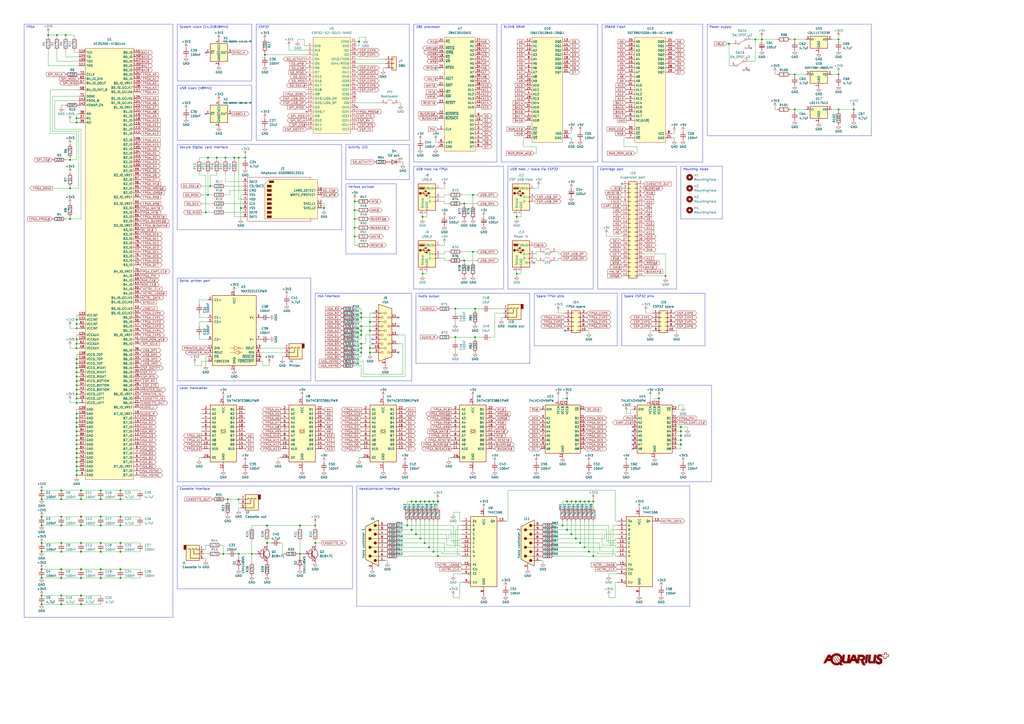
<source format=kicad_sch>
(kicad_sch (version 20211123) (generator eeschema)
  (paper "A2")
  (title_block (title "Aquarius+") (date "2023-03-02") (rev "2x") (company "Designed by Frank van den Hoef"))
  (lib_symbols
    (symbol "74xx:74CBTLV3861" (pin_names (offset 1.016))
      (property "Reference" "U" (at -7.62 16.51 0))
      (property "Value" "74CBTLV3861" (at -7.62 -19.05 0))
      (symbol "74CBTLV3861_1_0"
        (pin bidirectional line (at -12.7 -7.62 0) (length 5.08) (name "A9") (number "10"))
        (pin bidirectional line (at -12.7 -10.16 0) (length 5.08) (name "A10") (number "11"))
        (pin power_in line (at 0 -22.86 90) (length 5.08) (name "GND") (number "12"))
        (pin bidirectional line (at 12.7 -10.16 180) (length 5.08) (name "B10") (number "13"))
        (pin bidirectional line (at 12.7 -7.62 180) (length 5.08) (name "B9") (number "14"))
        (pin bidirectional line (at 12.7 -5.08 180) (length 5.08) (name "B8") (number "15"))
        (pin bidirectional line (at 12.7 -2.54 180) (length 5.08) (name "B7") (number "16"))
        (pin bidirectional line (at 12.7 0 180) (length 5.08) (name "B6") (number "17"))
        (pin bidirectional line (at 12.7 2.54 180) (length 5.08) (name "B5") (number "18"))
        (pin bidirectional line (at 12.7 5.08 180) (length 5.08) (name "B4") (number "19"))
        (pin bidirectional line (at -12.7 12.7 0) (length 5.08) (name "A1") (number "2"))
        (pin bidirectional line (at 12.7 7.62 180) (length 5.08) (name "B3") (number "20"))
        (pin bidirectional line (at 12.7 10.16 180) (length 5.08) (name "B2") (number "21"))
        (pin bidirectional line (at 12.7 12.7 180) (length 5.08) (name "B1") (number "22"))
        (pin input input_low (at -12.7 -15.24 0) (length 5.08) (name "OE") (number "23"))
        (pin power_in line (at 0 20.32 270) (length 5.08) (name "VCC") (number "24"))
        (pin bidirectional line (at -12.7 10.16 0) (length 5.08) (name "A2") (number "3"))
        (pin bidirectional line (at -12.7 7.62 0) (length 5.08) (name "A3") (number "4"))
        (pin bidirectional line (at -12.7 5.08 0) (length 5.08) (name "A4") (number "5"))
        (pin bidirectional line (at -12.7 2.54 0) (length 5.08) (name "A5") (number "6"))
        (pin bidirectional line (at -12.7 0 0) (length 5.08) (name "A6") (number "7"))
        (pin bidirectional line (at -12.7 -2.54 0) (length 5.08) (name "A7") (number "8"))
        (pin bidirectional line (at -12.7 -5.08 0) (length 5.08) (name "A8") (number "9"))
      )
    )
    (symbol "74xx:74LS166" (pin_names (offset 1.016))
      (property "Reference" "U" (at -7.62 21.59 0))
      (property "Value" "74LS166" (at -7.62 -21.59 0))
      (symbol "74LS166_1_0"
        (pin input line (at -12.7 17.78 0) (length 5.08) (name "Ds") (number "1"))
        (pin input line (at -12.7 5.08 0) (length 5.08) (name "E") (number "10"))
        (pin input line (at -12.7 2.54 0) (length 5.08) (name "F") (number "11"))
        (pin input line (at -12.7 0 0) (length 5.08) (name "G") (number "12"))
        (pin output line (at 12.7 17.78 180) (length 5.08) (name "Qh") (number "13"))
        (pin input line (at -12.7 -2.54 0) (length 5.08) (name "H") (number "14"))
        (pin input inverted (at -12.7 -7.62 0) (length 5.08) (name "PE") (number "15"))
        (pin power_in line (at 0 25.4 270) (length 5.08) (name "VCC") (number "16"))
        (pin input line (at -12.7 15.24 0) (length 5.08) (name "A") (number "2"))
        (pin input line (at -12.7 12.7 0) (length 5.08) (name "B") (number "3"))
        (pin input line (at -12.7 10.16 0) (length 5.08) (name "C") (number "4"))
        (pin input line (at -12.7 7.62 0) (length 5.08) (name "D") (number "5"))
        (pin input inverted (at -12.7 -12.7 0) (length 5.08) (name "CE") (number "6"))
        (pin input line (at -12.7 -10.16 0) (length 5.08) (name "Clk") (number "7"))
        (pin power_in line (at 0 -25.4 90) (length 5.08) (name "GND") (number "8"))
        (pin input inverted (at -12.7 -17.78 0) (length 5.08) (name "Clr") (number "9"))
      )
    )
    (symbol "Connector:AudioJack3"
      (property "Reference" "J" (at 0 8.89 0))
      (property "Value" "AudioJack3" (at 0 6.35 0))
      (symbol "AudioJack3_1_1"
        (pin passive line (at 5.08 0 180) (length 2.54) (name "~") (number "R"))
        (pin passive line (at 5.08 2.54 180) (length 2.54) (name "~") (number "S"))
        (pin passive line (at 5.08 -2.54 180) (length 2.54) (name "~") (number "T"))
      )
    )
    (symbol "Connector:DB15_Female_HighDensity_MountingHoles" (pin_names (offset 1.016) hide)
      (property "Reference" "J" (at 0 21.59 0))
      (property "Value" "DB15_Female_HighDensity_MountingHoles" (at 0 19.05 0))
      (symbol "DB15_Female_HighDensity_MountingHoles_1_1"
        (pin passive line (at 0 -17.78 90) (length 3.81) (name "~") (number "0"))
        (pin passive line (at -7.62 10.16 0) (length 5.08) (name "~") (number "1"))
        (pin passive line (at -7.62 -7.62 0) (length 5.08) (name "~") (number "10"))
        (pin passive line (at 7.62 10.16 180) (length 5.08) (name "~") (number "11"))
        (pin passive line (at 7.62 5.08 180) (length 5.08) (name "~") (number "12"))
        (pin passive line (at 7.62 0 180) (length 5.08) (name "~") (number "13"))
        (pin passive line (at 7.62 -5.08 180) (length 5.08) (name "~") (number "14"))
        (pin passive line (at 7.62 -10.16 180) (length 5.08) (name "~") (number "15"))
        (pin passive line (at -7.62 5.08 0) (length 5.08) (name "~") (number "2"))
        (pin passive line (at -7.62 0 0) (length 5.08) (name "~") (number "3"))
        (pin passive line (at -7.62 -5.08 0) (length 5.08) (name "~") (number "4"))
        (pin passive line (at -7.62 -10.16 0) (length 5.08) (name "~") (number "5"))
        (pin passive line (at -7.62 12.7 0) (length 5.08) (name "~") (number "6"))
        (pin passive line (at -7.62 7.62 0) (length 5.08) (name "~") (number "7"))
        (pin passive line (at -7.62 2.54 0) (length 5.08) (name "~") (number "8"))
        (pin passive line (at -7.62 -2.54 0) (length 5.08) (name "~") (number "9"))
      )
    )
    (symbol "Connector:DB9_Male_MountingHoles" (pin_names (offset 1.016) hide)
      (property "Reference" "J" (at 0 16.51 0))
      (property "Value" "DB9_Male_MountingHoles" (at 0 14.605 0))
      (symbol "DB9_Male_MountingHoles_1_1"
        (pin passive line (at 0 -15.24 90) (length 3.81) (name "PAD") (number "0"))
        (pin passive line (at -7.62 -10.16 0) (length 3.81) (name "1") (number "1"))
        (pin passive line (at -7.62 -5.08 0) (length 3.81) (name "2") (number "2"))
        (pin passive line (at -7.62 0 0) (length 3.81) (name "3") (number "3"))
        (pin passive line (at -7.62 5.08 0) (length 3.81) (name "4") (number "4"))
        (pin passive line (at -7.62 10.16 0) (length 3.81) (name "5") (number "5"))
        (pin passive line (at -7.62 -7.62 0) (length 3.81) (name "6") (number "6"))
        (pin passive line (at -7.62 -2.54 0) (length 3.81) (name "7") (number "7"))
        (pin passive line (at -7.62 2.54 0) (length 3.81) (name "8") (number "8"))
        (pin passive line (at -7.62 7.62 0) (length 3.81) (name "9") (number "9"))
      )
    )
    (symbol "Connector:SD_Card" (pin_names (offset 1.016))
      (property "Reference" "J" (at -16.51 13.97 0))
      (property "Value" "SD_Card" (at 15.24 -13.97 0))
      (symbol "SD_Card_1_1"
        (pin input line (at -22.86 7.62 0) (length 2.54) (name "CD/DAT3") (number "1"))
        (pin input line (at 22.86 5.08 180) (length 2.54) (name "CARD_DETECT") (number "10"))
        (pin input line (at 22.86 2.54 180) (length 2.54) (name "WRITE_PROTECT") (number "11"))
        (pin input line (at 22.86 -2.54 180) (length 2.54) (name "SHELL1") (number "12"))
        (pin input line (at 22.86 -5.08 180) (length 2.54) (name "SHELL2") (number "13"))
        (pin input line (at -22.86 5.08 0) (length 2.54) (name "CMD") (number "2"))
        (pin power_in line (at -22.86 2.54 0) (length 2.54) (name "VSS") (number "3"))
        (pin power_in line (at -22.86 0 0) (length 2.54) (name "VDD") (number "4"))
        (pin input line (at -22.86 -2.54 0) (length 2.54) (name "CLK") (number "5"))
        (pin power_in line (at -22.86 -5.08 0) (length 2.54) (name "VSS") (number "6"))
        (pin input line (at -22.86 -7.62 0) (length 2.54) (name "DAT0") (number "7"))
        (pin input line (at -22.86 -10.16 0) (length 2.54) (name "DAT1") (number "8"))
        (pin input line (at -22.86 10.16 0) (length 2.54) (name "DAT2") (number "9"))
      )
    )
    (symbol "Connector:USB_A" (pin_names (offset 1.016))
      (property "Reference" "J" (at -5.08 11.43 0))
      (property "Value" "USB_A" (at -5.08 8.89 0))
      (symbol "USB_A_1_1"
        (pin power_in line (at 7.62 5.08 180) (length 2.54) (name "VBUS") (number "1"))
        (pin bidirectional line (at 7.62 -2.54 180) (length 2.54) (name "D-") (number "2"))
        (pin bidirectional line (at 7.62 0 180) (length 2.54) (name "D+") (number "3"))
        (pin power_in line (at 0 -10.16 90) (length 2.54) (name "GND") (number "4"))
        (pin passive line (at -2.54 -10.16 90) (length 2.54) (name "Shield") (number "5"))
      )
    )
    (symbol "Connector:USB_B_Micro" (pin_names (offset 1.016))
      (property "Reference" "J" (at -5.08 11.43 0))
      (property "Value" "USB_B_Micro" (at -5.08 8.89 0))
      (symbol "USB_B_Micro_1_1"
        (pin power_out line (at 7.62 5.08 180) (length 2.54) (name "VBUS") (number "1"))
        (pin bidirectional line (at 7.62 -2.54 180) (length 2.54) (name "D-") (number "2"))
        (pin bidirectional line (at 7.62 0 180) (length 2.54) (name "D+") (number "3"))
        (pin passive line (at 7.62 -5.08 180) (length 2.54) (name "ID") (number "4"))
        (pin power_out line (at 0 -10.16 90) (length 2.54) (name "GND") (number "5"))
        (pin passive line (at -2.54 -10.16 90) (length 2.54) (name "Shield") (number "6"))
      )
    )
    (symbol "Connector_Generic:Conn_01x03" (pin_names (offset 1.016) hide)
      (property "Reference" "J" (at 0 5.08 0))
      (property "Value" "Conn_01x03" (at 0 -5.08 0))
      (symbol "Conn_01x03_1_1"
        (pin passive line (at -5.08 2.54 0) (length 3.81) (name "Pin_1") (number "1"))
        (pin passive line (at -5.08 0 0) (length 3.81) (name "Pin_2") (number "2"))
        (pin passive line (at -5.08 -2.54 0) (length 3.81) (name "Pin_3") (number "3"))
      )
    )
    (symbol "Connector_Generic:Conn_02x05_Odd_Even" (pin_names (offset 1.016) hide)
      (property "Reference" "J" (at 1.27 7.62 0))
      (property "Value" "Conn_02x05_Odd_Even" (at 1.27 -7.62 0))
      (symbol "Conn_02x05_Odd_Even_1_1"
        (pin passive line (at -5.08 5.08 0) (length 3.81) (name "Pin_1") (number "1"))
        (pin passive line (at 7.62 -5.08 180) (length 3.81) (name "Pin_10") (number "10"))
        (pin passive line (at 7.62 5.08 180) (length 3.81) (name "Pin_2") (number "2"))
        (pin passive line (at -5.08 2.54 0) (length 3.81) (name "Pin_3") (number "3"))
        (pin passive line (at 7.62 2.54 180) (length 3.81) (name "Pin_4") (number "4"))
        (pin passive line (at -5.08 0 0) (length 3.81) (name "Pin_5") (number "5"))
        (pin passive line (at 7.62 0 180) (length 3.81) (name "Pin_6") (number "6"))
        (pin passive line (at -5.08 -2.54 0) (length 3.81) (name "Pin_7") (number "7"))
        (pin passive line (at 7.62 -2.54 180) (length 3.81) (name "Pin_8") (number "8"))
        (pin passive line (at -5.08 -5.08 0) (length 3.81) (name "Pin_9") (number "9"))
      )
    )
    (symbol "Connector_Generic:Conn_02x22_Odd_Even" (pin_names (offset 1.016) hide)
      (property "Reference" "J" (at 1.27 27.94 0))
      (property "Value" "Conn_02x22_Odd_Even" (at 1.27 -30.48 0))
      (symbol "Conn_02x22_Odd_Even_1_1"
        (pin passive line (at -5.08 25.4 0) (length 3.81) (name "Pin_1") (number "1"))
        (pin passive line (at 7.62 15.24 180) (length 3.81) (name "Pin_10") (number "10"))
        (pin passive line (at -5.08 12.7 0) (length 3.81) (name "Pin_11") (number "11"))
        (pin passive line (at 7.62 12.7 180) (length 3.81) (name "Pin_12") (number "12"))
        (pin passive line (at -5.08 10.16 0) (length 3.81) (name "Pin_13") (number "13"))
        (pin passive line (at 7.62 10.16 180) (length 3.81) (name "Pin_14") (number "14"))
        (pin passive line (at -5.08 7.62 0) (length 3.81) (name "Pin_15") (number "15"))
        (pin passive line (at 7.62 7.62 180) (length 3.81) (name "Pin_16") (number "16"))
        (pin passive line (at -5.08 5.08 0) (length 3.81) (name "Pin_17") (number "17"))
        (pin passive line (at 7.62 5.08 180) (length 3.81) (name "Pin_18") (number "18"))
        (pin passive line (at -5.08 2.54 0) (length 3.81) (name "Pin_19") (number "19"))
        (pin passive line (at 7.62 25.4 180) (length 3.81) (name "Pin_2") (number "2"))
        (pin passive line (at 7.62 2.54 180) (length 3.81) (name "Pin_20") (number "20"))
        (pin passive line (at -5.08 0 0) (length 3.81) (name "Pin_21") (number "21"))
        (pin passive line (at 7.62 0 180) (length 3.81) (name "Pin_22") (number "22"))
        (pin passive line (at -5.08 -2.54 0) (length 3.81) (name "Pin_23") (number "23"))
        (pin passive line (at 7.62 -2.54 180) (length 3.81) (name "Pin_24") (number "24"))
        (pin passive line (at -5.08 -5.08 0) (length 3.81) (name "Pin_25") (number "25"))
        (pin passive line (at 7.62 -5.08 180) (length 3.81) (name "Pin_26") (number "26"))
        (pin passive line (at -5.08 -7.62 0) (length 3.81) (name "Pin_27") (number "27"))
        (pin passive line (at 7.62 -7.62 180) (length 3.81) (name "Pin_28") (number "28"))
        (pin passive line (at -5.08 -10.16 0) (length 3.81) (name "Pin_29") (number "29"))
        (pin passive line (at -5.08 22.86 0) (length 3.81) (name "Pin_3") (number "3"))
        (pin passive line (at 7.62 -10.16 180) (length 3.81) (name "Pin_30") (number "30"))
        (pin passive line (at -5.08 -12.7 0) (length 3.81) (name "Pin_31") (number "31"))
        (pin passive line (at 7.62 -12.7 180) (length 3.81) (name "Pin_32") (number "32"))
        (pin passive line (at -5.08 -15.24 0) (length 3.81) (name "Pin_33") (number "33"))
        (pin passive line (at 7.62 -15.24 180) (length 3.81) (name "Pin_34") (number "34"))
        (pin passive line (at -5.08 -17.78 0) (length 3.81) (name "Pin_35") (number "35"))
        (pin passive line (at 7.62 -17.78 180) (length 3.81) (name "Pin_36") (number "36"))
        (pin passive line (at -5.08 -20.32 0) (length 3.81) (name "Pin_37") (number "37"))
        (pin passive line (at 7.62 -20.32 180) (length 3.81) (name "Pin_38") (number "38"))
        (pin passive line (at -5.08 -22.86 0) (length 3.81) (name "Pin_39") (number "39"))
        (pin passive line (at 7.62 22.86 180) (length 3.81) (name "Pin_4") (number "4"))
        (pin passive line (at 7.62 -22.86 180) (length 3.81) (name "Pin_40") (number "40"))
        (pin passive line (at -5.08 -25.4 0) (length 3.81) (name "Pin_41") (number "41"))
        (pin passive line (at 7.62 -25.4 180) (length 3.81) (name "Pin_42") (number "42"))
        (pin passive line (at -5.08 -27.94 0) (length 3.81) (name "Pin_43") (number "43"))
        (pin passive line (at 7.62 -27.94 180) (length 3.81) (name "Pin_44") (number "44"))
        (pin passive line (at -5.08 20.32 0) (length 3.81) (name "Pin_5") (number "5"))
        (pin passive line (at 7.62 20.32 180) (length 3.81) (name "Pin_6") (number "6"))
        (pin passive line (at -5.08 17.78 0) (length 3.81) (name "Pin_7") (number "7"))
        (pin passive line (at 7.62 17.78 180) (length 3.81) (name "Pin_8") (number "8"))
        (pin passive line (at -5.08 15.24 0) (length 3.81) (name "Pin_9") (number "9"))
      )
    )
    (symbol "Device:C_Polarized_Small" (pin_numbers hide) (pin_names (offset 0.254) hide)
      (property "Reference" "C" (at 0.254 1.778 0))
      (property "Value" "C_Polarized_Small" (at 0.254 -2.032 0))
      (symbol "C_Polarized_Small_1_1"
        (pin passive line (at 0 2.54 270) (length 1.8542) (name "~") (number "1"))
        (pin passive line (at 0 -2.54 90) (length 1.8542) (name "~") (number "2"))
      )
    )
    (symbol "Device:C_Small" (pin_numbers hide) (pin_names (offset 0.254) hide)
      (property "Reference" "C" (at 0.254 1.778 0))
      (property "Value" "C_Small" (at 0.254 -2.032 0))
      (symbol "C_Small_1_1"
        (pin passive line (at 0 2.54 270) (length 2.032) (name "~") (number "1"))
        (pin passive line (at 0 -2.54 90) (length 2.032) (name "~") (number "2"))
      )
    )
    (symbol "Device:LED" (pin_numbers hide) (pin_names (offset 1.016) hide)
      (property "Reference" "D" (at 0 2.54 0))
      (property "Value" "LED" (at 0 -2.54 0))
      (symbol "LED_1_1"
        (pin passive line (at -3.81 0 0) (length 2.54) (name "K") (number "1"))
        (pin passive line (at 3.81 0 180) (length 2.54) (name "A") (number "2"))
      )
    )
    (symbol "Device:R" (pin_numbers hide) (pin_names (offset 0))
      (property "Reference" "R" (at 2.032 0 90))
      (property "Value" "R" (at 0 0 90))
      (symbol "R_1_1"
        (pin passive line (at 0 3.81 270) (length 1.27) (name "~") (number "1"))
        (pin passive line (at 0 -3.81 90) (length 1.27) (name "~") (number "2"))
      )
    )
    (symbol "Diode:1N4148WS" (pin_numbers hide) (pin_names (offset 1.016) hide)
      (property "Reference" "D" (at 0 2.54 0))
      (property "Value" "1N4148WS" (at 0 -2.54 0))
      (symbol "1N4148WS_1_1"
        (pin passive line (at -3.81 0 0) (length 2.54) (name "K") (number "1"))
        (pin passive line (at 3.81 0 180) (length 2.54) (name "A") (number "2"))
      )
    )
    (symbol "Interface_UART:MAX3221" (pin_names (offset 1.016))
      (property "Reference" "U" (at -10.16 21.59 0))
      (property "Value" "MAX3221" (at 12.7 21.59 0))
      (symbol "MAX3221_1_1"
        (pin input line (at -15.24 -15.24 0) (length 2.54) (name "~{EN}") (number "1"))
        (pin output line (at 15.24 -15.24 180) (length 2.54) (name "~{INVALID}") (number "10"))
        (pin input line (at -15.24 -10.16 0) (length 2.54) (name "DIN") (number "11"))
        (pin input line (at -15.24 -17.78 0) (length 2.54) (name "FORCEON") (number "12"))
        (pin output line (at 15.24 -10.16 180) (length 2.54) (name "DOUT") (number "13"))
        (pin power_in line (at 0 -22.86 90) (length 2.54) (name "GND") (number "14"))
        (pin power_in line (at 0 22.86 270) (length 2.54) (name "VCC") (number "15"))
        (pin input line (at 15.24 -17.78 180) (length 2.54) (name "~{FORCEOFF}") (number "16"))
        (pin passive line (at -15.24 17.78 0) (length 2.54) (name "C1+") (number "2"))
        (pin power_out line (at 15.24 7.62 180) (length 2.54) (name "V+") (number "3"))
        (pin passive line (at -15.24 7.62 0) (length 2.54) (name "C1-") (number "4"))
        (pin passive line (at -15.24 5.08 0) (length 2.54) (name "C2+") (number "5"))
        (pin passive line (at -15.24 -5.08 0) (length 2.54) (name "C2-") (number "6"))
        (pin power_out line (at 15.24 -5.08 180) (length 2.54) (name "V-") (number "7"))
        (pin input line (at 15.24 -12.7 180) (length 2.54) (name "RIN") (number "8"))
        (pin output line (at -15.24 -12.7 0) (length 2.54) (name "ROUT") (number "9"))
      )
    )
    (symbol "Jumper:Jumper_2_Open" (pin_names (offset 0) hide)
      (property "Reference" "JP" (at 0 2.794 0))
      (property "Value" "Jumper_2_Open" (at 0 -2.286 0))
      (symbol "Jumper_2_Open_1_1"
        (pin passive line (at -5.08 0 0) (length 2.54) (name "A") (number "1"))
        (pin passive line (at 5.08 0 180) (length 2.54) (name "B") (number "2"))
      )
    )
    (symbol "Logic_LevelTranslator:SN74AVC8T245PW"
      (property "Reference" "U" (at -8.89 13.97 0))
      (property "Value" "SN74AVC8T245PW" (at 12.7 13.97 0))
      (symbol "SN74AVC8T245PW_1_1"
        (pin power_in line (at -2.54 15.24 270) (length 2.54) (name "VCCA") (number "1"))
        (pin bidirectional line (at -12.7 -12.7 0) (length 2.54) (name "A8") (number "10"))
        (pin power_in line (at 0 -17.78 90) (length 2.54) (name "GND") (number "11"))
        (pin passive line (at 0 -17.78 90) (length 2.54) hide (name "GND") (number "12"))
        (pin passive line (at 0 -17.78 90) (length 2.54) hide (name "GND") (number "13"))
        (pin bidirectional line (at 12.7 -12.7 180) (length 2.54) (name "B8") (number "14"))
        (pin bidirectional line (at 12.7 -10.16 180) (length 2.54) (name "B7") (number "15"))
        (pin bidirectional line (at 12.7 -7.62 180) (length 2.54) (name "B6") (number "16"))
        (pin bidirectional line (at 12.7 -5.08 180) (length 2.54) (name "B5") (number "17"))
        (pin bidirectional line (at 12.7 -2.54 180) (length 2.54) (name "B4") (number "18"))
        (pin bidirectional line (at 12.7 0 180) (length 2.54) (name "B3") (number "19"))
        (pin input line (at -12.7 10.16 0) (length 2.54) (name "DIR") (number "2"))
        (pin bidirectional line (at 12.7 2.54 180) (length 2.54) (name "B2") (number "20"))
        (pin bidirectional line (at 12.7 5.08 180) (length 2.54) (name "B1") (number "21"))
        (pin input line (at 12.7 10.16 180) (length 2.54) (name "~{OE}") (number "22"))
        (pin power_in line (at 2.54 15.24 270) (length 2.54) (name "VCCB") (number "23"))
        (pin power_in line (at 0 15.24 270) (length 2.54) (name "VCCB") (number "24"))
        (pin bidirectional line (at -12.7 5.08 0) (length 2.54) (name "A1") (number "3"))
        (pin bidirectional line (at -12.7 2.54 0) (length 2.54) (name "A2") (number "4"))
        (pin bidirectional line (at -12.7 0 0) (length 2.54) (name "A3") (number "5"))
        (pin bidirectional line (at -12.7 -2.54 0) (length 2.54) (name "A4") (number "6"))
        (pin bidirectional line (at -12.7 -5.08 0) (length 2.54) (name "A5") (number "7"))
        (pin bidirectional line (at -12.7 -7.62 0) (length 2.54) (name "A6") (number "8"))
        (pin bidirectional line (at -12.7 -10.16 0) (length 2.54) (name "A7") (number "9"))
      )
    )
    (symbol "Mechanical:MountingHole" (pin_names (offset 1.016))
      (property "Reference" "H" (at 0 5.08 0))
      (property "Value" "MountingHole" (at 0 3.175 0))
    )
    (symbol "Oscillator:SG-5032CAN" (pin_names (offset 0.254))
      (property "Reference" "X" (at -5.08 6.35 0))
      (property "Value" "SG-5032CAN" (at 1.27 -6.35 0))
      (symbol "SG-5032CAN_1_1"
        (pin input line (at -7.62 0 0) (length 2.54) (name "~{ST}") (number "1"))
        (pin power_in line (at 0 -7.62 90) (length 2.54) (name "GND") (number "2"))
        (pin output line (at 7.62 0 180) (length 2.54) (name "OUT") (number "3"))
        (pin power_in line (at 0 7.62 270) (length 2.54) (name "VCC") (number "4"))
      )
    )
    (symbol "Regulator_Linear:AP1117-33" (pin_names (offset 0.254))
      (property "Reference" "U" (at -3.81 3.175 0))
      (property "Value" "AP1117-33" (at 0 3.175 0))
      (symbol "AP1117-33_1_1"
        (pin power_in line (at 0 -7.62 90) (length 2.54) (name "GND") (number "1"))
        (pin power_out line (at 7.62 0 180) (length 2.54) (name "VO") (number "2"))
        (pin power_in line (at -7.62 0 0) (length 2.54) (name "VI") (number "3"))
      )
    )
    (symbol "Regulator_Linear:MCP1700-2502E_SOT23" (pin_names (offset 0.254))
      (property "Reference" "U" (at -3.81 3.175 0))
      (property "Value" "MCP1700-2502E_SOT23" (at 0 3.175 0))
      (symbol "MCP1700-2502E_SOT23_1_1"
        (pin power_in line (at 0 -7.62 90) (length 2.54) (name "GND") (number "1"))
        (pin power_out line (at 7.62 0 180) (length 2.54) (name "VO") (number "2"))
        (pin power_in line (at -7.62 0 0) (length 2.54) (name "VI") (number "3"))
      )
    )
    (symbol "Switch:SW_DPDT_x2" (pin_names (offset 0) hide)
      (property "Reference" "SW" (at 0 4.318 0))
      (property "Value" "SW_DPDT_x2" (at 0 -5.08 0))
      (symbol "SW_DPDT_x2_1_1"
        (pin passive line (at 5.08 2.54 180) (length 2.54) (name "A") (number "1"))
        (pin passive line (at -5.08 0 0) (length 2.54) (name "B") (number "2"))
        (pin passive line (at 5.08 -2.54 180) (length 2.54) (name "C") (number "3"))
      )
      (symbol "SW_DPDT_x2_2_1"
        (pin passive line (at 5.08 2.54 180) (length 2.54) (name "A") (number "4"))
        (pin passive line (at -5.08 0 0) (length 2.54) (name "B") (number "5"))
        (pin passive line (at 5.08 -2.54 180) (length 2.54) (name "C") (number "6"))
      )
    )
    (symbol "Transistor_BJT:BC847" (pin_names (offset 0) hide)
      (property "Reference" "Q" (at 5.08 1.905 0))
      (property "Value" "BC847" (at 5.08 0 0))
      (symbol "BC847_1_1"
        (pin input line (at -5.08 0 0) (length 5.715) (name "B") (number "1"))
        (pin passive line (at 2.54 -5.08 90) (length 2.54) (name "E") (number "2"))
        (pin passive line (at 2.54 5.08 270) (length 2.54) (name "C") (number "3"))
      )
    )
    (symbol "aquarius-plus:AQPLUS_LOGO" (pin_names (offset 1.016)))
    (symbol "aquarius-plus:ESP32-S2-SOLO-N4R2"
      (property "Reference" "U" (at 0 5.08 0))
      (property "Value" "ESP32-S2-SOLO-N4R2" (at 0 2.54 0))
      (symbol "ESP32-S2-SOLO-N4R2_1_1"
        (pin power_in line (at -13.97 -5.08 0) (length 3.81) (name "GND") (number "1"))
        (pin bidirectional line (at -13.97 -27.94 0) (length 3.81) (name "IO17") (number "10"))
        (pin bidirectional line (at -13.97 -30.48 0) (length 3.81) (name "IO18") (number "11"))
        (pin bidirectional line (at -13.97 -33.02 0) (length 3.81) (name "IO8") (number "12"))
        (pin bidirectional line (at -13.97 -35.56 0) (length 3.81) (name "IO19/USB_DM") (number "13"))
        (pin bidirectional line (at -13.97 -38.1 0) (length 3.81) (name "IO20/USB_DP") (number "14"))
        (pin bidirectional line (at -13.97 -40.64 0) (length 3.81) (name "IO3") (number "15"))
        (pin input line (at -13.97 -43.18 0) (length 3.81) (name "IO46/I") (number "16"))
        (pin bidirectional line (at -13.97 -45.72 0) (length 3.81) (name "IO9") (number "17"))
        (pin bidirectional line (at -13.97 -48.26 0) (length 3.81) (name "IO10") (number "18"))
        (pin bidirectional line (at -13.97 -50.8 0) (length 3.81) (name "IO11") (number "19"))
        (pin power_in line (at -13.97 -7.62 0) (length 3.81) (name "3V3") (number "2"))
        (pin bidirectional line (at -13.97 -53.34 0) (length 3.81) (name "IO12") (number "20"))
        (pin bidirectional line (at 15.24 -53.34 180) (length 3.81) (name "IO13") (number "21"))
        (pin bidirectional line (at 15.24 -50.8 180) (length 3.81) (name "IO14") (number "22"))
        (pin bidirectional line (at 15.24 -48.26 180) (length 3.81) (name "IO21") (number "23"))
        (pin bidirectional line (at 15.24 -45.72 180) (length 3.81) (name "IO33") (number "24"))
        (pin bidirectional line (at 15.24 -43.18 180) (length 3.81) (name "IO34") (number "25"))
        (pin bidirectional line (at 15.24 -40.64 180) (length 3.81) (name "IO45") (number "26"))
        (pin bidirectional line (at 15.24 -38.1 180) (length 3.81) (name "IO0") (number "27"))
        (pin bidirectional line (at 15.24 -35.56 180) (length 3.81) (name "IO35") (number "28"))
        (pin bidirectional line (at 15.24 -33.02 180) (length 3.81) (name "IO36") (number "29"))
        (pin input line (at -13.97 -10.16 0) (length 3.81) (name "EN") (number "3"))
        (pin bidirectional line (at 15.24 -30.48 180) (length 3.81) (name "IO37") (number "30"))
        (pin bidirectional line (at 15.24 -27.94 180) (length 3.81) (name "IO38") (number "31"))
        (pin bidirectional line (at 15.24 -25.4 180) (length 3.81) (name "IO39") (number "32"))
        (pin bidirectional line (at 15.24 -22.86 180) (length 3.81) (name "IO40") (number "33"))
        (pin bidirectional line (at 15.24 -20.32 180) (length 3.81) (name "IO41") (number "34"))
        (pin bidirectional line (at 15.24 -17.78 180) (length 3.81) (name "IO42") (number "35"))
        (pin bidirectional line (at 15.24 -15.24 180) (length 3.81) (name "IO44/RXD0") (number "36"))
        (pin bidirectional line (at 15.24 -12.7 180) (length 3.81) (name "IO43/TXD0") (number "37"))
        (pin bidirectional line (at 15.24 -10.16 180) (length 3.81) (name "IO2") (number "38"))
        (pin bidirectional line (at 15.24 -7.62 180) (length 3.81) (name "IO1") (number "39"))
        (pin bidirectional line (at -13.97 -12.7 0) (length 3.81) (name "IO4") (number "4"))
        (pin power_in line (at 15.24 -5.08 180) (length 3.81) (name "GND") (number "40"))
        (pin power_in line (at 15.24 -2.54 180) (length 3.81) (name "EPAD") (number "41"))
        (pin bidirectional line (at -13.97 -15.24 0) (length 3.81) (name "IO5") (number "5"))
        (pin bidirectional line (at -13.97 -17.78 0) (length 3.81) (name "IO6") (number "6"))
        (pin bidirectional line (at -13.97 -20.32 0) (length 3.81) (name "IO7") (number "7"))
        (pin bidirectional line (at -13.97 -22.86 0) (length 3.81) (name "IO15") (number "8"))
        (pin bidirectional line (at -13.97 -25.4 0) (length 3.81) (name "IO16") (number "9"))
      )
    )
    (symbol "aquarius-plus:IS61C5128AS-25QLI"
      (property "Reference" "U" (at 0 35.56 0))
      (property "Value" "IS61C5128AS-25QLI" (at 0 33.02 0))
      (symbol "IS61C5128AS-25QLI_1_1"
        (pin input line (at -12.7 -15.24 0) (length 3.81) (name "A17") (number "1"))
        (pin input line (at -12.7 22.86 0) (length 3.81) (name "A2") (number "10"))
        (pin input line (at -12.7 25.4 0) (length 3.81) (name "A1") (number "11"))
        (pin input line (at -12.7 27.94 0) (length 3.81) (name "A0") (number "12"))
        (pin bidirectional line (at 12.7 27.94 180) (length 3.81) (name "DQ0") (number "13"))
        (pin bidirectional line (at 12.7 25.4 180) (length 3.81) (name "DQ1") (number "14"))
        (pin bidirectional line (at 12.7 22.86 180) (length 3.81) (name "DQ2") (number "15"))
        (pin power_in line (at 12.7 -27.94 180) (length 3.81) (name "GND") (number "16"))
        (pin bidirectional line (at 12.7 20.32 180) (length 3.81) (name "DQ3") (number "17"))
        (pin bidirectional line (at 12.7 17.78 180) (length 3.81) (name "DQ4") (number "18"))
        (pin bidirectional line (at 12.7 15.24 180) (length 3.81) (name "DQ5") (number "19"))
        (pin input line (at -12.7 -12.7 0) (length 3.81) (name "A16") (number "2"))
        (pin bidirectional line (at 12.7 12.7 180) (length 3.81) (name "DQ6") (number "20"))
        (pin bidirectional line (at 12.7 10.16 180) (length 3.81) (name "DQ7") (number "21"))
        (pin input line (at -12.7 -22.86 0) (length 3.81) (name "~{CE}") (number "22"))
        (pin input line (at -12.7 2.54 0) (length 3.81) (name "A10") (number "23"))
        (pin input line (at -12.7 -25.4 0) (length 3.81) (name "~{OE}") (number "24"))
        (pin input line (at -12.7 0 0) (length 3.81) (name "A11") (number "25"))
        (pin input line (at -12.7 5.08 0) (length 3.81) (name "A9") (number "26"))
        (pin input line (at -12.7 7.62 0) (length 3.81) (name "A8") (number "27"))
        (pin input line (at -12.7 -5.08 0) (length 3.81) (name "A13") (number "28"))
        (pin input line (at -12.7 -27.94 0) (length 3.81) (name "~{WE}") (number "29"))
        (pin input line (at -12.7 -7.62 0) (length 3.81) (name "A14") (number "3"))
        (pin input line (at -12.7 -17.78 0) (length 3.81) (name "A18") (number "30"))
        (pin input line (at -12.7 -10.16 0) (length 3.81) (name "A15") (number "31"))
        (pin power_in line (at 12.7 -25.4 180) (length 3.81) (name "VDD") (number "32"))
        (pin input line (at -12.7 -2.54 0) (length 3.81) (name "A12") (number "4"))
        (pin input line (at -12.7 10.16 0) (length 3.81) (name "A7") (number "5"))
        (pin input line (at -12.7 12.7 0) (length 3.81) (name "A6") (number "6"))
        (pin input line (at -12.7 15.24 0) (length 3.81) (name "A5") (number "7"))
        (pin input line (at -12.7 17.78 0) (length 3.81) (name "A4") (number "8"))
        (pin input line (at -12.7 20.32 0) (length 3.81) (name "A3") (number "9"))
      )
    )
    (symbol "aquarius-plus:SST39SF020A-55-4C-WHE"
      (property "Reference" "U" (at 0 35.56 0))
      (property "Value" "SST39SF020A-55-4C-WHE" (at 0 33.02 0))
      (symbol "SST39SF020A-55-4C-WHE_0_0"
        (pin power_in line (at 12.7 -26.67 180) (length 3.81) (name "GND") (number "24"))
        (pin power_in line (at 12.7 -24.13 180) (length 3.81) (name "VCC") (number "8"))
      )
      (symbol "SST39SF020A-55-4C-WHE_1_1"
        (pin input line (at -13.97 1.27 0) (length 5.08) (name "A11") (number "1"))
        (pin input line (at -13.97 -11.43 0) (length 5.08) (name "A16") (number "10"))
        (pin input line (at -13.97 -8.89 0) (length 5.08) (name "A15") (number "11"))
        (pin input line (at -13.97 -1.27 0) (length 5.08) (name "A12") (number "12"))
        (pin input line (at -13.97 11.43 0) (length 5.08) (name "A7") (number "13"))
        (pin input line (at -13.97 13.97 0) (length 5.08) (name "A6") (number "14"))
        (pin input line (at -13.97 16.51 0) (length 5.08) (name "A5") (number "15"))
        (pin input line (at -13.97 19.05 0) (length 5.08) (name "A4") (number "16"))
        (pin input line (at -13.97 21.59 0) (length 5.08) (name "A3") (number "17"))
        (pin input line (at -13.97 24.13 0) (length 5.08) (name "A2") (number "18"))
        (pin input line (at -13.97 26.67 0) (length 5.08) (name "A1") (number "19"))
        (pin input line (at -13.97 6.35 0) (length 5.08) (name "A9") (number "2"))
        (pin input line (at -13.97 29.21 0) (length 5.08) (name "A0") (number "20"))
        (pin bidirectional line (at 13.97 29.21 180) (length 5.08) (name "DQ0") (number "21"))
        (pin bidirectional line (at 13.97 26.67 180) (length 5.08) (name "DQ1") (number "22"))
        (pin bidirectional line (at 13.97 24.13 180) (length 5.08) (name "DQ2") (number "23"))
        (pin bidirectional line (at 13.97 21.59 180) (length 5.08) (name "DQ3") (number "25"))
        (pin bidirectional line (at 13.97 19.05 180) (length 5.08) (name "DQ4") (number "26"))
        (pin bidirectional line (at 13.97 16.51 180) (length 5.08) (name "DQ5") (number "27"))
        (pin bidirectional line (at 13.97 13.97 180) (length 5.08) (name "DQ6") (number "28"))
        (pin bidirectional line (at 13.97 11.43 180) (length 5.08) (name "DQ7") (number "29"))
        (pin input line (at -13.97 8.89 0) (length 5.08) (name "A8") (number "3"))
        (pin input line (at -13.97 -21.59 0) (length 5.08) (name "~{CE}") (number "30"))
        (pin input line (at -13.97 3.81 0) (length 5.08) (name "A10") (number "31"))
        (pin input line (at -13.97 -24.13 0) (length 5.08) (name "~{OE}") (number "32"))
        (pin input line (at -13.97 -3.81 0) (length 5.08) (name "A13") (number "4"))
        (pin input line (at -13.97 -6.35 0) (length 5.08) (name "A14") (number "5"))
        (pin input line (at -13.97 -13.97 0) (length 5.08) (name "A17") (number "6"))
        (pin input line (at -13.97 -26.67 0) (length 5.08) (name "~{WE}") (number "7"))
        (pin input line (at -13.97 -16.51 0) (length 5.08) (name "NC(A18)") (number "9"))
      )
    )
    (symbol "aquarius-plus:XC3S200-4TQG144"
      (property "Reference" "U" (at 0 130.81 0))
      (property "Value" "XC3S200-4TQG144" (at 0 128.27 0))
      (symbol "XC3S200-4TQG144_1_1"
        (pin passive line (at 17.78 -121.92 180) (length 3.81) (name "B7_IO") (number "1"))
        (pin passive line (at 17.78 -104.14 180) (length 3.81) (name "B7_IO") (number "10"))
        (pin passive line (at 17.78 57.15 180) (length 3.81) (name "B2_IO") (number "100"))
        (pin power_in line (at -17.78 -93.98 0) (length 3.81) (name "GND") (number "101"))
        (pin passive line (at 17.78 59.69 180) (length 3.81) (name "B2_IO") (number "102"))
        (pin passive line (at 17.78 62.23 180) (length 3.81) (name "B2_IO") (number "103"))
        (pin passive line (at 17.78 64.77 180) (length 3.81) (name "B2_IO") (number "104"))
        (pin passive line (at 17.78 67.31 180) (length 3.81) (name "B2_IO") (number "105"))
        (pin power_in line (at -17.78 -59.69 0) (length 3.81) (name "VCCO_RIGHT") (number "106"))
        (pin passive line (at 17.78 69.85 180) (length 3.81) (name "B2_IO") (number "107"))
        (pin passive line (at 17.78 72.39 180) (length 3.81) (name "B2_IO") (number "108"))
        (pin output line (at -17.78 118.11 0) (length 3.81) (name "TDO") (number "109"))
        (pin passive line (at 17.78 -101.6 180) (length 3.81) (name "B7_IO") (number "11"))
        (pin input line (at -17.78 123.19 0) (length 3.81) (name "TCK") (number "110"))
        (pin input line (at -17.78 115.57 0) (length 3.81) (name "TMS") (number "111"))
        (pin passive line (at 17.78 76.2 180) (length 3.81) (name "B1_IO") (number "112"))
        (pin passive line (at 17.78 78.74 180) (length 3.81) (name "B1_IO") (number "113"))
        (pin power_in line (at -17.78 -91.44 0) (length 3.81) (name "GND") (number "114"))
        (pin power_in line (at -17.78 -57.15 0) (length 3.81) (name "VCCO_TOP") (number "115"))
        (pin passive line (at 17.78 81.28 180) (length 3.81) (name "B1_IO") (number "116"))
        (pin power_in line (at -17.78 -88.9 0) (length 3.81) (name "GND") (number "117"))
        (pin passive line (at 17.78 83.82 180) (length 3.81) (name "B1_IO") (number "118"))
        (pin passive line (at 17.78 86.36 180) (length 3.81) (name "B1_IO") (number "119"))
        (pin passive line (at 17.78 -99.06 180) (length 3.81) (name "B7_IO") (number "12"))
        (pin power_in line (at -17.78 -43.18 0) (length 3.81) (name "VCCAUX") (number "120"))
        (pin power_in line (at -17.78 -31.75 0) (length 3.81) (name "VCCINT") (number "121"))
        (pin passive line (at 17.78 88.9 180) (length 3.81) (name "B1_IO") (number "122"))
        (pin passive line (at 17.78 91.44 180) (length 3.81) (name "B1_IO_VREF") (number "123"))
        (pin passive line (at 17.78 93.98 180) (length 3.81) (name "B1_IO_GCLK4") (number "124"))
        (pin passive line (at 17.78 96.52 180) (length 3.81) (name "B1_IO_GCLK5") (number "125"))
        (pin power_in line (at -17.78 -54.61 0) (length 3.81) (name "VCCO_TOP") (number "126"))
        (pin passive line (at 17.78 100.33 180) (length 3.81) (name "B0_IO_GCLK6") (number "127"))
        (pin passive line (at 17.78 102.87 180) (length 3.81) (name "B0_IO_GCLK7") (number "128"))
        (pin passive line (at 17.78 105.41 180) (length 3.81) (name "B0_IO_VREF") (number "129"))
        (pin passive line (at 17.78 -96.52 180) (length 3.81) (name "B7_IO") (number "13"))
        (pin passive line (at 17.78 107.95 180) (length 3.81) (name "B0_IO") (number "130"))
        (pin passive line (at 17.78 110.49 180) (length 3.81) (name "B0_IO") (number "131"))
        (pin passive line (at 17.78 113.03 180) (length 3.81) (name "B0_IO") (number "132"))
        (pin power_in line (at -17.78 -29.21 0) (length 3.81) (name "VCCINT") (number "133"))
        (pin power_in line (at -17.78 -40.64 0) (length 3.81) (name "VCCAUX") (number "134"))
        (pin passive line (at 17.78 115.57 180) (length 3.81) (name "B0_IO") (number "135"))
        (pin power_in line (at -17.78 -86.36 0) (length 3.81) (name "GND") (number "136"))
        (pin passive line (at 17.78 118.11 180) (length 3.81) (name "B0_IO") (number "137"))
        (pin power_in line (at -17.78 -52.07 0) (length 3.81) (name "VCCO_TOP") (number "138"))
        (pin power_in line (at -17.78 -83.82 0) (length 3.81) (name "GND") (number "139"))
        (pin passive line (at 17.78 -93.98 180) (length 3.81) (name "B7_IO") (number "14"))
        (pin passive line (at 17.78 120.65 180) (length 3.81) (name "B0_IO") (number "140"))
        (pin passive line (at 17.78 123.19 180) (length 3.81) (name "B0_IO") (number "141"))
        (pin input line (at -17.78 92.71 0) (length 3.81) (name "HSWAP_EN") (number "142"))
        (pin input line (at -17.78 95.25 0) (length 3.81) (name "PROG_B") (number "143"))
        (pin input line (at -17.78 120.65 0) (length 3.81) (name "TDI") (number "144"))
        (pin passive line (at 17.78 -91.44 180) (length 3.81) (name "B7_IO") (number "15"))
        (pin power_in line (at -17.78 -119.38 0) (length 3.81) (name "GND") (number "16"))
        (pin passive line (at 17.78 -88.9 180) (length 3.81) (name "B7_IO") (number "17"))
        (pin passive line (at 17.78 -86.36 180) (length 3.81) (name "B7_IO_VREF") (number "18"))
        (pin power_in line (at -17.78 -77.47 0) (length 3.81) (name "VCCO_LEFT") (number "19"))
        (pin passive line (at 17.78 -119.38 180) (length 3.81) (name "B7_IO") (number "2"))
        (pin passive line (at 17.78 -82.55 180) (length 3.81) (name "B6_IO_VREF") (number "20"))
        (pin passive line (at 17.78 -80.01 180) (length 3.81) (name "B6_IO") (number "21"))
        (pin power_in line (at -17.78 -116.84 0) (length 3.81) (name "GND") (number "22"))
        (pin passive line (at 17.78 -77.47 180) (length 3.81) (name "B6_IO") (number "23"))
        (pin passive line (at 17.78 -74.93 180) (length 3.81) (name "B6_IO_VREF") (number "24"))
        (pin passive line (at 17.78 -72.39 180) (length 3.81) (name "B6_IO") (number "25"))
        (pin passive line (at 17.78 -69.85 180) (length 3.81) (name "B6_IO") (number "26"))
        (pin passive line (at 17.78 -67.31 180) (length 3.81) (name "B6_IO") (number "27"))
        (pin passive line (at 17.78 -64.77 180) (length 3.81) (name "B6_IO") (number "28"))
        (pin power_in line (at -17.78 -114.3 0) (length 3.81) (name "GND") (number "29"))
        (pin power_in line (at -17.78 -80.01 0) (length 3.81) (name "VCCO_LEFT") (number "3"))
        (pin passive line (at 17.78 -62.23 180) (length 3.81) (name "B6_IO") (number "30"))
        (pin passive line (at 17.78 -59.69 180) (length 3.81) (name "B6_IO") (number "31"))
        (pin passive line (at 17.78 -57.15 180) (length 3.81) (name "B6_IO") (number "32"))
        (pin passive line (at 17.78 -54.61 180) (length 3.81) (name "B6_IO") (number "33"))
        (pin power_in line (at -17.78 -74.93 0) (length 3.81) (name "VCCO_LEFT") (number "34"))
        (pin passive line (at 17.78 -52.07 180) (length 3.81) (name "B6_IO") (number "35"))
        (pin passive line (at 17.78 -49.53 180) (length 3.81) (name "B6_IO") (number "36"))
        (pin input line (at -17.78 85.09 0) (length 3.81) (name "M1") (number "37"))
        (pin input line (at -17.78 87.63 0) (length 3.81) (name "M0") (number "38"))
        (pin input line (at -17.78 82.55 0) (length 3.81) (name "M2") (number "39"))
        (pin passive line (at 17.78 -116.84 180) (length 3.81) (name "B7_IO_VREF") (number "4"))
        (pin passive line (at 17.78 -45.72 180) (length 3.81) (name "B5_IO") (number "40"))
        (pin passive line (at 17.78 -43.18 180) (length 3.81) (name "B5_IO") (number "41"))
        (pin power_in line (at -17.78 -111.76 0) (length 3.81) (name "GND") (number "42"))
        (pin power_in line (at -17.78 -72.39 0) (length 3.81) (name "VCCO_BOTTOM") (number "43"))
        (pin passive line (at 17.78 -40.64 180) (length 3.81) (name "B5_IO_VREF") (number "44"))
        (pin power_in line (at -17.78 -109.22 0) (length 3.81) (name "GND") (number "45"))
        (pin passive line (at 17.78 -38.1 180) (length 3.81) (name "B5_IO") (number "46"))
        (pin passive line (at 17.78 -35.56 180) (length 3.81) (name "B5_IO") (number "47"))
        (pin power_in line (at -17.78 -48.26 0) (length 3.81) (name "VCCAUX") (number "48"))
        (pin power_in line (at -17.78 -36.83 0) (length 3.81) (name "VCCINT") (number "49"))
        (pin passive line (at 17.78 -114.3 180) (length 3.81) (name "B7_IO") (number "5"))
        (pin passive line (at 17.78 -33.02 180) (length 3.81) (name "B5_IO") (number "50"))
        (pin passive line (at 17.78 -30.48 180) (length 3.81) (name "B5_IO") (number "51"))
        (pin passive line (at 17.78 -27.94 180) (length 3.81) (name "B5_IO_GCLK2") (number "52"))
        (pin passive line (at 17.78 -25.4 180) (length 3.81) (name "B5_IO_GCLK3") (number "53"))
        (pin power_in line (at -17.78 -69.85 0) (length 3.81) (name "VCCO_BOTTOM") (number "54"))
        (pin passive line (at 17.78 -21.59 180) (length 3.81) (name "B4_IO_GCLK0") (number "55"))
        (pin passive line (at 17.78 -19.05 180) (length 3.81) (name "B4_IO_GCLK1") (number "56"))
        (pin passive line (at -17.78 105.41 0) (length 3.81) (name "B4_IO_DOUT") (number "57"))
        (pin passive line (at -17.78 101.6 0) (length 3.81) (name "B4_IO_INIT_B") (number "58"))
        (pin passive line (at 17.78 -16.51 180) (length 3.81) (name "B4_IO") (number "59"))
        (pin passive line (at 17.78 -111.76 180) (length 3.81) (name "B7_IO") (number "6"))
        (pin passive line (at 17.78 -13.97 180) (length 3.81) (name "B4_IO") (number "60"))
        (pin power_in line (at -17.78 -34.29 0) (length 3.81) (name "VCCINT") (number "61"))
        (pin power_in line (at -17.78 -45.72 0) (length 3.81) (name "VCCAUX") (number "62"))
        (pin passive line (at 17.78 -11.43 180) (length 3.81) (name "B4_IO") (number "63"))
        (pin power_in line (at -17.78 -106.68 0) (length 3.81) (name "GND") (number "64"))
        (pin passive line (at -17.78 107.95 0) (length 3.81) (name "B4_IO_DIN") (number "65"))
        (pin power_in line (at -17.78 -67.31 0) (length 3.81) (name "VCCO_BOTTOM") (number "66"))
        (pin power_in line (at -17.78 -104.14 0) (length 3.81) (name "GND") (number "67"))
        (pin passive line (at 17.78 -8.89 180) (length 3.81) (name "B4_IO") (number "68"))
        (pin passive line (at 17.78 -6.35 180) (length 3.81) (name "B4_IO") (number "69"))
        (pin passive line (at 17.78 -109.22 180) (length 3.81) (name "B7_IO") (number "7"))
        (pin passive line (at 17.78 -3.81 180) (length 3.81) (name "B4_IO_VREF") (number "70"))
        (pin output line (at -17.78 97.79 0) (length 3.81) (name "DONE") (number "71"))
        (pin input line (at -17.78 110.49 0) (length 3.81) (name "CCLK") (number "72"))
        (pin passive line (at 17.78 0 180) (length 3.81) (name "B3_IO") (number "73"))
        (pin passive line (at 17.78 2.54 180) (length 3.81) (name "B3_IO") (number "74"))
        (pin power_in line (at -17.78 -64.77 0) (length 3.81) (name "VCCO_RIGHT") (number "75"))
        (pin passive line (at 17.78 5.08 180) (length 3.81) (name "B3_IO") (number "76"))
        (pin passive line (at 17.78 7.62 180) (length 3.81) (name "B3_IO") (number "77"))
        (pin passive line (at 17.78 10.16 180) (length 3.81) (name "B3_IO") (number "78"))
        (pin passive line (at 17.78 12.7 180) (length 3.81) (name "B3_IO") (number "79"))
        (pin passive line (at 17.78 -106.68 180) (length 3.81) (name "B7_IO") (number "8"))
        (pin passive line (at 17.78 15.24 180) (length 3.81) (name "B3_IO") (number "80"))
        (pin power_in line (at -17.78 -101.6 0) (length 3.81) (name "GND") (number "81"))
        (pin passive line (at 17.78 17.78 180) (length 3.81) (name "B3_IO") (number "82"))
        (pin passive line (at 17.78 20.32 180) (length 3.81) (name "B3_IO") (number "83"))
        (pin passive line (at 17.78 22.86 180) (length 3.81) (name "B3_IO_VREF") (number "84"))
        (pin passive line (at 17.78 25.4 180) (length 3.81) (name "B3_IO") (number "85"))
        (pin passive line (at 17.78 27.94 180) (length 3.81) (name "B3_IO") (number "86"))
        (pin passive line (at 17.78 30.48 180) (length 3.81) (name "B3_IO") (number "87"))
        (pin power_in line (at -17.78 -99.06 0) (length 3.81) (name "GND") (number "88"))
        (pin passive line (at 17.78 33.02 180) (length 3.81) (name "B3_IO") (number "89"))
        (pin power_in line (at -17.78 -121.92 0) (length 3.81) (name "GND") (number "9"))
        (pin passive line (at 17.78 35.56 180) (length 3.81) (name "B3_IO_VREF") (number "90"))
        (pin power_in line (at -17.78 -62.23 0) (length 3.81) (name "VCCO_RIGHT") (number "91"))
        (pin passive line (at 17.78 39.37 180) (length 3.81) (name "B2_IO_VREF") (number "92"))
        (pin passive line (at 17.78 41.91 180) (length 3.81) (name "B2_IO") (number "93"))
        (pin power_in line (at -17.78 -96.52 0) (length 3.81) (name "GND") (number "94"))
        (pin passive line (at 17.78 44.45 180) (length 3.81) (name "B2_IO") (number "95"))
        (pin passive line (at 17.78 46.99 180) (length 3.81) (name "B2_IO") (number "96"))
        (pin passive line (at 17.78 49.53 180) (length 3.81) (name "B2_IO") (number "97"))
        (pin passive line (at 17.78 52.07 180) (length 3.81) (name "B2_IO_VREF") (number "98"))
        (pin passive line (at 17.78 54.61 180) (length 3.81) (name "B2_IO") (number "99"))
      )
    )
    (symbol "aquarius-plus:Z84C0010AEG"
      (property "Reference" "U" (at 0 35.56 0))
      (property "Value" "Z84C0010AEG" (at 0 34.29 0))
      (symbol "Z84C0010AEG_1_1"
        (pin input line (at -12.7 -20.32 0) (length 3.81) (name "CLK") (number "1"))
        (pin bidirectional line (at 12.7 -15.24 180) (length 3.81) (name "D1") (number "10"))
        (pin input line (at -12.7 1.27 0) (length 3.81) (name "~{INT}") (number "12"))
        (pin input line (at -12.7 -1.27 0) (length 3.81) (name "~{NMI}") (number "13"))
        (pin output line (at -12.7 8.89 0) (length 3.81) (name "~{HALT}") (number "14"))
        (pin output line (at -12.7 26.67 0) (length 3.81) (name "~{MREQ}") (number "15"))
        (pin output line (at -12.7 24.13 0) (length 3.81) (name "~{IORQ}") (number "16"))
        (pin output line (at -12.7 21.59 0) (length 3.81) (name "~{RD}") (number "18"))
        (pin output line (at -12.7 19.05 0) (length 3.81) (name "~{WR}") (number "19"))
        (pin bidirectional line (at 12.7 -22.86 180) (length 3.81) (name "D4") (number "2"))
        (pin output line (at -12.7 -13.97 0) (length 3.81) (name "~{BUSACK}") (number "20"))
        (pin input line (at -12.7 5.08 0) (length 3.81) (name "~{WAIT}") (number "21"))
        (pin input line (at -12.7 -11.43 0) (length 3.81) (name "~{BUSREQ}") (number "22"))
        (pin input line (at -12.7 -5.08 0) (length 3.81) (name "~{RESET}") (number "23"))
        (pin output line (at -12.7 30.48 0) (length 3.81) (name "~{M1}") (number "24"))
        (pin output line (at -12.7 15.24 0) (length 3.81) (name "~{RFSH}") (number "25"))
        (pin power_in line (at -12.7 -30.48 0) (length 3.81) (name "GND") (number "26"))
        (pin output line (at 12.7 30.48 180) (length 3.81) (name "A0") (number "27"))
        (pin output line (at 12.7 27.94 180) (length 3.81) (name "A1") (number "28"))
        (pin output line (at 12.7 25.4 180) (length 3.81) (name "A2") (number "29"))
        (pin bidirectional line (at 12.7 -20.32 180) (length 3.81) (name "D3") (number "3"))
        (pin output line (at 12.7 22.86 180) (length 3.81) (name "A3") (number "30"))
        (pin output line (at 12.7 20.32 180) (length 3.81) (name "A4") (number "31"))
        (pin output line (at 12.7 17.78 180) (length 3.81) (name "A5") (number "32"))
        (pin output line (at 12.7 15.24 180) (length 3.81) (name "A6") (number "34"))
        (pin output line (at 12.7 12.7 180) (length 3.81) (name "A7") (number "35"))
        (pin output line (at 12.7 10.16 180) (length 3.81) (name "A8") (number "36"))
        (pin output line (at 12.7 7.62 180) (length 3.81) (name "A9") (number "37"))
        (pin output line (at 12.7 5.08 180) (length 3.81) (name "A10") (number "38"))
        (pin bidirectional line (at 12.7 -25.4 180) (length 3.81) (name "D5") (number "4"))
        (pin output line (at 12.7 2.54 180) (length 3.81) (name "A11") (number "40"))
        (pin output line (at 12.7 0 180) (length 3.81) (name "A12") (number "41"))
        (pin output line (at 12.7 -2.54 180) (length 3.81) (name "A13") (number "42"))
        (pin output line (at 12.7 -5.08 180) (length 3.81) (name "A14") (number "43"))
        (pin output line (at 12.7 -7.62 180) (length 3.81) (name "A15") (number "44"))
        (pin bidirectional line (at 12.7 -27.94 180) (length 3.81) (name "D6") (number "5"))
        (pin power_in line (at -12.7 -27.94 0) (length 3.81) (name "+5V") (number "6"))
        (pin bidirectional line (at 12.7 -17.78 180) (length 3.81) (name "D2") (number "7"))
        (pin bidirectional line (at 12.7 -30.48 180) (length 3.81) (name "D7") (number "8"))
        (pin bidirectional line (at 12.7 -12.7 180) (length 3.81) (name "D0") (number "9"))
      )
    )
    (symbol "power:+1V2" (power) (pin_names (offset 0))
      (property "Value" "+1V2" (at 0 3.556 0))
      (symbol "+1V2_1_1"
        (pin power_in line (at 0 0 90) (length 0) hide (name "+1V2") (number "1"))
      )
    )
    (symbol "power:+2V5" (power) (pin_names (offset 0))
      (property "Value" "+2V5" (at 0 3.556 0))
      (symbol "+2V5_1_1"
        (pin power_in line (at 0 0 90) (length 0) hide (name "+2V5") (number "1"))
      )
    )
    (symbol "power:+3.3V" (power) (pin_names (offset 0))
      (property "Value" "+3.3V" (at 0 3.556 0))
      (symbol "+3.3V_1_1"
        (pin power_in line (at 0 0 90) (length 0) hide (name "+3V3") (number "1"))
      )
    )
    (symbol "power:+3V3" (power) (pin_names (offset 0))
      (property "Value" "+3V3" (at 0 3.556 0))
      (symbol "+3V3_1_1"
        (pin power_in line (at 0 0 90) (length 0) hide (name "+3V3") (number "1"))
      )
    )
    (symbol "power:+5V" (power) (pin_names (offset 0))
      (property "Value" "+5V" (at 0 3.556 0))
      (symbol "+5V_1_1"
        (pin power_in line (at 0 0 90) (length 0) hide (name "+5V") (number "1"))
      )
    )
    (symbol "power:GND" (power) (pin_names (offset 0))
      (property "Value" "GND" (at 0 -3.81 0))
      (symbol "GND_1_1"
        (pin power_in line (at 0 0 270) (length 0) hide (name "GND") (number "1"))
      )
    )
  )
  (junction (at 214.63 201.93))
  (junction (at 422.91 25.4))
  (junction (at 121.92 107.95))
  (junction (at 138.43 91.44))
  (junction (at 44.45 265.43))
  (junction (at 138.43 289.56))
  (junction (at 69.85 304.8))
  (junction (at 58.42 320.04))
  (junction (at 35.56 289.56))
  (junction (at 209.55 181.61))
  (junction (at 209.55 201.93))
  (junction (at 44.45 187.96))
  (junction (at 243.84 312.42))
  (junction (at 44.45 240.03))
  (junction (at 58.42 299.72))
  (junction (at 274.32 113.03))
  (junction (at 264.16 195.58))
  (junction (at 187.96 120.65))
  (junction (at 236.22 304.8))
  (junction (at 382.27 231.14))
  (junction (at 119.38 123.19))
  (junction (at 44.45 208.28))
  (junction (at 209.55 191.77))
  (junction (at 394.97 255.27))
  (junction (at 69.85 284.48))
  (junction (at 69.85 320.04))
  (junction (at 299.72 158.75))
  (junction (at 44.45 185.42))
  (junction (at 44.45 270.51))
  (junction (at 130.81 91.44))
  (junction (at 44.45 273.05))
  (junction (at 214.63 186.69))
  (junction (at 120.65 91.44))
  (junction (at 35.56 345.44))
  (junction (at 58.42 289.56))
  (junction (at 69.85 335.28))
  (junction (at 44.45 218.44))
  (junction (at 208.28 24.13))
  (junction (at 46.99 330.2))
  (junction (at 341.63 320.04))
  (junction (at 331.47 290.83))
  (junction (at 58.42 284.48))
  (junction (at 344.17 322.58))
  (junction (at 182.88 314.96))
  (junction (at 336.55 314.96))
  (junction (at 248.92 290.83))
  (junction (at 331.47 309.88))
  (junction (at 46.99 314.96))
  (junction (at 138.43 321.31))
  (junction (at 254 322.58))
  (junction (at 142.24 91.44))
  (junction (at 209.55 189.23))
  (junction (at 241.3 290.83))
  (junction (at 44.45 220.98))
  (junction (at 46.99 345.44))
  (junction (at 125.73 91.44))
  (junction (at 209.55 194.31))
  (junction (at 33.02 20.32))
  (junction (at 328.93 307.34))
  (junction (at 173.99 321.31))
  (junction (at 44.45 257.81))
  (junction (at 486.41 63.5))
  (junction (at 135.89 91.44))
  (junction (at 238.76 290.83))
  (junction (at 24.13 299.72))
  (junction (at 24.13 350.52))
  (junction (at 394.97 247.65))
  (junction (at 40.64 92.71))
  (junction (at 24.13 320.04))
  (junction (at 58.42 330.2))
  (junction (at 246.38 290.83))
  (junction (at 248.92 317.5))
  (junction (at 328.93 231.14))
  (junction (at 44.45 71.12))
  (junction (at 58.42 335.28))
  (junction (at 275.59 179.07))
  (junction (at 38.1 20.32))
  (junction (at 461.01 43.18))
  (junction (at 44.45 215.9))
  (junction (at 275.59 195.58))
  (junction (at 35.56 350.52))
  (junction (at 44.45 213.36))
  (junction (at 299.72 125.73))
  (junction (at 35.56 304.8))
  (junction (at 35.56 320.04))
  (junction (at 182.88 304.8))
  (junction (at 173.99 304.8))
  (junction (at 44.45 250.19))
  (junction (at 334.01 312.42))
  (junction (at 132.08 289.56))
  (junction (at 341.63 290.83))
  (junction (at 209.55 199.39))
  (junction (at 336.55 290.83))
  (junction (at 486.41 43.18))
  (junction (at 44.45 190.5))
  (junction (at 205.74 116.84))
  (junction (at 44.45 247.65))
  (junction (at 339.09 317.5))
  (junction (at 46.99 320.04))
  (junction (at 44.45 233.68))
  (junction (at 251.46 290.83))
  (junction (at 153.67 31.75))
  (junction (at 461.01 22.86))
  (junction (at 69.85 330.2))
  (junction (at 44.45 267.97))
  (junction (at 44.45 228.6))
  (junction (at 254 290.83))
  (junction (at 44.45 223.52))
  (junction (at 35.56 314.96))
  (junction (at 205.74 127))
  (junction (at 139.7 120.65))
  (junction (at 438.15 22.86))
  (junction (at 205.74 132.08))
  (junction (at 27.94 20.32))
  (junction (at 35.56 284.48))
  (junction (at 245.11 158.75))
  (junction (at 154.94 314.96))
  (junction (at 495.3 63.5))
  (junction (at 69.85 299.72))
  (junction (at 241.3 309.88))
  (junction (at 274.32 146.05))
  (junction (at 44.45 231.14))
  (junction (at 245.11 125.73))
  (junction (at 24.13 345.44))
  (junction (at 129.54 321.31))
  (junction (at 251.46 320.04))
  (junction (at 35.56 330.2))
  (junction (at 46.99 289.56))
  (junction (at 46.99 350.52))
  (junction (at 44.45 199.39))
  (junction (at 205.74 121.92))
  (junction (at 35.56 299.72))
  (junction (at 46.99 304.8))
  (junction (at 246.38 314.96))
  (junction (at 394.97 252.73))
  (junction (at 44.45 242.57))
  (junction (at 394.97 250.19))
  (junction (at 40.64 109.22))
  (junction (at 120.65 113.03))
  (junction (at 209.55 184.15))
  (junction (at 44.45 245.11))
  (junction (at 44.45 226.06))
  (junction (at 44.45 210.82))
  (junction (at 44.45 196.85))
  (junction (at 328.93 290.83))
  (junction (at 386.08 160.02))
  (junction (at 44.45 201.93))
  (junction (at 46.99 299.72))
  (junction (at 441.96 22.86))
  (junction (at 269.24 118.11))
  (junction (at 44.45 252.73))
  (junction (at 326.39 304.8))
  (junction (at 46.99 335.28))
  (junction (at 24.13 314.96))
  (junction (at 214.63 191.77))
  (junction (at 69.85 314.96))
  (junction (at 69.85 289.56))
  (junction (at 44.45 260.35))
  (junction (at 35.56 335.28))
  (junction (at 146.05 321.31))
  (junction (at 24.13 304.8))
  (junction (at 339.09 290.83))
  (junction (at 44.45 255.27))
  (junction (at 44.45 275.59))
  (junction (at 269.24 151.13))
  (junction (at 24.13 335.28))
  (junction (at 238.76 307.34))
  (junction (at 394.97 257.81))
  (junction (at 58.42 304.8))
  (junction (at 205.74 137.16))
  (junction (at 461.01 63.5))
  (junction (at 24.13 289.56))
  (junction (at 40.64 127))
  (junction (at 44.45 262.89))
  (junction (at 209.55 204.47))
  (junction (at 486.41 22.86))
  (junction (at 264.16 179.07))
  (junction (at 46.99 284.48))
  (junction (at 334.01 290.83))
  (junction (at 24.13 284.48))
  (junction (at 44.45 68.58))
  (junction (at 24.13 330.2))
  (junction (at 344.17 290.83))
  (junction (at 243.84 290.83))
  (junction (at 58.42 314.96))
  (junction (at 154.94 304.8))
  (junction (at 214.63 204.47))
  (no_connect (at 367.03 247.65))
  (no_connect (at 119.38 30.48))
  (no_connect (at 367.03 260.35))
  (no_connect (at 367.03 255.27))
  (no_connect (at 435.61 27.94))
  (no_connect (at 434.34 40.64))
  (no_connect (at 207.01 62.23))
  (no_connect (at 367.03 257.81))
  (no_connect (at 309.88 152.4))
  (no_connect (at 360.68 106.68))
  (no_connect (at 367.03 250.19))
  (no_connect (at 151.13 207.01))
  (no_connect (at 119.38 66.04))
  (no_connect (at 177.8 64.77))
  (no_connect (at 367.03 252.73))
  (no_connect (at 231.14 204.47))
  (no_connect (at 231.14 184.15))
  (no_connect (at 231.14 189.23))
  (no_connect (at 215.9 196.85))
  (no_connect (at 215.9 199.39))
  (no_connect (at 327.66 191.77))
  (wire (pts (xy 209.55 186.69) (xy 205.74 186.69)))
  (wire (pts (xy 261.62 195.58) (xy 264.16 195.58)))
  (wire (pts (xy 294.64 302.26) (xy 293.37 302.26)))
  (polyline (pts (xy 290.83 93.98) (xy 346.71 93.98)) (stroke (width 0) (type solid)))
  (polyline (pts (xy 102.87 341.63) (xy 204.47 341.63)) (stroke (width 0) (type solid)))
  (wire (pts (xy 214.63 201.93) (xy 215.9 201.93)))
  (wire (pts (xy 46.99 330.2) (xy 58.42 330.2)))
  (wire (pts (xy 45.72 38.1) (xy 27.94 38.1)))
  (polyline (pts (xy 102.87 281.94) (xy 102.87 341.63)) (stroke (width 0) (type solid)))
  (wire (pts (xy 247.65 157.48) (xy 247.65 158.75)))
  (wire (pts (xy 330.2 77.47) (xy 331.47 77.47)))
  (wire (pts (xy 356.87 322.58) (xy 358.14 322.58)))
  (wire (pts (xy 392.43 250.19) (xy 394.97 250.19)))
  (wire (pts (xy 207.01 59.69) (xy 220.98 59.69)))
  (wire (pts (xy 205.74 127) (xy 205.74 132.08)))
  (wire (pts (xy 45.72 76.2) (xy 45.72 109.22)))
  (wire (pts (xy 363.22 238.76) (xy 363.22 240.03)))
  (wire (pts (xy 30.48 109.22) (xy 40.64 109.22)))
  (polyline (pts (xy 360.68 200.66) (xy 408.94 200.66)) (stroke (width 0) (type solid)))
  (wire (pts (xy 128.27 321.31) (xy 129.54 321.31)))
  (wire (pts (xy 205.74 204.47) (xy 209.55 204.47)))
  (wire (pts (xy 334.01 302.26) (xy 334.01 312.42)))
  (wire (pts (xy 212.09 21.59) (xy 212.09 22.86)))
  (wire (pts (xy 274.32 113.03) (xy 274.32 119.38)))
  (wire (pts (xy 35.56 335.28) (xy 46.99 335.28)))
  (wire (pts (xy 125.73 91.44) (xy 125.73 92.71)))
  (polyline (pts (xy 102.87 49.53) (xy 102.87 81.28)) (stroke (width 0) (type solid)))
  (polyline (pts (xy 102.87 220.98) (xy 180.34 220.98)) (stroke (width 0) (type solid)))
  (wire (pts (xy 215.9 181.61) (xy 214.63 181.61)))
  (wire (pts (xy 257.81 107.95) (xy 257.81 109.22)))
  (wire (pts (xy 339.09 290.83) (xy 341.63 290.83)))
  (wire (pts (xy 44.45 237.49) (xy 44.45 240.03)))
  (wire (pts (xy 340.36 191.77) (xy 341.63 191.77)))
  (wire (pts (xy 116.84 123.19) (xy 119.38 123.19)))
  (wire (pts (xy 262.89 314.96) (xy 267.97 314.96)))
  (wire (pts (xy 486.41 43.18) (xy 486.41 44.45)))
  (wire (pts (xy 266.7 337.82) (xy 266.7 346.71)))
  (wire (pts (xy 353.06 314.96) (xy 358.14 314.96)))
  (wire (pts (xy 187.96 118.11) (xy 187.96 120.65)))
  (wire (pts (xy 386.08 147.32) (xy 386.08 160.02)))
  (wire (pts (xy 267.97 151.13) (xy 269.24 151.13)))
  (wire (pts (xy 44.45 255.27) (xy 44.45 257.81)))
  (wire (pts (xy 44.45 185.42) (xy 45.72 185.42)))
  (wire (pts (xy 351.79 307.34) (xy 351.79 313.69)))
  (wire (pts (xy 392.43 252.73) (xy 394.97 252.73)))
  (wire (pts (xy 46.99 335.28) (xy 58.42 335.28)))
  (wire (pts (xy 69.85 299.72) (xy 81.28 299.72)))
  (wire (pts (xy 290.83 185.42) (xy 290.83 184.15)))
  (polyline (pts (xy 198.12 83.82) (xy 198.12 133.35)) (stroke (width 0) (type solid)))
  (wire (pts (xy 361.95 80.01) (xy 361.95 85.09)))
  (wire (pts (xy 44.45 71.12) (xy 40.64 71.12)))
  (polyline (pts (xy 410.21 78.74) (xy 505.46 78.74)) (stroke (width 0) (type solid)))
  (wire (pts (xy 120.65 207.01) (xy 119.38 207.01)))
  (wire (pts (xy 461.01 22.86) (xy 461.01 24.13)))
  (wire (pts (xy 238.76 307.34) (xy 261.62 307.34)))
  (wire (pts (xy 44.45 68.58) (xy 44.45 66.04)))
  (wire (pts (xy 123.19 107.95) (xy 121.92 107.95)))
  (polyline (pts (xy 148.59 81.28) (xy 237.49 81.28)) (stroke (width 0) (type solid)))
  (wire (pts (xy 44.45 68.58) (xy 45.72 68.58)))
  (wire (pts (xy 205.74 116.84) (xy 207.01 116.84)))
  (wire (pts (xy 45.72 215.9) (xy 44.45 215.9)))
  (wire (pts (xy 328.93 231.14) (xy 328.93 232.41)))
  (wire (pts (xy 299.72 157.48) (xy 299.72 158.75)))
  (wire (pts (xy 233.68 95.25) (xy 233.68 93.98)))
  (wire (pts (xy 44.45 242.57) (xy 45.72 242.57)))
  (wire (pts (xy 40.64 232.41) (xy 40.64 233.68)))
  (wire (pts (xy 40.64 92.71) (xy 44.45 92.71)))
  (wire (pts (xy 251.46 290.83) (xy 251.46 294.64)))
  (polyline (pts (xy 102.87 49.53) (xy 146.05 49.53)) (stroke (width 0) (type solid)))
  (wire (pts (xy 138.43 91.44) (xy 142.24 91.44)))
  (wire (pts (xy 392.43 257.81) (xy 394.97 257.81)))
  (wire (pts (xy 349.25 316.23) (xy 356.87 316.23)))
  (wire (pts (xy 236.22 304.8) (xy 262.89 304.8)))
  (wire (pts (xy 482.6 22.86) (xy 486.41 22.86)))
  (wire (pts (xy 299.72 125.73) (xy 299.72 127)))
  (wire (pts (xy 45.72 252.73) (xy 44.45 252.73)))
  (wire (pts (xy 120.65 184.15) (xy 115.57 184.15)))
  (polyline (pts (xy 241.3 170.18) (xy 241.3 210.82)) (stroke (width 0) (type solid)))
  (wire (pts (xy 361.95 85.09) (xy 369.57 85.09)))
  (wire (pts (xy 133.35 110.49) (xy 133.35 113.03)))
  (polyline (pts (xy 13.97 358.14) (xy 100.33 358.14)) (stroke (width 0) (type solid)))
  (wire (pts (xy 44.45 215.9) (xy 44.45 218.44)))
  (wire (pts (xy 33.02 20.32) (xy 27.94 20.32)))
  (wire (pts (xy 255.27 116.84) (xy 257.81 116.84)))
  (polyline (pts (xy 200.66 104.14) (xy 237.49 104.14)) (stroke (width 0) (type solid)))
  (wire (pts (xy 224.79 325.12) (xy 224.79 326.39)))
  (wire (pts (xy 176.53 22.86) (xy 176.53 26.67)))
  (wire (pts (xy 394.97 247.65) (xy 398.78 247.65)))
  (wire (pts (xy 264.16 204.47) (xy 264.16 203.2)))
  (wire (pts (xy 44.45 231.14) (xy 44.45 233.68)))
  (wire (pts (xy 241.3 302.26) (xy 241.3 309.88)))
  (wire (pts (xy 182.88 314.96) (xy 186.69 314.96)))
  (wire (pts (xy 266.7 321.31) (xy 266.7 322.58)))
  (wire (pts (xy 130.81 289.56) (xy 132.08 289.56)))
  (wire (pts (xy 43.18 29.21) (xy 43.18 30.48)))
  (wire (pts (xy 461.01 63.5) (xy 467.36 63.5)))
  (wire (pts (xy 44.45 201.93) (xy 40.64 201.93)))
  (wire (pts (xy 255.27 149.86) (xy 257.81 149.86)))
  (wire (pts (xy 323.85 181.61) (xy 327.66 181.61)))
  (wire (pts (xy 257.81 118.11) (xy 257.81 116.84)))
  (wire (pts (xy 486.41 63.5) (xy 486.41 64.77)))
  (wire (pts (xy 398.78 248.92) (xy 398.78 247.65)))
  (wire (pts (xy 458.47 63.5) (xy 461.01 63.5)))
  (wire (pts (xy 44.45 190.5) (xy 44.45 187.96)))
  (polyline (pts (xy 358.14 170.18) (xy 358.14 200.66)) (stroke (width 0) (type solid)))
  (polyline (pts (xy 102.87 83.82) (xy 198.12 83.82)) (stroke (width 0) (type solid)))
  (wire (pts (xy 392.43 260.35) (xy 394.97 260.35)))
  (wire (pts (xy 275.59 179.07) (xy 279.4 179.07)))
  (wire (pts (xy 231.14 194.31) (xy 234.95 194.31)))
  (wire (pts (xy 356.87 337.82) (xy 356.87 346.71)))
  (wire (pts (xy 266.7 322.58) (xy 267.97 322.58)))
  (wire (pts (xy 172.72 22.86) (xy 176.53 22.86)))
  (wire (pts (xy 182.88 314.96) (xy 182.88 316.23)))
  (wire (pts (xy 322.58 146.05) (xy 323.85 146.05)))
  (wire (pts (xy 120.65 100.33) (xy 120.65 113.03)))
  (wire (pts (xy 44.45 257.81) (xy 44.45 260.35)))
  (wire (pts (xy 394.97 250.19) (xy 394.97 247.65)))
  (wire (pts (xy 46.99 314.96) (xy 58.42 314.96)))
  (wire (pts (xy 303.53 80.01) (xy 303.53 85.09)))
  (wire (pts (xy 209.55 199.39) (xy 209.55 201.93)))
  (wire (pts (xy 259.08 309.88) (xy 259.08 316.23)))
  (wire (pts (xy 29.21 52.07) (xy 29.21 77.47)))
  (polyline (pts (xy 182.88 170.18) (xy 238.76 170.18)) (stroke (width 0) (type solid)))
  (wire (pts (xy 231.14 199.39) (xy 233.68 199.39)))
  (wire (pts (xy 264.16 179.07) (xy 275.59 179.07)))
  (wire (pts (xy 35.56 304.8) (xy 46.99 304.8)))
  (polyline (pts (xy 102.87 13.97) (xy 102.87 46.99)) (stroke (width 0) (type solid)))
  (wire (pts (xy 116.84 209.55) (xy 120.65 209.55)))
  (wire (pts (xy 115.57 101.6) (xy 115.57 100.33)))
  (wire (pts (xy 209.55 196.85) (xy 205.74 196.85)))
  (wire (pts (xy 351.79 313.69) (xy 356.87 313.69)))
  (wire (pts (xy 119.38 316.23) (xy 120.65 316.23)))
  (wire (pts (xy 233.68 217.17) (xy 210.82 217.17)))
  (wire (pts (xy 255.27 114.3) (xy 257.81 114.3)))
  (polyline (pts (xy 238.76 170.18) (xy 238.76 220.98)) (stroke (width 0) (type solid)))
  (wire (pts (xy 341.63 290.83) (xy 341.63 294.64)))
  (wire (pts (xy 339.09 317.5) (xy 354.33 317.5)))
  (wire (pts (xy 284.48 179.07) (xy 292.1 179.07)))
  (wire (pts (xy 153.67 30.48) (xy 153.67 31.75)))
  (wire (pts (xy 163.83 321.31) (xy 163.83 314.96)))
  (wire (pts (xy 303.53 85.09) (xy 311.15 85.09)))
  (wire (pts (xy 146.05 313.69) (xy 146.05 321.31)))
  (wire (pts (xy 365.76 240.03) (xy 363.22 240.03)))
  (wire (pts (xy 243.84 290.83) (xy 246.38 290.83)))
  (wire (pts (xy 45.72 237.49) (xy 44.45 237.49)))
  (wire (pts (xy 257.81 151.13) (xy 257.81 149.86)))
  (wire (pts (xy 138.43 289.56) (xy 138.43 292.1)))
  (wire (pts (xy 353.06 332.74) (xy 358.14 332.74)))
  (wire (pts (xy 24.13 314.96) (xy 35.56 314.96)))
  (polyline (pts (xy 102.87 13.97) (xy 146.05 13.97)) (stroke (width 0) (type solid)))
  (wire (pts (xy 173.99 321.31) (xy 173.99 322.58)))
  (wire (pts (xy 24.13 320.04) (xy 35.56 320.04)))
  (wire (pts (xy 130.81 105.41) (xy 130.81 100.33)))
  (wire (pts (xy 336.55 314.96) (xy 347.98 314.96)))
  (wire (pts (xy 458.47 43.18) (xy 461.01 43.18)))
  (wire (pts (xy 378.46 191.77) (xy 377.19 191.77)))
  (wire (pts (xy 355.6 304.8) (xy 358.14 304.8)))
  (wire (pts (xy 344.17 289.56) (xy 344.17 290.83)))
  (wire (pts (xy 24.13 330.2) (xy 35.56 330.2)))
  (wire (pts (xy 382.27 231.14) (xy 382.27 232.41)))
  (polyline (pts (xy 102.87 161.29) (xy 180.34 161.29)) (stroke (width 0) (type solid)))
  (wire (pts (xy 44.45 218.44) (xy 45.72 218.44)))
  (wire (pts (xy 153.67 31.75) (xy 177.8 31.75)))
  (wire (pts (xy 260.35 265.43) (xy 260.35 266.7)))
  (wire (pts (xy 35.56 284.48) (xy 46.99 284.48)))
  (wire (pts (xy 121.92 101.6) (xy 125.73 101.6)))
  (wire (pts (xy 264.16 307.34) (xy 267.97 307.34)))
  (wire (pts (xy 243.84 302.26) (xy 243.84 312.42)))
  (wire (pts (xy 247.65 124.46) (xy 247.65 125.73)))
  (wire (pts (xy 269.24 151.13) (xy 269.24 152.4)))
  (wire (pts (xy 254 85.09) (xy 252.73 85.09)))
  (wire (pts (xy 207.01 24.13) (xy 208.28 24.13)))
  (wire (pts (xy 44.45 187.96) (xy 44.45 185.42)))
  (wire (pts (xy 438.15 22.86) (xy 438.15 35.56)))
  (wire (pts (xy 44.45 270.51) (xy 44.45 273.05)))
  (wire (pts (xy 486.41 63.5) (xy 495.3 63.5)))
  (wire (pts (xy 69.85 320.04) (xy 81.28 320.04)))
  (wire (pts (xy 266.7 316.23) (xy 266.7 317.5)))
  (wire (pts (xy 495.3 63.5) (xy 495.3 64.77)))
  (wire (pts (xy 356.87 302.26) (xy 358.14 302.26)))
  (wire (pts (xy 394.97 252.73) (xy 394.97 250.19)))
  (wire (pts (xy 373.38 147.32) (xy 386.08 147.32)))
  (wire (pts (xy 208.28 21.59) (xy 212.09 21.59)))
  (polyline (pts (xy 240.03 13.97) (xy 288.29 13.97)) (stroke (width 0) (type solid)))
  (wire (pts (xy 24.13 304.8) (xy 35.56 304.8)))
  (wire (pts (xy 24.13 350.52) (xy 35.56 350.52)))
  (wire (pts (xy 379.73 231.14) (xy 382.27 231.14)))
  (wire (pts (xy 207.01 142.24) (xy 205.74 142.24)))
  (wire (pts (xy 231.14 320.04) (xy 251.46 320.04)))
  (wire (pts (xy 294.64 284.48) (xy 294.64 302.26)))
  (polyline (pts (xy 294.64 96.52) (xy 344.17 96.52)) (stroke (width 0) (type solid)))
  (polyline (pts (xy 307.34 170.18) (xy 307.34 210.82)) (stroke (width 0) (type solid)))
  (wire (pts (xy 262.89 332.74) (xy 262.89 334.01)))
  (wire (pts (xy 260.35 312.42) (xy 260.35 309.88)))
  (wire (pts (xy 248.92 317.5) (xy 264.16 317.5)))
  (polyline (pts (xy 13.97 13.97) (xy 13.97 358.14)) (stroke (width 0) (type solid)))
  (wire (pts (xy 321.31 304.8) (xy 326.39 304.8)))
  (wire (pts (xy 245.11 125.73) (xy 247.65 125.73)))
  (wire (pts (xy 140.97 105.41) (xy 130.81 105.41)))
  (wire (pts (xy 44.45 275.59) (xy 45.72 275.59)))
  (wire (pts (xy 24.13 345.44) (xy 35.56 345.44)))
  (polyline (pts (xy 290.83 13.97) (xy 290.83 93.98)) (stroke (width 0) (type solid)))
  (wire (pts (xy 231.14 304.8) (xy 236.22 304.8)))
  (wire (pts (xy 44.45 226.06) (xy 45.72 226.06)))
  (wire (pts (xy 44.45 220.98) (xy 44.45 223.52)))
  (wire (pts (xy 116.84 113.03) (xy 120.65 113.03)))
  (wire (pts (xy 121.92 107.95) (xy 121.92 101.6)))
  (polyline (pts (xy 394.97 96.52) (xy 419.1 96.52)) (stroke (width 0) (type solid)))
  (wire (pts (xy 43.18 30.48) (xy 45.72 30.48)))
  (polyline (pts (xy 204.47 281.94) (xy 204.47 341.63)) (stroke (width 0) (type solid)))
  (wire (pts (xy 209.55 189.23) (xy 215.9 189.23)))
  (wire (pts (xy 391.16 76.2) (xy 391.16 77.47)))
  (wire (pts (xy 152.4 212.09) (xy 156.21 212.09)))
  (wire (pts (xy 173.99 304.8) (xy 182.88 304.8)))
  (wire (pts (xy 256.54 320.04) (xy 256.54 321.31)))
  (polyline (pts (xy 360.68 170.18) (xy 408.94 170.18)) (stroke (width 0) (type solid)))
  (wire (pts (xy 441.96 22.86) (xy 450.85 22.86)))
  (wire (pts (xy 267.97 146.05) (xy 274.32 146.05)))
  (wire (pts (xy 255.27 109.22) (xy 257.81 109.22)))
  (wire (pts (xy 254 290.83) (xy 254 294.64)))
  (wire (pts (xy 69.85 284.48) (xy 81.28 284.48)))
  (wire (pts (xy 287.02 195.58) (xy 287.02 181.61)))
  (wire (pts (xy 45.72 210.82) (xy 44.45 210.82)))
  (wire (pts (xy 137.16 321.31) (xy 138.43 321.31)))
  (wire (pts (xy 58.42 289.56) (xy 69.85 289.56)))
  (wire (pts (xy 209.55 179.07) (xy 209.55 181.61)))
  (wire (pts (xy 262.89 304.8) (xy 262.89 314.96)))
  (wire (pts (xy 209.55 265.43) (xy 208.28 265.43)))
  (wire (pts (xy 153.67 31.75) (xy 153.67 33.02)))
  (wire (pts (xy 140.97 113.03) (xy 139.7 113.03)))
  (wire (pts (xy 309.88 147.32) (xy 311.15 147.32)))
  (wire (pts (xy 223.52 39.37) (xy 222.25 39.37)))
  (wire (pts (xy 142.24 91.44) (xy 142.24 92.71)))
  (wire (pts (xy 133.35 113.03) (xy 130.81 113.03)))
  (wire (pts (xy 58.42 320.04) (xy 69.85 320.04)))
  (polyline (pts (xy 102.87 281.94) (xy 204.47 281.94)) (stroke (width 0) (type solid)))
  (wire (pts (xy 355.6 322.58) (xy 355.6 304.8)))
  (wire (pts (xy 38.1 92.71) (xy 40.64 92.71)))
  (wire (pts (xy 135.89 125.73) (xy 140.97 125.73)))
  (wire (pts (xy 146.05 306.07) (xy 146.05 304.8)))
  (polyline (pts (xy 102.87 223.52) (xy 412.75 223.52)) (stroke (width 0) (type solid)))
  (wire (pts (xy 260.35 118.11) (xy 257.81 118.11)))
  (wire (pts (xy 44.45 267.97) (xy 45.72 267.97)))
  (wire (pts (xy 392.43 247.65) (xy 394.97 247.65)))
  (wire (pts (xy 241.3 290.83) (xy 243.84 290.83)))
  (wire (pts (xy 223.52 325.12) (xy 224.79 325.12)))
  (wire (pts (xy 234.95 218.44) (xy 209.55 218.44)))
  (polyline (pts (xy 102.87 223.52) (xy 102.87 279.4)) (stroke (width 0) (type solid)))
  (wire (pts (xy 40.64 127) (xy 40.64 125.73)))
  (wire (pts (xy 205.74 132.08) (xy 205.74 137.16)))
  (wire (pts (xy 313.69 325.12) (xy 314.96 325.12)))
  (wire (pts (xy 252.73 85.09) (xy 252.73 86.36)))
  (wire (pts (xy 486.41 22.86) (xy 486.41 24.13)))
  (wire (pts (xy 44.45 223.52) (xy 44.45 226.06)))
  (polyline (pts (xy 200.66 106.68) (xy 200.66 147.32)) (stroke (width 0) (type solid)))
  (wire (pts (xy 115.57 186.69) (xy 120.65 186.69)))
  (wire (pts (xy 209.55 181.61) (xy 209.55 184.15)))
  (wire (pts (xy 302.26 124.46) (xy 302.26 125.73)))
  (wire (pts (xy 461.01 22.86) (xy 467.36 22.86)))
  (wire (pts (xy 139.7 113.03) (xy 139.7 120.65)))
  (wire (pts (xy 44.45 187.96) (xy 45.72 187.96)))
  (wire (pts (xy 142.24 90.17) (xy 142.24 91.44)))
  (wire (pts (xy 323.85 180.34) (xy 323.85 181.61)))
  (wire (pts (xy 31.75 58.42) (xy 31.75 74.93)))
  (wire (pts (xy 130.81 91.44) (xy 135.89 91.44)))
  (wire (pts (xy 154.94 314.96) (xy 157.48 314.96)))
  (wire (pts (xy 241.3 309.88) (xy 259.08 309.88)))
  (wire (pts (xy 46.99 284.48) (xy 58.42 284.48)))
  (wire (pts (xy 119.38 207.01) (xy 119.38 212.09)))
  (polyline (pts (xy 346.71 13.97) (xy 346.71 93.98)) (stroke (width 0) (type solid)))
  (wire (pts (xy 45.72 71.12) (xy 44.45 71.12)))
  (wire (pts (xy 118.11 318.77) (xy 119.38 318.77)))
  (wire (pts (xy 262.89 297.18) (xy 262.89 298.45)))
  (wire (pts (xy 311.15 88.9) (xy 309.88 88.9)))
  (wire (pts (xy 44.45 260.35) (xy 45.72 260.35)))
  (wire (pts (xy 299.72 125.73) (xy 302.26 125.73)))
  (wire (pts (xy 120.65 91.44) (xy 120.65 92.71)))
  (wire (pts (xy 140.97 110.49) (xy 133.35 110.49)))
  (wire (pts (xy 209.55 184.15) (xy 209.55 186.69)))
  (polyline (pts (xy 412.75 223.52) (xy 412.75 279.4)) (stroke (width 0) (type solid)))
  (wire (pts (xy 254 302.26) (xy 254 322.58)))
  (wire (pts (xy 269.24 151.13) (xy 276.86 151.13)))
  (wire (pts (xy 161.29 265.43) (xy 161.29 266.7)))
  (wire (pts (xy 421.64 25.4) (xy 422.91 25.4)))
  (wire (pts (xy 254 322.58) (xy 265.43 322.58)))
  (wire (pts (xy 392.43 255.27) (xy 394.97 255.27)))
  (polyline (pts (xy 394.97 96.52) (xy 394.97 127)) (stroke (width 0) (type solid)))
  (wire (pts (xy 209.55 204.47) (xy 209.55 207.01)))
  (wire (pts (xy 299.72 158.75) (xy 299.72 160.02)))
  (wire (pts (xy 212.09 199.39) (xy 209.55 199.39)))
  (wire (pts (xy 231.14 312.42) (xy 243.84 312.42)))
  (wire (pts (xy 347.98 320.04) (xy 358.14 320.04)))
  (wire (pts (xy 209.55 212.09) (xy 205.74 212.09)))
  (polyline (pts (xy 13.97 13.97) (xy 100.33 13.97)) (stroke (width 0) (type solid)))
  (polyline (pts (xy 349.25 13.97) (xy 407.67 13.97)) (stroke (width 0) (type solid)))
  (wire (pts (xy 266.7 317.5) (xy 267.97 317.5)))
  (wire (pts (xy 314.96 325.12) (xy 314.96 326.39)))
  (wire (pts (xy 323.85 147.32) (xy 325.12 147.32)))
  (polyline (pts (xy 237.49 13.97) (xy 237.49 81.28)) (stroke (width 0) (type solid)))
  (wire (pts (xy 374.65 181.61) (xy 378.46 181.61)))
  (wire (pts (xy 118.11 323.85) (xy 119.38 323.85)))
  (wire (pts (xy 302.26 157.48) (xy 302.26 158.75)))
  (wire (pts (xy 27.94 19.05) (xy 27.94 20.32)))
  (wire (pts (xy 328.93 290.83) (xy 328.93 294.64)))
  (wire (pts (xy 353.06 345.44) (xy 353.06 346.71)))
  (polyline (pts (xy 346.71 96.52) (xy 346.71 167.64)) (stroke (width 0) (type solid)))
  (wire (pts (xy 334.01 290.83) (xy 334.01 294.64)))
  (wire (pts (xy 205.74 201.93) (xy 209.55 201.93)))
  (wire (pts (xy 382.27 229.87) (xy 382.27 231.14)))
  (wire (pts (xy 35.56 289.56) (xy 46.99 289.56)))
  (wire (pts (xy 331.47 309.88) (xy 349.25 309.88)))
  (wire (pts (xy 449.58 41.91) (xy 449.58 43.18)))
  (wire (pts (xy 182.88 304.8) (xy 182.88 306.07)))
  (polyline (pts (xy 410.21 13.97) (xy 410.21 78.74)) (stroke (width 0) (type solid)))
  (wire (pts (xy 29.21 77.47) (xy 44.45 77.47)))
  (wire (pts (xy 245.11 125.73) (xy 245.11 127)))
  (wire (pts (xy 187.96 120.65) (xy 187.96 121.92)))
  (wire (pts (xy 243.84 312.42) (xy 260.35 312.42)))
  (wire (pts (xy 299.72 158.75) (xy 302.26 158.75)))
  (wire (pts (xy 46.99 345.44) (xy 58.42 345.44)))
  (wire (pts (xy 44.45 265.43) (xy 44.45 267.97)))
  (wire (pts (xy 214.63 201.93) (xy 214.63 204.47)))
  (wire (pts (xy 44.45 267.97) (xy 44.45 270.51)))
  (wire (pts (xy 287.02 181.61) (xy 292.1 181.61)))
  (wire (pts (xy 186.69 118.11) (xy 187.96 118.11)))
  (wire (pts (xy 30.48 76.2) (xy 45.72 76.2)))
  (wire (pts (xy 156.21 210.82) (xy 156.21 212.09)))
  (wire (pts (xy 350.52 312.42) (xy 350.52 309.88)))
  (wire (pts (xy 165.1 321.31) (xy 163.83 321.31)))
  (wire (pts (xy 43.18 20.32) (xy 38.1 20.32)))
  (wire (pts (xy 257.81 146.05) (xy 260.35 146.05)))
  (wire (pts (xy 30.48 55.88) (xy 30.48 76.2)))
  (polyline (pts (xy 146.05 49.53) (xy 146.05 81.28)) (stroke (width 0) (type solid)))
  (wire (pts (xy 321.31 312.42) (xy 334.01 312.42)))
  (wire (pts (xy 461.01 43.18) (xy 467.36 43.18)))
  (polyline (pts (xy 146.05 13.97) (xy 146.05 46.99)) (stroke (width 0) (type solid)))
  (polyline (pts (xy 505.46 13.97) (xy 505.46 78.74)) (stroke (width 0) (type solid)))
  (polyline (pts (xy 102.87 279.4) (xy 412.75 279.4)) (stroke (width 0) (type solid)))
  (wire (pts (xy 44.45 182.88) (xy 45.72 182.88)))
  (wire (pts (xy 35.56 330.2) (xy 46.99 330.2)))
  (wire (pts (xy 331.47 302.26) (xy 331.47 309.88)))
  (wire (pts (xy 214.63 186.69) (xy 214.63 191.77)))
  (wire (pts (xy 482.6 43.18) (xy 486.41 43.18)))
  (wire (pts (xy 24.13 284.48) (xy 35.56 284.48)))
  (wire (pts (xy 154.94 304.8) (xy 154.94 306.07)))
  (wire (pts (xy 311.15 146.05) (xy 312.42 146.05)))
  (wire (pts (xy 182.88 303.53) (xy 182.88 304.8)))
  (wire (pts (xy 344.17 302.26) (xy 344.17 322.58)))
  (wire (pts (xy 154.94 304.8) (xy 173.99 304.8)))
  (wire (pts (xy 222.25 39.37) (xy 222.25 40.64)))
  (wire (pts (xy 139.7 294.64) (xy 138.43 294.64)))
  (polyline (pts (xy 200.66 83.82) (xy 237.49 83.82)) (stroke (width 0) (type solid)))
  (wire (pts (xy 205.74 191.77) (xy 209.55 191.77)))
  (wire (pts (xy 162.56 314.96) (xy 163.83 314.96)))
  (wire (pts (xy 328.93 307.34) (xy 351.79 307.34)))
  (wire (pts (xy 363.22 80.01) (xy 361.95 80.01)))
  (wire (pts (xy 205.74 199.39) (xy 209.55 199.39)))
  (wire (pts (xy 328.93 229.87) (xy 328.93 231.14)))
  (wire (pts (xy 209.55 194.31) (xy 209.55 196.85)))
  (wire (pts (xy 246.38 290.83) (xy 248.92 290.83)))
  (wire (pts (xy 45.72 205.74) (xy 44.45 205.74)))
  (wire (pts (xy 394.97 255.27) (xy 394.97 252.73)))
  (wire (pts (xy 129.54 316.23) (xy 129.54 321.31)))
  (polyline (pts (xy 200.66 147.32) (xy 229.87 147.32)) (stroke (width 0) (type solid)))
  (wire (pts (xy 257.81 314.96) (xy 257.81 320.04)))
  (wire (pts (xy 46.99 74.93) (xy 46.99 127)))
  (wire (pts (xy 336.55 290.83) (xy 336.55 294.64)))
  (wire (pts (xy 311.15 85.09) (xy 311.15 88.9)))
  (polyline (pts (xy 294.64 167.64) (xy 344.17 167.64)) (stroke (width 0) (type solid)))
  (wire (pts (xy 349.25 309.88) (xy 349.25 316.23)))
  (wire (pts (xy 261.62 313.69) (xy 266.7 313.69)))
  (wire (pts (xy 45.72 208.28) (xy 44.45 208.28)))
  (wire (pts (xy 44.45 185.42) (xy 44.45 182.88)))
  (wire (pts (xy 346.71 321.31) (xy 356.87 321.31)))
  (wire (pts (xy 299.72 124.46) (xy 299.72 125.73)))
  (polyline (pts (xy 292.1 167.64) (xy 292.1 96.52)) (stroke (width 0) (type solid)))
  (wire (pts (xy 44.45 270.51) (xy 45.72 270.51)))
  (wire (pts (xy 344.17 322.58) (xy 355.6 322.58)))
  (wire (pts (xy 241.3 290.83) (xy 241.3 294.64)))
  (wire (pts (xy 257.81 113.03) (xy 260.35 113.03)))
  (wire (pts (xy 205.74 115.57) (xy 205.74 116.84)))
  (wire (pts (xy 116.84 118.11) (xy 123.19 118.11)))
  (wire (pts (xy 31.75 74.93) (xy 46.99 74.93)))
  (wire (pts (xy 231.14 322.58) (xy 254 322.58)))
  (wire (pts (xy 246.38 314.96) (xy 257.81 314.96)))
  (polyline (pts (xy 240.03 93.98) (xy 288.29 93.98)) (stroke (width 0) (type solid)))
  (wire (pts (xy 45.72 33.02) (xy 38.1 33.02)))
  (wire (pts (xy 40.64 189.23) (xy 40.64 190.5)))
  (wire (pts (xy 146.05 321.31) (xy 147.32 321.31)))
  (wire (pts (xy 45.72 190.5) (xy 44.45 190.5)))
  (wire (pts (xy 374.65 180.34) (xy 374.65 181.61)))
  (wire (pts (xy 394.97 257.81) (xy 394.97 255.27)))
  (wire (pts (xy 236.22 290.83) (xy 238.76 290.83)))
  (wire (pts (xy 243.84 290.83) (xy 243.84 294.64)))
  (wire (pts (xy 69.85 304.8) (xy 81.28 304.8)))
  (polyline (pts (xy 344.17 96.52) (xy 344.17 167.64)) (stroke (width 0) (type solid)))
  (wire (pts (xy 353.06 304.8) (xy 353.06 314.96)))
  (wire (pts (xy 40.64 109.22) (xy 40.64 107.95)))
  (wire (pts (xy 120.65 196.85) (xy 115.57 196.85)))
  (wire (pts (xy 44.45 257.81) (xy 45.72 257.81)))
  (wire (pts (xy 356.87 337.82) (xy 358.14 337.82)))
  (wire (pts (xy 252.73 82.55) (xy 254 82.55)))
  (wire (pts (xy 130.81 91.44) (xy 130.81 92.71)))
  (wire (pts (xy 326.39 231.14) (xy 326.39 232.41)))
  (polyline (pts (xy 102.87 161.29) (xy 102.87 220.98)) (stroke (width 0) (type solid)))
  (wire (pts (xy 311.15 149.86) (xy 311.15 151.13)))
  (wire (pts (xy 214.63 191.77) (xy 214.63 201.93)))
  (wire (pts (xy 245.11 158.75) (xy 245.11 160.02)))
  (wire (pts (xy 356.87 313.69) (xy 356.87 312.42)))
  (wire (pts (xy 269.24 118.11) (xy 269.24 119.38)))
  (wire (pts (xy 321.31 307.34) (xy 328.93 307.34)))
  (wire (pts (xy 138.43 294.64) (xy 138.43 295.91)))
  (wire (pts (xy 58.42 304.8) (xy 69.85 304.8)))
  (polyline (pts (xy 288.29 13.97) (xy 288.29 93.98)) (stroke (width 0) (type solid)))
  (wire (pts (xy 151.13 204.47) (xy 165.1 204.47)))
  (wire (pts (xy 269.24 118.11) (xy 276.86 118.11)))
  (wire (pts (xy 44.45 199.39) (xy 45.72 199.39)))
  (wire (pts (xy 44.45 190.5) (xy 40.64 190.5)))
  (wire (pts (xy 210.82 217.17) (xy 210.82 209.55)))
  (wire (pts (xy 246.38 290.83) (xy 246.38 294.64)))
  (wire (pts (xy 45.72 213.36) (xy 44.45 213.36)))
  (wire (pts (xy 326.39 294.64) (xy 326.39 290.83)))
  (wire (pts (xy 44.45 265.43) (xy 45.72 265.43)))
  (wire (pts (xy 35.56 350.52) (xy 46.99 350.52)))
  (wire (pts (xy 58.42 330.2) (xy 69.85 330.2)))
  (wire (pts (xy 354.33 317.5) (xy 354.33 307.34)))
  (wire (pts (xy 177.8 29.21) (xy 167.64 29.21)))
  (wire (pts (xy 393.7 237.49) (xy 393.7 234.95)))
  (wire (pts (xy 115.57 91.44) (xy 120.65 91.44)))
  (wire (pts (xy 44.45 77.47) (xy 44.45 92.71)))
  (wire (pts (xy 341.63 320.04) (xy 346.71 320.04)))
  (wire (pts (xy 251.46 302.26) (xy 251.46 320.04)))
  (wire (pts (xy 44.45 201.93) (xy 45.72 201.93)))
  (wire (pts (xy 58.42 335.28) (xy 69.85 335.28)))
  (wire (pts (xy 44.45 240.03) (xy 45.72 240.03)))
  (wire (pts (xy 274.32 113.03) (xy 276.86 113.03)))
  (wire (pts (xy 44.45 252.73) (xy 44.45 255.27)))
  (wire (pts (xy 44.45 196.85) (xy 44.45 199.39)))
  (wire (pts (xy 304.8 80.01) (xy 303.53 80.01)))
  (wire (pts (xy 46.99 304.8) (xy 58.42 304.8)))
  (wire (pts (xy 339.09 302.26) (xy 339.09 317.5)))
  (wire (pts (xy 266.7 312.42) (xy 267.97 312.42)))
  (wire (pts (xy 45.72 35.56) (xy 33.02 35.56)))
  (wire (pts (xy 33.02 35.56) (xy 33.02 29.21)))
  (wire (pts (xy 231.14 307.34) (xy 238.76 307.34)))
  (wire (pts (xy 323.85 151.13) (xy 323.85 149.86)))
  (wire (pts (xy 238.76 290.83) (xy 238.76 294.64)))
  (wire (pts (xy 438.15 22.86) (xy 441.96 22.86)))
  (wire (pts (xy 231.14 314.96) (xy 246.38 314.96)))
  (wire (pts (xy 214.63 204.47) (xy 214.63 205.74)))
  (wire (pts (xy 396.24 234.95) (xy 396.24 236.22)))
  (wire (pts (xy 24.13 289.56) (xy 35.56 289.56)))
  (polyline (pts (xy 148.59 13.97) (xy 237.49 13.97)) (stroke (width 0) (type solid)))
  (wire (pts (xy 44.45 242.57) (xy 44.45 245.11)))
  (wire (pts (xy 207.01 137.16) (xy 205.74 137.16)))
  (wire (pts (xy 44.45 228.6) (xy 45.72 228.6)))
  (wire (pts (xy 425.45 25.4) (xy 422.91 25.4)))
  (wire (pts (xy 256.54 321.31) (xy 266.7 321.31)))
  (wire (pts (xy 43.18 21.59) (xy 43.18 20.32)))
  (wire (pts (xy 356.87 346.71) (xy 353.06 346.71)))
  (wire (pts (xy 46.99 320.04) (xy 58.42 320.04)))
  (wire (pts (xy 116.84 265.43) (xy 115.57 265.43)))
  (wire (pts (xy 115.57 173.99) (xy 120.65 173.99)))
  (wire (pts (xy 257.81 320.04) (xy 267.97 320.04)))
  (polyline (pts (xy 200.66 83.82) (xy 200.66 104.14)) (stroke (width 0) (type solid)))
  (wire (pts (xy 209.55 218.44) (xy 209.55 212.09)))
  (wire (pts (xy 119.38 101.6) (xy 115.57 101.6)))
  (wire (pts (xy 260.35 151.13) (xy 257.81 151.13)))
  (polyline (pts (xy 309.88 170.18) (xy 309.88 200.66)) (stroke (width 0) (type solid)))
  (polyline (pts (xy 309.88 200.66) (xy 358.14 200.66)) (stroke (width 0) (type solid)))
  (wire (pts (xy 328.93 302.26) (xy 328.93 307.34)))
  (wire (pts (xy 139.7 292.1) (xy 138.43 292.1)))
  (wire (pts (xy 435.61 22.86) (xy 438.15 22.86)))
  (wire (pts (xy 35.56 60.96) (xy 35.56 62.23)))
  (polyline (pts (xy 408.94 170.18) (xy 408.94 200.66)) (stroke (width 0) (type solid)))
  (wire (pts (xy 344.17 290.83) (xy 344.17 294.64)))
  (wire (pts (xy 369.57 85.09) (xy 369.57 88.9)))
  (wire (pts (xy 236.22 302.26) (xy 236.22 304.8)))
  (wire (pts (xy 331.47 80.01) (xy 331.47 81.28)))
  (wire (pts (xy 119.38 323.85) (xy 119.38 325.12)))
  (wire (pts (xy 44.45 245.11) (xy 45.72 245.11)))
  (wire (pts (xy 330.2 80.01) (xy 331.47 80.01)))
  (wire (pts (xy 257.81 140.97) (xy 257.81 142.24)))
  (wire (pts (xy 130.81 107.95) (xy 140.97 107.95)))
  (wire (pts (xy 44.45 220.98) (xy 45.72 220.98)))
  (wire (pts (xy 356.87 312.42) (xy 358.14 312.42)))
  (wire (pts (xy 353.06 332.74) (xy 353.06 334.01)))
  (wire (pts (xy 35.56 60.96) (xy 38.1 60.96)))
  (polyline (pts (xy 410.21 13.97) (xy 505.46 13.97)) (stroke (width 0) (type solid)))
  (wire (pts (xy 392.43 191.77) (xy 392.43 193.04)))
  (wire (pts (xy 266.7 302.26) (xy 266.7 297.18)))
  (wire (pts (xy 209.55 189.23) (xy 209.55 191.77)))
  (wire (pts (xy 176.53 26.67) (xy 177.8 26.67)))
  (wire (pts (xy 139.7 120.65) (xy 140.97 120.65)))
  (wire (pts (xy 146.05 321.31) (xy 146.05 326.39)))
  (wire (pts (xy 312.42 107.95) (xy 312.42 109.22)))
  (wire (pts (xy 35.56 314.96) (xy 46.99 314.96)))
  (wire (pts (xy 267.97 113.03) (xy 274.32 113.03)))
  (wire (pts (xy 24.13 335.28) (xy 35.56 335.28)))
  (wire (pts (xy 231.14 317.5) (xy 248.92 317.5)))
  (wire (pts (xy 33.02 20.32) (xy 33.02 21.59)))
  (wire (pts (xy 116.84 212.09) (xy 116.84 209.55)))
  (polyline (pts (xy 240.03 13.97) (xy 240.03 93.98)) (stroke (width 0) (type solid)))
  (polyline (pts (xy 394.97 127) (xy 419.1 127)) (stroke (width 0) (type solid)))
  (wire (pts (xy 44.45 260.35) (xy 44.45 262.89)))
  (wire (pts (xy 322.58 151.13) (xy 323.85 151.13)))
  (wire (pts (xy 246.38 302.26) (xy 246.38 314.96)))
  (wire (pts (xy 326.39 304.8) (xy 353.06 304.8)))
  (wire (pts (xy 351.79 137.16) (xy 360.68 137.16)))
  (wire (pts (xy 113.03 210.82) (xy 113.03 212.09)))
  (wire (pts (xy 24.13 299.72) (xy 35.56 299.72)))
  (wire (pts (xy 260.35 309.88) (xy 267.97 309.88)))
  (wire (pts (xy 346.71 320.04) (xy 346.71 321.31)))
  (wire (pts (xy 35.56 299.72) (xy 46.99 299.72)))
  (wire (pts (xy 482.6 63.5) (xy 486.41 63.5)))
  (wire (pts (xy 40.64 200.66) (xy 40.64 201.93)))
  (wire (pts (xy 309.88 109.22) (xy 312.42 109.22)))
  (polyline (pts (xy 148.59 13.97) (xy 148.59 81.28)) (stroke (width 0) (type solid)))
  (wire (pts (xy 275.59 195.58) (xy 279.4 195.58)))
  (wire (pts (xy 113.03 212.09) (xy 116.84 212.09)))
  (wire (pts (xy 265.43 322.58) (xy 265.43 304.8)))
  (wire (pts (xy 331.47 76.2) (xy 331.47 77.47)))
  (wire (pts (xy 321.31 317.5) (xy 339.09 317.5)))
  (polyline (pts (xy 407.67 13.97) (xy 407.67 93.98)) (stroke (width 0) (type solid)))
  (wire (pts (xy 245.11 124.46) (xy 245.11 125.73)))
  (wire (pts (xy 135.89 91.44) (xy 138.43 91.44)))
  (wire (pts (xy 389.89 80.01) (xy 391.16 80.01)))
  (polyline (pts (xy 102.87 83.82) (xy 102.87 133.35)) (stroke (width 0) (type solid)))
  (wire (pts (xy 138.43 289.56) (xy 139.7 289.56)))
  (wire (pts (xy 45.72 52.07) (xy 29.21 52.07)))
  (polyline (pts (xy 309.88 170.18) (xy 358.14 170.18)) (stroke (width 0) (type solid)))
  (wire (pts (xy 449.58 62.23) (xy 449.58 63.5)))
  (wire (pts (xy 391.16 80.01) (xy 391.16 81.28)))
  (wire (pts (xy 45.72 194.31) (xy 44.45 194.31)))
  (wire (pts (xy 208.28 24.13) (xy 208.28 21.59)))
  (wire (pts (xy 123.19 113.03) (xy 120.65 113.03)))
  (polyline (pts (xy 241.3 210.82) (xy 307.34 210.82)) (stroke (width 0) (type solid)))
  (wire (pts (xy 45.72 55.88) (xy 30.48 55.88)))
  (wire (pts (xy 205.74 189.23) (xy 209.55 189.23)))
  (wire (pts (xy 261.62 265.43) (xy 260.35 265.43)))
  (wire (pts (xy 46.99 350.52) (xy 58.42 350.52)))
  (polyline (pts (xy 207.01 281.94) (xy 207.01 351.79)) (stroke (width 0) (type solid)))
  (wire (pts (xy 207.01 26.67) (xy 208.28 26.67)))
  (wire (pts (xy 486.41 21.59) (xy 486.41 22.86)))
  (wire (pts (xy 44.45 255.27) (xy 45.72 255.27)))
  (polyline (pts (xy 349.25 93.98) (xy 407.67 93.98)) (stroke (width 0) (type solid)))
  (wire (pts (xy 393.7 234.95) (xy 396.24 234.95)))
  (wire (pts (xy 461.01 63.5) (xy 461.01 64.77)))
  (wire (pts (xy 323.85 229.87) (xy 323.85 232.41)))
  (wire (pts (xy 69.85 335.28) (xy 81.28 335.28)))
  (wire (pts (xy 146.05 321.31) (xy 138.43 321.31)))
  (wire (pts (xy 262.89 345.44) (xy 262.89 346.71)))
  (wire (pts (xy 44.45 240.03) (xy 44.45 242.57)))
  (polyline (pts (xy 182.88 170.18) (xy 182.88 220.98)) (stroke (width 0) (type solid)))
  (wire (pts (xy 323.85 146.05) (xy 323.85 147.32)))
  (wire (pts (xy 356.87 317.5) (xy 358.14 317.5)))
  (wire (pts (xy 257.81 114.3) (xy 257.81 113.03)))
  (wire (pts (xy 167.64 26.67) (xy 167.64 29.21)))
  (wire (pts (xy 321.31 322.58) (xy 344.17 322.58)))
  (wire (pts (xy 119.38 123.19) (xy 119.38 101.6)))
  (wire (pts (xy 172.72 321.31) (xy 173.99 321.31)))
  (wire (pts (xy 245.11 157.48) (xy 245.11 158.75)))
  (wire (pts (xy 212.09 194.31) (xy 212.09 199.39)))
  (wire (pts (xy 233.68 199.39) (xy 233.68 217.17)))
  (wire (pts (xy 248.92 290.83) (xy 248.92 294.64)))
  (wire (pts (xy 129.54 321.31) (xy 132.08 321.31)))
  (wire (pts (xy 267.97 118.11) (xy 269.24 118.11)))
  (wire (pts (xy 132.08 289.56) (xy 132.08 290.83)))
  (wire (pts (xy 115.57 189.23) (xy 115.57 186.69)))
  (wire (pts (xy 356.87 302.26) (xy 356.87 284.48)))
  (wire (pts (xy 44.45 262.89) (xy 45.72 262.89)))
  (wire (pts (xy 261.62 307.34) (xy 261.62 313.69)))
  (wire (pts (xy 266.7 297.18) (xy 262.89 297.18)))
  (polyline (pts (xy 180.34 161.29) (xy 180.34 220.98)) (stroke (width 0) (type solid)))
  (wire (pts (xy 234.95 194.31) (xy 234.95 218.44)))
  (wire (pts (xy 311.15 147.32) (xy 311.15 146.05)))
  (wire (pts (xy 182.88 313.69) (xy 182.88 314.96)))
  (wire (pts (xy 231.14 309.88) (xy 241.3 309.88)))
  (wire (pts (xy 38.1 20.32) (xy 38.1 21.59)))
  (wire (pts (xy 449.58 43.18) (xy 450.85 43.18)))
  (wire (pts (xy 209.55 207.01) (xy 205.74 207.01)))
  (wire (pts (xy 351.79 135.89) (xy 351.79 137.16)))
  (wire (pts (xy 274.32 146.05) (xy 274.32 152.4)))
  (wire (pts (xy 326.39 231.14) (xy 328.93 231.14)))
  (wire (pts (xy 116.84 107.95) (xy 121.92 107.95)))
  (wire (pts (xy 334.01 312.42) (xy 350.52 312.42)))
  (wire (pts (xy 323.85 149.86) (xy 325.12 149.86)))
  (wire (pts (xy 449.58 63.5) (xy 450.85 63.5)))
  (wire (pts (xy 461.01 43.18) (xy 461.01 44.45)))
  (wire (pts (xy 44.45 233.68) (xy 45.72 233.68)))
  (wire (pts (xy 154.94 313.69) (xy 154.94 314.96)))
  (wire (pts (xy 140.97 115.57) (xy 138.43 115.57)))
  (wire (pts (xy 69.85 330.2) (xy 81.28 330.2)))
  (wire (pts (xy 132.08 289.56) (xy 138.43 289.56)))
  (wire (pts (xy 40.64 69.85) (xy 40.64 71.12)))
  (wire (pts (xy 266.7 346.71) (xy 262.89 346.71)))
  (polyline (pts (xy 290.83 13.97) (xy 346.71 13.97)) (stroke (width 0) (type solid)))
  (wire (pts (xy 151.13 209.55) (xy 152.4 209.55)))
  (wire (pts (xy 326.39 290.83) (xy 328.93 290.83)))
  (wire (pts (xy 336.55 290.83) (xy 339.09 290.83)))
  (wire (pts (xy 356.87 321.31) (xy 356.87 322.58)))
  (wire (pts (xy 120.65 91.44) (xy 125.73 91.44)))
  (wire (pts (xy 146.05 304.8) (xy 154.94 304.8)))
  (wire (pts (xy 135.89 100.33) (xy 135.89 125.73)))
  (wire (pts (xy 38.1 127) (xy 40.64 127)))
  (wire (pts (xy 173.99 313.69) (xy 173.99 321.31)))
  (wire (pts (xy 115.57 92.71) (xy 115.57 91.44)))
  (wire (pts (xy 209.55 201.93) (xy 209.55 204.47)))
  (wire (pts (xy 341.63 290.83) (xy 344.17 290.83)))
  (wire (pts (xy 115.57 194.31) (xy 115.57 196.85)))
  (wire (pts (xy 264.16 187.96) (xy 264.16 186.69)))
  (wire (pts (xy 40.64 109.22) (xy 45.72 109.22)))
  (wire (pts (xy 46.99 299.72) (xy 58.42 299.72)))
  (wire (pts (xy 386.08 160.02) (xy 386.08 161.29)))
  (wire (pts (xy 341.63 191.77) (xy 341.63 193.04)))
  (wire (pts (xy 245.11 158.75) (xy 247.65 158.75)))
  (polyline (pts (xy 229.87 106.68) (xy 229.87 147.32)) (stroke (width 0) (type solid)))
  (wire (pts (xy 321.31 320.04) (xy 341.63 320.04)))
  (wire (pts (xy 44.45 199.39) (xy 44.45 201.93)))
  (polyline (pts (xy 360.68 170.18) (xy 360.68 200.66)) (stroke (width 0) (type solid)))
  (wire (pts (xy 486.41 41.91) (xy 486.41 43.18)))
  (wire (pts (xy 267.97 302.26) (xy 266.7 302.26)))
  (wire (pts (xy 214.63 186.69) (xy 215.9 186.69)))
  (wire (pts (xy 27.94 20.32) (xy 27.94 21.59)))
  (wire (pts (xy 309.88 149.86) (xy 311.15 149.86)))
  (wire (pts (xy 115.57 265.43) (xy 115.57 266.7)))
  (polyline (pts (xy 240.03 96.52) (xy 292.1 96.52)) (stroke (width 0) (type solid)))
  (wire (pts (xy 207.01 132.08) (xy 205.74 132.08)))
  (wire (pts (xy 264.16 181.61) (xy 264.16 179.07)))
  (wire (pts (xy 130.81 123.19) (xy 140.97 123.19)))
  (polyline (pts (xy 346.71 96.52) (xy 392.43 96.52)) (stroke (width 0) (type solid)))
  (wire (pts (xy 208.28 265.43) (xy 208.28 266.7)))
  (wire (pts (xy 339.09 290.83) (xy 339.09 294.64)))
  (wire (pts (xy 44.45 275.59) (xy 44.45 276.86)))
  (wire (pts (xy 154.94 314.96) (xy 154.94 316.23)))
  (wire (pts (xy 311.15 151.13) (xy 312.42 151.13)))
  (polyline (pts (xy 349.25 13.97) (xy 349.25 93.98)) (stroke (width 0) (type solid)))
  (wire (pts (xy 336.55 302.26) (xy 336.55 314.96)))
  (polyline (pts (xy 102.87 133.35) (xy 198.12 133.35)) (stroke (width 0) (type solid)))
  (wire (pts (xy 205.74 194.31) (xy 209.55 194.31)))
  (polyline (pts (xy 102.87 81.28) (xy 146.05 81.28)) (stroke (width 0) (type solid)))
  (wire (pts (xy 205.74 209.55) (xy 210.82 209.55)))
  (wire (pts (xy 495.3 62.23) (xy 495.3 63.5)))
  (wire (pts (xy 125.73 91.44) (xy 130.81 91.44)))
  (wire (pts (xy 44.45 194.31) (xy 44.45 196.85)))
  (wire (pts (xy 44.45 205.74) (xy 44.45 208.28)))
  (wire (pts (xy 254 289.56) (xy 254 290.83)))
  (polyline (pts (xy 241.3 170.18) (xy 307.34 170.18)) (stroke (width 0) (type solid)))
  (wire (pts (xy 115.57 181.61) (xy 115.57 184.15)))
  (wire (pts (xy 275.59 179.07) (xy 275.59 180.34)))
  (wire (pts (xy 38.1 33.02) (xy 38.1 29.21)))
  (wire (pts (xy 434.34 35.56) (xy 438.15 35.56)))
  (wire (pts (xy 236.22 294.64) (xy 236.22 290.83)))
  (wire (pts (xy 38.1 20.32) (xy 33.02 20.32)))
  (wire (pts (xy 130.81 118.11) (xy 140.97 118.11)))
  (wire (pts (xy 356.87 284.48) (xy 294.64 284.48)))
  (wire (pts (xy 422.91 25.4) (xy 422.91 38.1)))
  (wire (pts (xy 44.45 196.85) (xy 45.72 196.85)))
  (wire (pts (xy 207.01 34.29) (xy 223.52 34.29)))
  (wire (pts (xy 44.45 218.44) (xy 44.45 220.98)))
  (wire (pts (xy 46.99 289.56) (xy 58.42 289.56)))
  (wire (pts (xy 356.87 316.23) (xy 356.87 317.5)))
  (wire (pts (xy 35.56 345.44) (xy 46.99 345.44)))
  (wire (pts (xy 186.69 120.65) (xy 187.96 120.65)))
  (wire (pts (xy 331.47 290.83) (xy 334.01 290.83)))
  (wire (pts (xy 257.81 147.32) (xy 257.81 146.05)))
  (wire (pts (xy 284.48 195.58) (xy 287.02 195.58)))
  (wire (pts (xy 44.45 247.65) (xy 44.45 250.19)))
  (wire (pts (xy 44.45 223.52) (xy 45.72 223.52)))
  (wire (pts (xy 215.9 194.31) (xy 212.09 194.31)))
  (wire (pts (xy 264.16 317.5) (xy 264.16 307.34)))
  (wire (pts (xy 266.7 337.82) (xy 267.97 337.82)))
  (polyline (pts (xy 400.05 281.94) (xy 400.05 351.79)) (stroke (width 0) (type solid)))
  (wire (pts (xy 209.55 184.15) (xy 215.9 184.15)))
  (wire (pts (xy 44.45 66.04) (xy 45.72 66.04)))
  (wire (pts (xy 214.63 191.77) (xy 215.9 191.77)))
  (wire (pts (xy 40.64 92.71) (xy 40.64 91.44)))
  (wire (pts (xy 251.46 320.04) (xy 256.54 320.04)))
  (wire (pts (xy 238.76 302.26) (xy 238.76 307.34)))
  (polyline (pts (xy 240.03 96.52) (xy 240.03 167.64)) (stroke (width 0) (type solid)))
  (wire (pts (xy 389.89 77.47) (xy 391.16 77.47)))
  (wire (pts (xy 44.45 273.05) (xy 44.45 275.59)))
  (wire (pts (xy 441.96 21.59) (xy 441.96 22.86)))
  (wire (pts (xy 162.56 265.43) (xy 161.29 265.43)))
  (wire (pts (xy 138.43 321.31) (xy 138.43 322.58)))
  (wire (pts (xy 44.45 233.68) (xy 40.64 233.68)))
  (wire (pts (xy 44.45 208.28) (xy 44.45 210.82)))
  (wire (pts (xy 214.63 204.47) (xy 215.9 204.47)))
  (wire (pts (xy 35.56 320.04) (xy 46.99 320.04)))
  (wire (pts (xy 328.93 290.83) (xy 331.47 290.83)))
  (wire (pts (xy 379.73 231.14) (xy 379.73 232.41)))
  (polyline (pts (xy 294.64 96.52) (xy 294.64 167.64)) (stroke (width 0) (type solid)))
  (wire (pts (xy 152.4 209.55) (xy 152.4 212.09)))
  (wire (pts (xy 58.42 284.48) (xy 69.85 284.48)))
  (wire (pts (xy 207.01 127) (xy 205.74 127)))
  (wire (pts (xy 165.1 207.01) (xy 163.83 207.01)))
  (wire (pts (xy 135.89 91.44) (xy 135.89 92.71)))
  (wire (pts (xy 334.01 290.83) (xy 336.55 290.83)))
  (wire (pts (xy 458.47 22.86) (xy 461.01 22.86)))
  (wire (pts (xy 251.46 290.83) (xy 254 290.83)))
  (wire (pts (xy 44.45 250.19) (xy 45.72 250.19)))
  (wire (pts (xy 274.32 146.05) (xy 276.86 146.05)))
  (wire (pts (xy 373.38 160.02) (xy 386.08 160.02)))
  (wire (pts (xy 391.16 191.77) (xy 392.43 191.77)))
  (wire (pts (xy 290.83 184.15) (xy 292.1 184.15)))
  (wire (pts (xy 265.43 304.8) (xy 267.97 304.8)))
  (wire (pts (xy 232.41 60.96) (xy 232.41 59.69)))
  (wire (pts (xy 248.92 290.83) (xy 251.46 290.83)))
  (polyline (pts (xy 207.01 281.94) (xy 400.05 281.94)) (stroke (width 0) (type solid)))
  (wire (pts (xy 326.39 302.26) (xy 326.39 304.8)))
  (wire (pts (xy 163.83 207.01) (xy 163.83 208.28)))
  (wire (pts (xy 119.38 318.77) (xy 119.38 316.23)))
  (wire (pts (xy 205.74 179.07) (xy 209.55 179.07)))
  (wire (pts (xy 44.45 226.06) (xy 44.45 228.6)))
  (wire (pts (xy 214.63 181.61) (xy 214.63 186.69)))
  (wire (pts (xy 369.57 88.9) (xy 368.3 88.9)))
  (wire (pts (xy 205.74 137.16) (xy 205.74 142.24)))
  (wire (pts (xy 44.45 247.65) (xy 45.72 247.65)))
  (wire (pts (xy 365.76 237.49) (xy 365.76 240.03)))
  (wire (pts (xy 125.73 101.6) (xy 125.73 100.33)))
  (wire (pts (xy 262.89 332.74) (xy 267.97 332.74)))
  (polyline (pts (xy 100.33 13.97) (xy 100.33 358.14)) (stroke (width 0) (type solid)))
  (wire (pts (xy 422.91 38.1) (xy 424.18 38.1)))
  (wire (pts (xy 173.99 306.07) (xy 173.99 304.8)))
  (wire (pts (xy 232.41 93.98) (xy 233.68 93.98)))
  (wire (pts (xy 321.31 309.88) (xy 331.47 309.88)))
  (wire (pts (xy 205.74 181.61) (xy 209.55 181.61)))
  (wire (pts (xy 118.11 321.31) (xy 120.65 321.31)))
  (wire (pts (xy 205.74 116.84) (xy 205.74 121.92)))
  (wire (pts (xy 205.74 184.15) (xy 209.55 184.15)))
  (wire (pts (xy 205.74 121.92) (xy 205.74 127)))
  (wire (pts (xy 207.01 36.83) (xy 223.52 36.83)))
  (polyline (pts (xy 237.49 83.82) (xy 237.49 104.14)) (stroke (width 0) (type solid)))
  (wire (pts (xy 138.43 91.44) (xy 138.43 115.57)))
  (wire (pts (xy 44.45 250.19) (xy 44.45 252.73)))
  (wire (pts (xy 58.42 314.96) (xy 69.85 314.96)))
  (wire (pts (xy 172.72 24.13) (xy 172.72 22.86)))
  (wire (pts (xy 209.55 191.77) (xy 209.55 194.31)))
  (wire (pts (xy 252.73 81.28) (xy 252.73 82.55)))
  (wire (pts (xy 123.19 123.19) (xy 119.38 123.19)))
  (polyline (pts (xy 240.03 167.64) (xy 292.1 167.64)) (stroke (width 0) (type solid)))
  (wire (pts (xy 377.19 229.87) (xy 377.19 232.41)))
  (wire (pts (xy 261.62 179.07) (xy 264.16 179.07)))
  (wire (pts (xy 231.14 59.69) (xy 232.41 59.69)))
  (wire (pts (xy 69.85 289.56) (xy 81.28 289.56)))
  (polyline (pts (xy 419.1 96.52) (xy 419.1 127)) (stroke (width 0) (type solid)))
  (wire (pts (xy 367.03 237.49) (xy 365.76 237.49)))
  (wire (pts (xy 151.13 201.93) (xy 165.1 201.93)))
  (polyline (pts (xy 392.43 96.52) (xy 392.43 167.64)) (stroke (width 0) (type solid)))
  (wire (pts (xy 44.45 231.14) (xy 45.72 231.14)))
  (wire (pts (xy 139.7 120.65) (xy 139.7 127)))
  (wire (pts (xy 128.27 316.23) (xy 129.54 316.23)))
  (wire (pts (xy 58.42 299.72) (xy 69.85 299.72)))
  (wire (pts (xy 44.45 262.89) (xy 44.45 265.43)))
  (polyline (pts (xy 200.66 106.68) (xy 229.87 106.68)) (stroke (width 0) (type solid)))
  (wire (pts (xy 31.75 58.42) (xy 45.72 58.42)))
  (wire (pts (xy 377.19 191.77) (xy 377.19 193.04)))
  (wire (pts (xy 44.45 228.6) (xy 44.45 231.14)))
  (wire (pts (xy 207.01 121.92) (xy 205.74 121.92)))
  (wire (pts (xy 40.64 127) (xy 46.99 127)))
  (polyline (pts (xy 346.71 167.64) (xy 392.43 167.64)) (stroke (width 0) (type solid)))
  (wire (pts (xy 266.7 313.69) (xy 266.7 312.42)))
  (wire (pts (xy 255.27 147.32) (xy 257.81 147.32)))
  (wire (pts (xy 392.43 237.49) (xy 393.7 237.49)))
  (wire (pts (xy 44.45 71.12) (xy 44.45 68.58)))
  (wire (pts (xy 44.45 245.11) (xy 44.45 247.65)))
  (wire (pts (xy 275.59 195.58) (xy 275.59 196.85)))
  (polyline (pts (xy 182.88 220.98) (xy 238.76 220.98)) (stroke (width 0) (type solid)))
  (wire (pts (xy 347.98 314.96) (xy 347.98 320.04)))
  (wire (pts (xy 350.52 309.88) (xy 358.14 309.88)))
  (wire (pts (xy 44.45 273.05) (xy 45.72 273.05)))
  (wire (pts (xy 331.47 290.83) (xy 331.47 294.64)))
  (polyline (pts (xy 207.01 351.79) (xy 400.05 351.79)) (stroke (width 0) (type solid)))
  (wire (pts (xy 255.27 142.24) (xy 257.81 142.24)))
  (wire (pts (xy 27.94 38.1) (xy 27.94 29.21)))
  (wire (pts (xy 394.97 260.35) (xy 394.97 257.81)))
  (wire (pts (xy 115.57 176.53) (xy 115.57 173.99)))
  (wire (pts (xy 354.33 307.34) (xy 358.14 307.34)))
  (wire (pts (xy 248.92 302.26) (xy 248.92 317.5)))
  (wire (pts (xy 264.16 198.12) (xy 264.16 195.58)))
  (wire (pts (xy 173.99 321.31) (xy 175.26 321.31)))
  (wire (pts (xy 44.45 210.82) (xy 44.45 213.36)))
  (wire (pts (xy 44.45 213.36) (xy 44.45 215.9)))
  (wire (pts (xy 264.16 195.58) (xy 275.59 195.58)))
  (wire (pts (xy 441.96 22.86) (xy 441.96 24.13)))
  (wire (pts (xy 341.63 302.26) (xy 341.63 320.04)))
  (wire (pts (xy 208.28 26.67) (xy 208.28 24.13)))
  (wire (pts (xy 69.85 314.96) (xy 81.28 314.96)))
  (polyline (pts (xy 102.87 46.99) (xy 146.05 46.99)) (stroke (width 0) (type solid)))
  (wire (pts (xy 259.08 316.23) (xy 266.7 316.23)))
  (wire (pts (xy 238.76 290.83) (xy 241.3 290.83)))
  (wire (pts (xy 321.31 314.96) (xy 336.55 314.96)))
  (text "Level translation" (at 104.14 226.06 0) (effects (font (size 1.27 1.27)) (justify left bottom)))
  (text "System clock (14.31818MHz)" (at 104.14 16.51 0) (effects (font (size 1.27 1.27)) (justify left bottom)))
  (text "USB host / slave via ESP32" (at 295.91 99.06 0) (effects (font (size 1.27 1.27)) (justify left bottom)))
  (text "USB clock (48MHz)" (at 104.14 52.07 0) (effects (font (size 1.27 1.27)) (justify left bottom)))
  (text "Various pullups" (at 201.93 109.22 0) (effects (font (size 1.27 1.27)) (justify left bottom)))
  (text "Audio output" (at 242.57 172.72 0) (effects (font (size 1.27 1.27)) (justify left bottom)))
  (text "Activity LED" (at 201.93 86.36 0) (effects (font (size 1.27 1.27)) (justify left bottom)))
  (text "Cartridge port" (at 347.98 99.06 0) (effects (font (size 1.27 1.27)) (justify left bottom)))
  (text "Serial printer port" (at 104.14 163.83 0) (effects (font (size 1.27 1.27)) (justify left bottom)))
  (text "Power supply" (at 411.48 16.51 0) (effects (font (size 1.27 1.27)) (justify left bottom)))
  (text "Spare FPGA pins" (at 311.15 172.72 0) (effects (font (size 1.27 1.27)) (justify left bottom)))
  (text "Cassette interface" (at 104.14 284.48 0) (effects (font (size 1.27 1.27)) (justify left bottom)))
  (text "ESP32" (at 149.86 16.51 0) (effects (font (size 1.27 1.27)) (justify left bottom)))
  (text "256KB Flash" (at 350.52 16.51 0) (effects (font (size 1.27 1.27)) (justify left bottom)))
  (text "512KB SRAM" (at 292.1 16.51 0) (effects (font (size 1.27 1.27)) (justify left bottom)))
  (text "Z80 processor" (at 241.3 16.51 0) (effects (font (size 1.27 1.27)) (justify left bottom)))
  (text "FPGA" (at 15.24 16.51 0) (effects (font (size 1.27 1.27)) (justify left bottom)))
  (text "Spare ESP32 pins" (at 361.95 172.72 0) (effects (font (size 1.27 1.27)) (justify left bottom)))
  (text "VGA interface" (at 184.15 172.72 0) (effects (font (size 1.27 1.27)) (justify left bottom)))
  (text "Mounting holes" (at 396.24 99.06 0) (effects (font (size 1.27 1.27)) (justify left bottom)))
  (text "Secure Digital card interface" (at 104.14 86.36 0) (effects (font (size 1.27 1.27)) (justify left bottom)))
  (text "USB host via FPGA" (at 241.3 99.06 0) (effects (font (size 1.27 1.27)) (justify left bottom)))
  (text "Handcontroller interface" (at 208.28 284.48 0) (effects (font (size 1.27 1.27)) (justify left bottom)))
  (global_label "FPGA_DE0" (shape bidirectional) (at 339.09 242.57 0) (property "Intersheet References" "${INTERSHEET_REFS}" (effects hide)))
  (global_label "AUDIO_R" (shape input) (at 254 195.58 180) (property "Intersheet References" "${INTERSHEET_REFS}" (effects hide)))
  (global_label "FPGA_DE3" (shape bidirectional) (at 81.28 143.51 0) (property "Intersheet References" "${INTERSHEET_REFS}" (effects hide)))
  (global_label "FPGA_INT#" (shape output) (at 81.28 123.19 0) (property "Intersheet References" "${INTERSHEET_REFS}" (effects hide)))
  (global_label "INT#" (shape output) (at 360.68 109.22 180) (property "Intersheet References" "${INTERSHEET_REFS}" (effects hide)))
  (global_label "SD_MOSI" (shape input) (at 116.84 113.03 180) (property "Intersheet References" "${INTERSHEET_REFS}" (effects hide)))
  (global_label "ESP_RTS" (shape output) (at 81.28 218.44 0) (property "Intersheet References" "${INTERSHEET_REFS}" (effects hide)))
  (global_label "PHI" (shape input) (at 254 74.93 180) (property "Intersheet References" "${INTERSHEET_REFS}" (effects hide)))
  (global_label "BUSACK#" (shape input) (at 287.02 260.35 0) (property "Intersheet References" "${INTERSHEET_REFS}" (effects hide)))
  (global_label "SPI_SCLK" (shape input) (at 81.28 199.39 0) (property "Intersheet References" "${INTERSHEET_REFS}" (effects hide)))
  (global_label "RAM_ROM_WE#" (shape input) (at 309.88 88.9 180) (property "Intersheet References" "${INTERSHEET_REFS}" (effects hide)))
  (global_label "HCTRL_LOAD#" (shape input) (at 358.14 327.66 180) (property "Intersheet References" "${INTERSHEET_REFS}" (effects hide)))
  (global_label "SD_WP#" (shape output) (at 186.69 113.03 0) (property "Intersheet References" "${INTERSHEET_REFS}" (effects hide)))
  (global_label "DE4" (shape bidirectional) (at 373.38 142.24 0) (property "Intersheet References" "${INTERSHEET_REFS}" (effects hide)))
  (global_label "FPGA_A11" (shape input) (at 81.28 72.39 0) (property "Intersheet References" "${INTERSHEET_REFS}" (effects hide)))
  (global_label "D5" (shape bidirectional) (at 330.2 36.83 0) (property "Intersheet References" "${INTERSHEET_REFS}" (effects hide)))
  (global_label "BA17" (shape output) (at 81.28 38.1 0) (property "Intersheet References" "${INTERSHEET_REFS}" (effects hide)))
  (global_label "A5" (shape input) (at 187.96 240.03 0) (property "Intersheet References" "${INTERSHEET_REFS}" (effects hide)))
  (global_label "D3" (shape bidirectional) (at 279.4 74.93 0) (property "Intersheet References" "${INTERSHEET_REFS}" (effects hide)))
  (global_label "FPGA_A6" (shape output) (at 162.56 242.57 180) (property "Intersheet References" "${INTERSHEET_REFS}" (effects hide)))
  (global_label "FPGA_D5" (shape bidirectional) (at 81.28 99.06 0) (property "Intersheet References" "${INTERSHEET_REFS}" (effects hide)))
  (global_label "D7" (shape bidirectional) (at 391.16 41.91 0) (property "Intersheet References" "${INTERSHEET_REFS}" (effects hide)))
  (global_label "WAIT#" (shape output) (at 287.02 250.19 0) (property "Intersheet References" "${INTERSHEET_REFS}" (effects hide)))
  (global_label "FPGA_BUSREQ#" (shape output) (at 81.28 128.27 0) (property "Intersheet References" "${INTERSHEET_REFS}" (effects hide)))
  (global_label "FPGA_A2" (shape output) (at 116.84 257.81 180) (property "Intersheet References" "${INTERSHEET_REFS}" (effects hide)))
  (global_label "FPGA_EXP1" (shape bidirectional) (at 81.28 184.15 0) (property "Intersheet References" "${INTERSHEET_REFS}" (effects hide)))
  (global_label "A3" (shape input) (at 363.22 31.75 180) (property "Intersheet References" "${INTERSHEET_REFS}" (effects hide)))
  (global_label "FPGA_A13" (shape output) (at 162.56 260.35 180) (property "Intersheet References" "${INTERSHEET_REFS}" (effects hide)))
  (global_label "A3" (shape output) (at 279.4 31.75 0) (property "Intersheet References" "${INTERSHEET_REFS}" (effects hide)))
  (global_label "VGA_B1" (shape output) (at 81.28 267.97 0) (property "Intersheet References" "${INTERSHEET_REFS}" (effects hide)))
  (global_label "AUDIO_L" (shape output) (at 81.28 236.22 0) (property "Intersheet References" "${INTERSHEET_REFS}" (effects hide)))
  (global_label "DE2" (shape bidirectional) (at 313.69 247.65 180) (property "Intersheet References" "${INTERSHEET_REFS}" (effects hide)))
  (global_label "A2" (shape input) (at 142.24 257.81 0) (property "Intersheet References" "${INTERSHEET_REFS}" (effects hide)))
  (global_label "A1" (shape input) (at 363.22 26.67 180) (property "Intersheet References" "${INTERSHEET_REFS}" (effects hide)))
  (global_label "FPGA_A13" (shape input) (at 81.28 77.47 0) (property "Intersheet References" "${INTERSHEET_REFS}" (effects hide)))
  (global_label "VGA_R3" (shape input) (at 198.12 179.07 180) (property "Intersheet References" "${INTERSHEET_REFS}" (effects hide)))
  (global_label "A15" (shape output) (at 279.4 62.23 0) (property "Intersheet References" "${INTERSHEET_REFS}" (effects hide)))
  (global_label "FPGA_DE6" (shape bidirectional) (at 81.28 151.13 0) (property "Intersheet References" "${INTERSHEET_REFS}" (effects hide)))
  (global_label "USB_DP1" (shape bidirectional) (at 81.28 203.2 0) (property "Intersheet References" "${INTERSHEET_REFS}" (effects hide)))
  (global_label "FPGA_PROG#" (shape input) (at 30.48 127 180) (property "Intersheet References" "${INTERSHEET_REFS}" (effects hide)))
  (global_label "VGA_G0" (shape input) (at 198.12 196.85 180) (property "Intersheet References" "${INTERSHEET_REFS}" (effects hide)))
  (global_label "NMI#" (shape output) (at 214.63 121.92 0) (property "Intersheet References" "${INTERSHEET_REFS}" (effects hide)))
  (global_label "ESP_EXP0" (shape bidirectional) (at 207.01 29.21 0) (property "Intersheet References" "${INTERSHEET_REFS}" (effects hide)))
  (global_label "SD_ACTIVITY" (shape input) (at 217.17 93.98 180) (property "Intersheet References" "${INTERSHEET_REFS}" (effects hide)))
  (global_label "ESP_RX" (shape input) (at 81.28 220.98 0) (property "Intersheet References" "${INTERSHEET_REFS}" (effects hide)))
  (global_label "DE5" (shape bidirectional) (at 313.69 255.27 180) (property "Intersheet References" "${INTERSHEET_REFS}" (effects hide)))
  (global_label "RESET#" (shape output) (at 214.63 142.24 0) (property "Intersheet References" "${INTERSHEET_REFS}" (effects hide)))
  (global_label "VGA_R3" (shape output) (at 81.28 242.57 0) (property "Intersheet References" "${INTERSHEET_REFS}" (effects hide)))
  (global_label "D2" (shape bidirectional) (at 234.95 247.65 0) (property "Intersheet References" "${INTERSHEET_REFS}" (effects hide)))
  (global_label "VGA_VSYNC" (shape input) (at 198.12 209.55 180) (property "Intersheet References" "${INTERSHEET_REFS}" (effects hide)))
  (global_label "D4" (shape bidirectional) (at 391.16 34.29 0) (property "Intersheet References" "${INTERSHEET_REFS}" (effects hide)))
  (global_label "USBCLK" (shape output) (at 134.62 66.04 0) (property "Intersheet References" "${INTERSHEET_REFS}" (effects hide)))
  (global_label "ESP_EXP1" (shape bidirectional) (at 378.46 184.15 180) (property "Intersheet References" "${INTERSHEET_REFS}" (effects hide)))
  (global_label "CASSETTE_IN" (shape output) (at 186.69 314.96 0) (property "Intersheet References" "${INTERSHEET_REFS}" (effects hide)))
  (global_label "CASSETTE_OUT" (shape input) (at 373.38 106.68 0) (property "Intersheet References" "${INTERSHEET_REFS}" (effects hide)))
  (global_label "AUDIO_L" (shape input) (at 254 179.07 180) (property "Intersheet References" "${INTERSHEET_REFS}" (effects hide)))
  (global_label "A7" (shape output) (at 279.4 41.91 0) (property "Intersheet References" "${INTERSHEET_REFS}" (effects hide)))
  (global_label "D0" (shape bidirectional) (at 330.2 24.13 0) (property "Intersheet References" "${INTERSHEET_REFS}" (effects hide)))
  (global_label "FPGA_A7" (shape output) (at 162.56 245.11 180) (property "Intersheet References" "${INTERSHEET_REFS}" (effects hide)))
  (global_label "FPGA_A8" (shape input) (at 81.28 64.77 0) (property "Intersheet References" "${INTERSHEET_REFS}" (effects hide)))
  (global_label "ESP_CTS" (shape output) (at 207.01 67.31 0) (property "Intersheet References" "${INTERSHEET_REFS}" (effects hide)))
  (global_label "A0" (shape output) (at 279.4 24.13 0) (property "Intersheet References" "${INTERSHEET_REFS}" (effects hide)))
  (global_label "A1" (shape input) (at 304.8 26.67 180) (property "Intersheet References" "${INTERSHEET_REFS}" (effects hide)))
  (global_label "IORQ#" (shape input) (at 360.68 160.02 180) (property "Intersheet References" "${INTERSHEET_REFS}" (effects hide)))
  (global_label "FPGA_DE2" (shape bidirectional) (at 339.09 247.65 0) (property "Intersheet References" "${INTERSHEET_REFS}" (effects hide)))
  (global_label "FPGA_PHI" (shape input) (at 392.43 242.57 0) (property "Intersheet References" "${INTERSHEET_REFS}" (effects hide)))
  (global_label "IORQ#" (shape input) (at 287.02 242.57 0) (property "Intersheet References" "${INTERSHEET_REFS}" (effects hide)))
  (global_label "A9" (shape input) (at 363.22 46.99 180) (property "Intersheet References" "${INTERSHEET_REFS}" (effects hide)))
  (global_label "A9" (shape input) (at 187.96 250.19 0) (property "Intersheet References" "${INTERSHEET_REFS}" (effects hide)))
  (global_label "FPGA_INT#" (shape input) (at 261.62 252.73 180) (property "Intersheet References" "${INTERSHEET_REFS}" (effects hide)))
  (global_label "VGA_B2" (shape output) (at 81.28 265.43 0) (property "Intersheet References" "${INTERSHEET_REFS}" (effects hide)))
  (global_label "A14" (shape input) (at 234.95 237.49 0) (property "Intersheet References" "${INTERSHEET_REFS}" (effects hide)))
  (global_label "A5" (shape output) (at 279.4 36.83 0) (property "Intersheet References" "${INTERSHEET_REFS}" (effects hide)))
  (global_label "FPGA_A10" (shape input) (at 81.28 69.85 0) (property "Intersheet References" "${INTERSHEET_REFS}" (effects hide)))
  (global_label "FPGA_D3" (shape bidirectional) (at 81.28 93.98 0) (property "Intersheet References" "${INTERSHEET_REFS}" (effects hide)))
  (global_label "FPGA_EXP5" (shape bidirectional) (at 327.66 189.23 180) (property "Intersheet References" "${INTERSHEET_REFS}" (effects hide)))
  (global_label "CASSETTE_IN" (shape input) (at 81.28 231.14 0) (property "Intersheet References" "${INTERSHEET_REFS}" (effects hide)))
  (global_label "D7" (shape bidirectional) (at 234.95 260.35 0) (property "Intersheet References" "${INTERSHEET_REFS}" (effects hide)))
  (global_label "VGA_G1" (shape input) (at 198.12 194.31 180) (property "Intersheet References" "${INTERSHEET_REFS}" (effects hide)))
  (global_label "FPGA_DE7" (shape bidirectional) (at 81.28 153.67 0) (property "Intersheet References" "${INTERSHEET_REFS}" (effects hide)))
  (global_label "A6" (shape output) (at 279.4 39.37 0) (property "Intersheet References" "${INTERSHEET_REFS}" (effects hide)))
  (global_label "M1#" (shape input) (at 287.02 237.49 0) (property "Intersheet References" "${INTERSHEET_REFS}" (effects hide)))
  (global_label "WR#" (shape output) (at 254 35.56 180) (property "Intersheet References" "${INTERSHEET_REFS}" (effects hide)))
  (global_label "A3" (shape input) (at 360.68 127 180) (property "Intersheet References" "${INTERSHEET_REFS}" (effects hide)))
  (global_label "RAM_CE#" (shape output) (at 81.28 162.56 0) (property "Intersheet References" "${INTERSHEET_REFS}" (effects hide)))
  (global_label "A7" (shape input) (at 373.38 121.92 0) (property "Intersheet References" "${INTERSHEET_REFS}" (effects hide)))
  (global_label "RD#" (shape input) (at 360.68 149.86 180) (property "Intersheet References" "${INTERSHEET_REFS}" (effects hide)))
  (global_label "ROM_CE#" (shape input) (at 363.22 74.93 180) (property "Intersheet References" "${INTERSHEET_REFS}" (effects hide)))
  (global_label "D4" (shape bidirectional) (at 234.95 252.73 0) (property "Intersheet References" "${INTERSHEET_REFS}" (effects hide)))
  (global_label "A15" (shape input) (at 234.95 240.03 0) (property "Intersheet References" "${INTERSHEET_REFS}" (effects hide)))
  (global_label "VGA_G0" (shape output) (at 81.28 260.35 0) (property "Intersheet References" "${INTERSHEET_REFS}" (effects hide)))
  (global_label "D3" (shape bidirectional) (at 234.95 250.19 0) (property "Intersheet References" "${INTERSHEET_REFS}" (effects hide)))
  (global_label "FPGA_D2" (shape bidirectional) (at 209.55 247.65 180) (property "Intersheet References" "${INTERSHEET_REFS}" (effects hide)))
  (global_label "A10" (shape output) (at 279.4 49.53 0) (property "Intersheet References" "${INTERSHEET_REFS}" (effects hide)))
  (global_label "A2" (shape input) (at 304.8 29.21 180) (property "Intersheet References" "${INTERSHEET_REFS}" (effects hide)))
  (global_label "ESP_RX" (shape output) (at 207.01 69.85 0) (property "Intersheet References" "${INTERSHEET_REFS}" (effects hide)))
  (global_label "A6" (shape input) (at 363.22 39.37 180) (property "Intersheet References" "${INTERSHEET_REFS}" (effects hide)))
  (global_label "VGA_R1" (shape input) (at 198.12 184.15 180) (property "Intersheet References" "${INTERSHEET_REFS}" (effects hide)))
  (global_label "FPGA_PHI" (shape output) (at 81.28 160.02 0) (property "Intersheet References" "${INTERSHEET_REFS}" (effects hide)))
  (global_label "SPI_MOSI" (shape output) (at 177.8 67.31 180) (property "Intersheet References" "${INTERSHEET_REFS}" (effects hide)))
  (global_label "A4" (shape input) (at 187.96 237.49 0) (property "Intersheet References" "${INTERSHEET_REFS}" (effects hide)))
  (global_label "BA15" (shape input) (at 363.22 62.23 180) (property "Intersheet References" "${INTERSHEET_REFS}" (effects hide)))
  (global_label "SPI_CS#" (shape input) (at 30.48 92.71 180) (property "Intersheet References" "${INTERSHEET_REFS}" (effects hide)))
  (global_label "VGA_VSYNC" (shape output) (at 81.28 273.05 0) (property "Intersheet References" "${INTERSHEET_REFS}" (effects hide)))
  (global_label "A5" (shape input) (at 360.68 121.92 180) (property "Intersheet References" "${INTERSHEET_REFS}" (effects hide)))
  (global_label "HCTRL_DATA" (shape output) (at 383.54 302.26 0) (property "Intersheet References" "${INTERSHEET_REFS}" (effects hide)))
  (global_label "A15" (shape input) (at 360.68 116.84 180) (property "Intersheet References" "${INTERSHEET_REFS}" (effects hide)))
  (global_label "DE3" (shape bidirectional) (at 313.69 250.19 180) (property "Intersheet References" "${INTERSHEET_REFS}" (effects hide)))
  (global_label "BUSACK#" (shape output) (at 214.63 132.08 0) (property "Intersheet References" "${INTERSHEET_REFS}" (effects hide)))
  (global_label "VGA_R0" (shape input) (at 198.12 186.69 180) (property "Intersheet References" "${INTERSHEET_REFS}" (effects hide)))
  (global_label "VGA_B0" (shape input) (at 198.12 207.01 180) (property "Intersheet References" "${INTERSHEET_REFS}" (effects hide)))
  (global_label "A13" (shape input) (at 187.96 260.35 0) (property "Intersheet References" "${INTERSHEET_REFS}" (effects hide)))
  (global_label "WR#" (shape input) (at 287.02 247.65 0) (property "Intersheet References" "${INTERSHEET_REFS}" (effects hide)))
  (global_label "FPGA_D6" (shape bidirectional) (at 81.28 101.6 0) (property "Intersheet References" "${INTERSHEET_REFS}" (effects hide)))
  (global_label "D7" (shape bidirectional) (at 330.2 41.91 0) (property "Intersheet References" "${INTERSHEET_REFS}" (effects hide)))
  (global_label "A11" (shape input) (at 363.22 52.07 180) (property "Intersheet References" "${INTERSHEET_REFS}" (effects hide)))
  (global_label "A10" (shape input) (at 363.22 49.53 180) (property "Intersheet References" "${INTERSHEET_REFS}" (effects hide)))
  (global_label "VBUS" (shape output) (at 309.88 142.24 0) (property "Intersheet References" "${INTERSHEET_REFS}" (effects hide)))
  (global_label "A3" (shape input) (at 142.24 260.35 0) (property "Intersheet References" "${INTERSHEET_REFS}" (effects hide)))
  (global_label "FPGA_RD#" (shape output) (at 261.62 245.11 180) (property "Intersheet References" "${INTERSHEET_REFS}" (effects hide)))
  (global_label "A13" (shape input) (at 304.8 57.15 180) (property "Intersheet References" "${INTERSHEET_REFS}" (effects hide)))
  (global_label "M1#" (shape output) (at 254 24.13 180) (property "Intersheet References" "${INTERSHEET_REFS}" (effects hide)))
  (global_label "BA14" (shape output) (at 81.28 30.48 0) (property "Intersheet References" "${INTERSHEET_REFS}" (effects hide)))
  (global_label "CASSETTE_OUT" (shape output) (at 81.28 233.68 0) (property "Intersheet References" "${INTERSHEET_REFS}" (effects hide)))
  (global_label "FPGA_A2" (shape input) (at 81.28 48.26 0) (property "Intersheet References" "${INTERSHEET_REFS}" (effects hide)))
  (global_label "RESET#" (shape input) (at 254 59.69 180) (property "Intersheet References" "${INTERSHEET_REFS}" (effects hide)))
  (global_label "SD_SCK" (shape output) (at 177.8 44.45 180) (property "Intersheet References" "${INTERSHEET_REFS}" (effects hide)))
  (global_label "FPGA_D0" (shape bidirectional) (at 81.28 86.36 0) (property "Intersheet References" "${INTERSHEET_REFS}" (effects hide)))
  (global_label "FPGA_EXP3" (shape bidirectional) (at 327.66 186.69 180) (property "Intersheet References" "${INTERSHEET_REFS}" (effects hide)))
  (global_label "FPGA_DONE" (shape output) (at 30.48 109.22 180) (property "Intersheet References" "${INTERSHEET_REFS}" (effects hide)))
  (global_label "INT#" (shape input) (at 254 53.34 180) (property "Intersheet References" "${INTERSHEET_REFS}" (effects hide)))
  (global_label "M1#" (shape input) (at 373.38 111.76 0) (property "Intersheet References" "${INTERSHEET_REFS}" (effects hide)))
  (global_label "A5" (shape input) (at 304.8 36.83 180) (property "Intersheet References" "${INTERSHEET_REFS}" (effects hide)))
  (global_label "FPGA_A15" (shape input) (at 81.28 83.82 0) (property "Intersheet References" "${INTERSHEET_REFS}" (effects hide)))
  (global_label "A12" (shape input) (at 304.8 54.61 180) (property "Intersheet References" "${INTERSHEET_REFS}" (effects hide)))
  (global_label "FPGA_EXP2" (shape bidirectional) (at 340.36 184.15 0) (property "Intersheet References" "${INTERSHEET_REFS}" (effects hide)))
  (global_label "A8" (shape input) (at 304.8 44.45 180) (property "Intersheet References" "${INTERSHEET_REFS}" (effects hide)))
  (global_label "D0" (shape bidirectional) (at 279.4 67.31 0) (property "Intersheet References" "${INTERSHEET_REFS}" (effects hide)))
  (global_label "DE1" (shape bidirectional) (at 313.69 245.11 180) (property "Intersheet References" "${INTERSHEET_REFS}" (effects hide)))
  (global_label "WAIT#" (shape input) (at 254 49.53 180) (property "Intersheet References" "${INTERSHEET_REFS}" (effects hide)))
  (global_label "A14" (shape output) (at 279.4 59.69 0) (property "Intersheet References" "${INTERSHEET_REFS}" (effects hide)))
  (global_label "D6" (shape bidirectional) (at 391.16 39.37 0) (property "Intersheet References" "${INTERSHEET_REFS}" (effects hide)))
  (global_label "SPI_SCLK" (shape input) (at 38.1 43.18 180) (property "Intersheet References" "${INTERSHEET_REFS}" (effects hide)))
  (global_label "FPGA_D7" (shape bidirectional) (at 209.55 260.35 180) (property "Intersheet References" "${INTERSHEET_REFS}" (effects hide)))
  (global_label "D2" (shape bidirectional) (at 279.4 72.39 0) (property "Intersheet References" "${INTERSHEET_REFS}" (effects hide)))
  (global_label "BA18" (shape input) (at 304.8 69.85 180) (property "Intersheet References" "${INTERSHEET_REFS}" (effects hide)))
  (global_label "A13" (shape input) (at 363.22 57.15 180) (property "Intersheet References" "${INTERSHEET_REFS}" (effects hide)))
  (global_label "FPGA_DE4" (shape bidirectional) (at 339.09 252.73 0) (property "Intersheet References" "${INTERSHEET_REFS}" (effects hide)))
  (global_label "HCTRL_CLK" (shape input) (at 267.97 330.2 180) (property "Intersheet References" "${INTERSHEET_REFS}" (effects hide)))
  (global_label "HCTRL_LOAD#" (shape input) (at 267.97 327.66 180) (property "Intersheet References" "${INTERSHEET_REFS}" (effects hide)))
  (global_label "FPGA_M1#" (shape output) (at 261.62 237.49 180) (property "Intersheet References" "${INTERSHEET_REFS}" (effects hide)))
  (global_label "FPGA_A12" (shape output) (at 162.56 257.81 180) (property "Intersheet References" "${INTERSHEET_REFS}" (effects hide)))
  (global_label "FPGA_PROG#" (shape output) (at 207.01 64.77 0) (property "Intersheet References" "${INTERSHEET_REFS}" (effects hide)))
  (global_label "D5" (shape bidirectional) (at 234.95 255.27 0) (property "Intersheet References" "${INTERSHEET_REFS}" (effects hide)))
  (global_label "NMI#" (shape output) (at 360.68 154.94 180) (property "Intersheet References" "${INTERSHEET_REFS}" (effects hide)))
  (global_label "FPGA_A1" (shape input) (at 81.28 45.72 0) (property "Intersheet References" "${INTERSHEET_REFS}" (effects hide)))
  (global_label "RD#" (shape input) (at 363.22 77.47 180) (property "Intersheet References" "${INTERSHEET_REFS}" (effects hide)))
  (global_label "FPGA_D7" (shape bidirectional) (at 81.28 104.14 0) (property "Intersheet References" "${INTERSHEET_REFS}" (effects hide)))
  (global_label "FPGA_A1" (shape output) (at 116.84 255.27 180) (property "Intersheet References" "${INTERSHEET_REFS}" (effects hide)))
  (global_label "A10" (shape input) (at 373.38 129.54 0) (property "Intersheet References" "${INTERSHEET_REFS}" (effects hide)))
  (global_label "FPGA_A12" (shape input) (at 81.28 74.93 0) (property "Intersheet References" "${INTERSHEET_REFS}" (effects hide)))
  (global_label "A9" (shape output) (at 279.4 46.99 0) (property "Intersheet References" "${INTERSHEET_REFS}" (effects hide)))
  (global_label "A14" (shape input) (at 373.38 116.84 0) (property "Intersheet References" "${INTERSHEET_REFS}" (effects hide)))
  (global_label "D5" (shape bidirectional) (at 279.4 80.01 0) (property "Intersheet References" "${INTERSHEET_REFS}" (effects hide)))
  (global_label "PHI" (shape input) (at 373.38 114.3 0) (property "Intersheet References" "${INTERSHEET_REFS}" (effects hide)))
  (global_label "FPGA_WAIT#" (shape input) (at 261.62 250.19 180) (property "Intersheet References" "${INTERSHEET_REFS}" (effects hide)))
  (global_label "VGA_B2" (shape input) (at 198.12 201.93 180) (property "Intersheet References" "${INTERSHEET_REFS}" (effects hide)))
  (global_label "PRINTER_OUT" (shape output) (at 81.28 226.06 0) (property "Intersheet References" "${INTERSHEET_REFS}" (effects hide)))
  (global_label "A4" (shape input) (at 360.68 124.46 180) (property "Intersheet References" "${INTERSHEET_REFS}" (effects hide)))
  (global_label "VGA_B0" (shape output) (at 81.28 270.51 0) (property "Intersheet References" "${INTERSHEET_REFS}" (effects hide)))
  (global_label "RD#" (shape input) (at 313.69 237.49 180) (property "Intersheet References" "${INTERSHEET_REFS}" (effects hide)))
  (global_label "USBCLK" (shape input) (at 81.28 179.07 0) (property "Intersheet References" "${INTERSHEET_REFS}" (effects hide)))
  (global_label "VGA_R2" (shape output) (at 81.28 245.11 0) (property "Intersheet References" "${INTERSHEET_REFS}" (effects hide)))
  (global_label "D0" (shape bidirectional) (at 391.16 24.13 0) (property "Intersheet References" "${INTERSHEET_REFS}" (effects hide)))
  (global_label "DE6" (shape bidirectional) (at 373.38 144.78 0) (property "Intersheet References" "${INTERSHEET_REFS}" (effects hide)))
  (global_label "D1" (shape bidirectional) (at 391.16 26.67 0) (property "Intersheet References" "${INTERSHEET_REFS}" (effects hide)))
  (global_label "VGA_B3" (shape output) (at 81.28 262.89 0) (property "Intersheet References" "${INTERSHEET_REFS}" (effects hide)))
  (global_label "FPGA_RESET#" (shape input) (at 81.28 125.73 0) (property "Intersheet References" "${INTERSHEET_REFS}" (effects hide)))
  (global_label "A12" (shape input) (at 373.38 134.62 0) (property "Intersheet References" "${INTERSHEET_REFS}" (effects hide)))
  (global_label "SD_WP#" (shape input) (at 177.8 36.83 180) (property "Intersheet References" "${INTERSHEET_REFS}" (effects hide)))
  (global_label "DE6" (shape bidirectional) (at 313.69 257.81 180) (property "Intersheet References" "${INTERSHEET_REFS}" (effects hide)))
  (global_label "DE3" (shape bidirectional) (at 360.68 142.24 180) (property "Intersheet References" "${INTERSHEET_REFS}" (effects hide)))
  (global_label "FPGA_EXP0" (shape bidirectional) (at 81.28 181.61 0) (property "Intersheet References" "${INTERSHEET_REFS}" (effects hide)))
  (global_label "FPGA_DE7" (shape bidirectional) (at 339.09 260.35 0) (property "Intersheet References" "${INTERSHEET_REFS}" (effects hide)))
  (global_label "VGA_G3" (shape output) (at 81.28 252.73 0) (property "Intersheet References" "${INTERSHEET_REFS}" (effects hide)))
  (global_label "DE2" (shape bidirectional) (at 373.38 139.7 0) (property "Intersheet References" "${INTERSHEET_REFS}" (effects hide)))
  (global_label "D1" (shape bidirectional) (at 279.4 69.85 0) (property "Intersheet References" "${INTERSHEET_REFS}" (effects hide)))
  (global_label "SPI_SCLK" (shape output) (at 177.8 69.85 180) (property "Intersheet References" "${INTERSHEET_REFS}" (effects hide)))
  (global_label "AUDIO_R" (shape output) (at 81.28 240.03 0) (property "Intersheet References" "${INTERSHEET_REFS}" (effects hide)))
  (global_label "ESP_EXP2" (shape bidirectional) (at 391.16 184.15 0) (property "Intersheet References" "${INTERSHEET_REFS}" (effects hide)))
  (global_label "RFSH#" (shape input) (at 360.68 114.3 180) (property "Intersheet References" "${INTERSHEET_REFS}" (effects hide)))
  (global_label "ESP_USB_DP" (shape bidirectional) (at 177.8 59.69 180) (property "Intersheet References" "${INTERSHEET_REFS}" (effects hide)))
  (global_label "ESP_NOTIFY" (shape output) (at 81.28 213.36 0) (property "Intersheet References" "${INTERSHEET_REFS}" (effects hide)))
  (global_label "A1" (shape input) (at 142.24 255.27 0) (property "Intersheet References" "${INTERSHEET_REFS}" (effects hide)))
  (global_label "FPGA_A4" (shape output) (at 162.56 237.49 180) (property "Intersheet References" "${INTERSHEET_REFS}" (effects hide)))
  (global_label "A12" (shape output) (at 279.4 54.61 0) (property "Intersheet References" "${INTERSHEET_REFS}" (effects hide)))
  (global_label "A7" (shape input) (at 363.22 41.91 180) (property "Intersheet References" "${INTERSHEET_REFS}" (effects hide)))
  (global_label "D6" (shape bidirectional) (at 279.4 82.55 0) (property "Intersheet References" "${INTERSHEET_REFS}" (effects hide)))
  (global_label "DE_OE#" (shape input) (at 339.09 237.49 0) (property "Intersheet References" "${INTERSHEET_REFS}" (effects hide)))
  (global_label "BA14" (shape input) (at 304.8 59.69 180) (property "Intersheet References" "${INTERSHEET_REFS}" (effects hide)))
  (global_label "RAM_CE#" (shape input) (at 304.8 74.93 180) (property "Intersheet References" "${INTERSHEET_REFS}" (effects hide)))
  (global_label "VGA_G3" (shape input) (at 198.12 189.23 180) (property "Intersheet References" "${INTERSHEET_REFS}" (effects hide)))
  (global_label "FPGA_EXP1" (shape bidirectional) (at 327.66 184.15 180) (property "Intersheet References" "${INTERSHEET_REFS}" (effects hide)))
  (global_label "FPGA_DE0" (shape bidirectional) (at 81.28 135.89 0) (property "Intersheet References" "${INTERSHEET_REFS}" (effects hide)))
  (global_label "ESP_USB_DM" (shape bidirectional) (at 309.88 116.84 0) (property "Intersheet References" "${INTERSHEET_REFS}" (effects hide)))
  (global_label "FPGA_RD#" (shape input) (at 81.28 114.3 0) (property "Intersheet References" "${INTERSHEET_REFS}" (effects hide)))
  (global_label "BUSREQ#" (shape input) (at 254 66.04 180) (property "Intersheet References" "${INTERSHEET_REFS}" (effects hide)))
  (global_label "A11" (shape input) (at 187.96 255.27 0) (property "Intersheet References" "${INTERSHEET_REFS}" (effects hide)))
  (global_label "FPGA_DE5" (shape bidirectional) (at 81.28 148.59 0) (property "Intersheet References" "${INTERSHEET_REFS}" (effects hide)))
  (global_label "FPGA_A3" (shape input) (at 81.28 50.8 0) (property "Intersheet References" "${INTERSHEET_REFS}" (effects hide)))
  (global_label "RESET#" (shape input) (at 360.68 111.76 180) (property "Intersheet References" "${INTERSHEET_REFS}" (effects hide)))
  (global_label "FPGA_IORQ#" (shape output) (at 261.62 242.57 180) (property "Intersheet References" "${INTERSHEET_REFS}" (effects hide)))
  (global_label "FPGA_D2" (shape bidirectional) (at 81.28 91.44 0) (property "Intersheet References" "${INTERSHEET_REFS}" (effects hide)))
  (global_label "CART_CE#" (shape output) (at 367.03 245.11 180) (property "Intersheet References" "${INTERSHEET_REFS}" (effects hide)))
  (global_label "CASSETTE_OUT" (shape input) (at 123.19 289.56 180) (property "Intersheet References" "${INTERSHEET_REFS}" (effects hide)))
  (global_label "FPGA_BUSREQ#" (shape input) (at 261.62 257.81 180) (property "Intersheet References" "${INTERSHEET_REFS}" (effects hide)))
  (global_label "D0" (shape bidirectional) (at 234.95 242.57 0) (property "Intersheet References" "${INTERSHEET_REFS}" (effects hide)))
  (global_label "BUSREQ#" (shape output) (at 287.02 257.81 0) (property "Intersheet References" "${INTERSHEET_REFS}" (effects hide)))
  (global_label "FPGA_DE4" (shape bidirectional) (at 81.28 146.05 0) (property "Intersheet References" "${INTERSHEET_REFS}" (effects hide)))
  (global_label "RD#" (shape input) (at 287.02 245.11 0) (property "Intersheet References" "${INTERSHEET_REFS}" (effects hide)))
  (global_label "FPGA_A15" (shape output) (at 209.55 240.03 180) (property "Intersheet References" "${INTERSHEET_REFS}" (effects hide)))
  (global_label "ESP_USB_DM" (shape bidirectional) (at 325.12 149.86 0) (property "Intersheet References" "${INTERSHEET_REFS}" (effects hide)))
  (global_label "A4" (shape output) (at 279.4 34.29 0) (property "Intersheet References" "${INTERSHEET_REFS}" (effects hide)))
  (global_label "D6" (shape bidirectional) (at 234.95 257.81 0) (property "Intersheet References" "${INTERSHEET_REFS}" (effects hide)))
  (global_label "A7" (shape input) (at 304.8 41.91 180) (property "Intersheet References" "${INTERSHEET_REFS}" (effects hide)))
  (global_label "FPGA_DE1" (shape bidirectional) (at 339.09 245.11 0) (property "Intersheet References" "${INTERSHEET_REFS}" (effects hide)))
  (global_label "ESP_RTS" (shape input) (at 207.01 72.39 0) (property "Intersheet References" "${INTERSHEET_REFS}" (effects hide)))
  (global_label "A9" (shape input) (at 373.38 127 0) (property "Intersheet References" "${INTERSHEET_REFS}" (effects hide)))
  (global_label "D4" (shape bidirectional) (at 330.2 34.29 0) (property "Intersheet References" "${INTERSHEET_REFS}" (effects hide)))
  (global_label "VGA_HSYNC" (shape input) (at 198.12 212.09 180) (property "Intersheet References" "${INTERSHEET_REFS}" (effects hide)))
  (global_label "USB_DM1" (shape bidirectional) (at 276.86 118.11 0) (property "Intersheet References" "${INTERSHEET_REFS}" (effects hide)))
  (global_label "A6" (shape input) (at 304.8 39.37 180) (property "Intersheet References" "${INTERSHEET_REFS}" (effects hide)))
  (global_label "BA14" (shape input) (at 363.22 59.69 180) (property "Intersheet References" "${INTERSHEET_REFS}" (effects hide)))
  (global_label "BUSACK#" (shape input) (at 373.38 157.48 0) (property "Intersheet References" "${INTERSHEET_REFS}" (effects hide)))
  (global_label "VGA_G2" (shape output) (at 81.28 255.27 0) (property "Intersheet References" "${INTERSHEET_REFS}" (effects hide)))
  (global_label "DE0" (shape bidirectional) (at 373.38 137.16 0) (property "Intersheet References" "${INTERSHEET_REFS}" (effects hide)))
  (global_label "VGA_HSYNC" (shape output) (at 81.28 275.59 0) (property "Intersheet References" "${INTERSHEET_REFS}" (effects hide)))
  (global_label "SD_MISO" (shape output) (at 116.84 123.19 180) (property "Intersheet References" "${INTERSHEET_REFS}" (effects hide)))
  (global_label "SD_ACTIVITY" (shape output) (at 177.8 34.29 180) (property "Intersheet References" "${INTERSHEET_REFS}" (effects hide)))
  (global_label "FPGA_DE6" (shape bidirectional) (at 339.09 257.81 0) (property "Intersheet References" "${INTERSHEET_REFS}" (effects hide)))
  (global_label "A11" (shape output) (at 279.4 52.07 0) (property "Intersheet References" "${INTERSHEET_REFS}" (effects hide)))
  (global_label "BUSREQ#" (shape output) (at 373.38 109.22 0) (property "Intersheet References" "${INTERSHEET_REFS}" (effects hide)))
  (global_label "BA17" (shape input) (at 304.8 67.31 180) (property "Intersheet References" "${INTERSHEET_REFS}" (effects hide)))
  (global_label "ESP_EXP2" (shape bidirectional) (at 207.01 39.37 0) (property "Intersheet References" "${INTERSHEET_REFS}" (effects hide)))
  (global_label "D2" (shape bidirectional) (at 391.16 29.21 0) (property "Intersheet References" "${INTERSHEET_REFS}" (effects hide)))
  (global_label "ESP_EXP3" (shape bidirectional) (at 207.01 41.91 0) (property "Intersheet References" "${INTERSHEET_REFS}" (effects hide)))
  (global_label "BUSACK#" (shape output) (at 254 68.58 180) (property "Intersheet References" "${INTERSHEET_REFS}" (effects hide)))
  (global_label "FPGA_A8" (shape output) (at 162.56 247.65 180) (property "Intersheet References" "${INTERSHEET_REFS}" (effects hide)))
  (global_label "A7" (shape input) (at 187.96 245.11 0) (property "Intersheet References" "${INTERSHEET_REFS}" (effects hide)))
  (global_label "ESP_EXP4" (shape bidirectional) (at 207.01 44.45 0) (property "Intersheet References" "${INTERSHEET_REFS}" (effects hide)))
  (global_label "HCTRL_DATA" (shape output) (at 81.28 172.72 0) (property "Intersheet References" "${INTERSHEET_REFS}" (effects hide)))
  (global_label "SPI_MOSI" (shape input) (at 45.72 45.72 180) (property "Intersheet References" "${INTERSHEET_REFS}" (effects hide)))
  (global_label "VGA_R2" (shape input) (at 198.12 181.61 180) (property "Intersheet References" "${INTERSHEET_REFS}" (effects hide)))
  (global_label "FPGA_DE1" (shape bidirectional) (at 81.28 138.43 0) (property "Intersheet References" "${INTERSHEET_REFS}" (effects hide)))
  (global_label "FPGA_EXP4" (shape bidirectional) (at 340.36 186.69 0) (property "Intersheet References" "${INTERSHEET_REFS}" (effects hide)))
  (global_label "FPGA_WR#" (shape output) (at 261.62 247.65 180) (property "Intersheet References" "${INTERSHEET_REFS}" (effects hide)))
  (global_label "USB_DM2" (shape bidirectional) (at 81.28 210.82 0) (property "Intersheet References" "${INTERSHEET_REFS}" (effects hide)))
  (global_label "FPGA_A5" (shape input) (at 81.28 57.15 0) (property "Intersheet References" "${INTERSHEET_REFS}" (effects hide)))
  (global_label "VGA_B1" (shape input) (at 198.12 204.47 180) (property "Intersheet References" "${INTERSHEET_REFS}" (effects hide)))
  (global_label "D3" (shape bidirectional) (at 330.2 31.75 0) (property "Intersheet References" "${INTERSHEET_REFS}" (effects hide)))
  (global_label "SD_SSEL#" (shape output) (at 177.8 49.53 180) (property "Intersheet References" "${INTERSHEET_REFS}" (effects hide)))
  (global_label "FPGA_A0" (shape input) (at 81.28 43.18 0) (property "Intersheet References" "${INTERSHEET_REFS}" (effects hide)))
  (global_label "A0" (shape input) (at 304.8 24.13 180) (property "Intersheet References" "${INTERSHEET_REFS}" (effects hide)))
  (global_label "FPGA_BUSACK#" (shape output) (at 261.62 260.35 180) (property "Intersheet References" "${INTERSHEET_REFS}" (effects hide)))
  (global_label "FPGA_D4" (shape bidirectional) (at 209.55 252.73 180) (property "Intersheet References" "${INTERSHEET_REFS}" (effects hide)))
  (global_label "FPGA_M1#" (shape input) (at 81.28 106.68 0) (property "Intersheet References" "${INTERSHEET_REFS}" (effects hide)))
  (global_label "A12" (shape input) (at 187.96 257.81 0) (property "Intersheet References" "${INTERSHEET_REFS}" (effects hide)))
  (global_label "A8" (shape input) (at 187.96 247.65 0) (property "Intersheet References" "${INTERSHEET_REFS}" (effects hide)))
  (global_label "NMI#" (shape input) (at 254 55.88 180) (property "Intersheet References" "${INTERSHEET_REFS}" (effects hide)))
  (global_label "VGA_R0" (shape output) (at 81.28 250.19 0) (property "Intersheet References" "${INTERSHEET_REFS}" (effects hide)))
  (global_label "FPGA_A11" (shape output) (at 162.56 255.27 180) (property "Intersheet References" "${INTERSHEET_REFS}" (effects hide)))
  (global_label "A11" (shape input) (at 373.38 132.08 0) (property "Intersheet References" "${INTERSHEET_REFS}" (effects hide)))
  (global_label "D6" (shape bidirectional) (at 330.2 39.37 0) (property "Intersheet References" "${INTERSHEET_REFS}" (effects hide)))
  (global_label "ESP_EXP6" (shape bidirectional) (at 391.16 189.23 0) (property "Intersheet References" "${INTERSHEET_REFS}" (effects hide)))
  (global_label "BA15" (shape input) (at 304.8 62.23 180) (property "Intersheet References" "${INTERSHEET_REFS}" (effects hide)))
  (global_label "ESP_EXP5" (shape bidirectional) (at 207.01 46.99 0) (property "Intersheet References" "${INTERSHEET_REFS}" (effects hide)))
  (global_label "PRINTER_IN" (shape output) (at 120.65 204.47 180) (property "Intersheet References" "${INTERSHEET_REFS}" (effects hide)))
  (global_label "BA16" (shape input) (at 304.8 64.77 180) (property "Intersheet References" "${INTERSHEET_REFS}" (effects hide)))
  (global_label "A3" (shape input) (at 304.8 31.75 180) (property "Intersheet References" "${INTERSHEET_REFS}" (effects hide)))
  (global_label "FPGA_CART_CE#" (shape output) (at 81.28 157.48 0) (property "Intersheet References" "${INTERSHEET_REFS}" (effects hide)))
  (global_label "FPGA_A0" (shape output) (at 116.84 252.73 180) (property "Intersheet References" "${INTERSHEET_REFS}" (effects hide)))
  (global_label "A11" (shape input) (at 304.8 52.07 180) (property "Intersheet References" "${INTERSHEET_REFS}" (effects hide)))
  (global_label "WAIT#" (shape output) (at 214.63 137.16 0) (property "Intersheet References" "${INTERSHEET_REFS}" (effects hide)))
  (global_label "ESP_EXP7" (shape bidirectional) (at 207.01 52.07 0) (property "Intersheet References" "${INTERSHEET_REFS}" (effects hide)))
  (global_label "DE4" (shape bidirectional) (at 313.69 252.73 180) (property "Intersheet References" "${INTERSHEET_REFS}" (effects hide)))
  (global_label "A0" (shape input) (at 142.24 252.73 0) (property "Intersheet References" "${INTERSHEET_REFS}" (effects hide)))
  (global_label "DE7" (shape bidirectional) (at 313.69 260.35 180) (property "Intersheet References" "${INTERSHEET_REFS}" (effects hide)))
  (global_label "RD#" (shape input) (at 304.8 77.47 180) (property "Intersheet References" "${INTERSHEET_REFS}" (effects hide)))
  (global_label "DE5" (shape bidirectional) (at 360.68 144.78 180) (property "Intersheet References" "${INTERSHEET_REFS}" (effects hide)))
  (global_label "HCTRL_LOAD#" (shape input) (at 81.28 170.18 0) (property "Intersheet References" "${INTERSHEET_REFS}" (effects hide)))
  (global_label "ESP_EXP0" (shape bidirectional) (at 391.16 181.61 0) (property "Intersheet References" "${INTERSHEET_REFS}" (effects hide)))
  (global_label "A8" (shape output) (at 279.4 44.45 0) (property "Intersheet References" "${INTERSHEET_REFS}" (effects hide)))
  (global_label "FPGA_D5" (shape bidirectional) (at 209.55 255.27 180) (property "Intersheet References" "${INTERSHEET_REFS}" (effects hide)))
  (global_label "FPGA_A14" (shape input) (at 81.28 81.28 0) (property "Intersheet References" "${INTERSHEET_REFS}" (effects hide)))
  (global_label "FPGA_D6" (shape bidirectional) (at 209.55 257.81 180) (property "Intersheet References" "${INTERSHEET_REFS}" (effects hide)))
  (global_label "FPGA_A7" (shape input) (at 81.28 62.23 0) (property "Intersheet References" "${INTERSHEET_REFS}" (effects hide)))
  (global_label "ESP_CTS" (shape input) (at 81.28 223.52 0) (property "Intersheet References" "${INTERSHEET_REFS}" (effects hide)))
  (global_label "FPGA_EXP0" (shape bidirectional) (at 340.36 181.61 0) (property "Intersheet References" "${INTERSHEET_REFS}" (effects hide)))
  (global_label "A6" (shape input) (at 187.96 242.57 0) (property "Intersheet References" "${INTERSHEET_REFS}" (effects hide)))
  (global_label "VBUS" (shape input) (at 421.64 25.4 180) (property "Intersheet References" "${INTERSHEET_REFS}" (effects hide)))
  (global_label "FPGA_IORQ#" (shape input) (at 81.28 111.76 0) (property "Intersheet References" "${INTERSHEET_REFS}" (effects hide)))
  (global_label "DE1" (shape bidirectional) (at 360.68 139.7 180) (property "Intersheet References" "${INTERSHEET_REFS}" (effects hide)))
  (global_label "A13" (shape input) (at 373.38 149.86 0) (property "Intersheet References" "${INTERSHEET_REFS}" (effects hide)))
  (global_label "A2" (shape output) (at 279.4 29.21 0) (property "Intersheet References" "${INTERSHEET_REFS}" (effects hide)))
  (global_label "D3" (shape bidirectional) (at 391.16 31.75 0) (property "Intersheet References" "${INTERSHEET_REFS}" (effects hide)))
  (global_label "RAM_ROM_WE#" (shape input) (at 368.3 88.9 180) (property "Intersheet References" "${INTERSHEET_REFS}" (effects hide)))
  (global_label "VGA_G2" (shape input) (at 198.12 191.77 180) (property "Intersheet References" "${INTERSHEET_REFS}" (effects hide)))
  (global_label "ESP_EXP5" (shape bidirectional) (at 378.46 189.23 180) (property "Intersheet References" "${INTERSHEET_REFS}" (effects hide)))
  (global_label "RAM_ROM_WE#" (shape output) (at 81.28 196.85 0) (property "Intersheet References" "${INTERSHEET_REFS}" (effects hide)))
  (global_label "CART_CE#" (shape input) (at 360.68 119.38 180) (property "Intersheet References" "${INTERSHEET_REFS}" (effects hide)))
  (global_label "FPGA_A10" (shape output) (at 162.56 252.73 180) (property "Intersheet References" "${INTERSHEET_REFS}" (effects hide)))
  (global_label "USB_DP2" (shape bidirectional) (at 276.86 146.05 0) (property "Intersheet References" "${INTERSHEET_REFS}" (effects hide)))
  (global_label "FPGA_RESET#" (shape output) (at 261.62 255.27 180) (property "Intersheet References" "${INTERSHEET_REFS}" (effects hide)))
  (global_label "D5" (shape bidirectional) (at 391.16 36.83 0) (property "Intersheet References" "${INTERSHEET_REFS}" (effects hide)))
  (global_label "INT#" (shape output) (at 214.63 116.84 0) (property "Intersheet References" "${INTERSHEET_REFS}" (effects hide)))
  (global_label "HALT#" (shape input) (at 360.68 157.48 180) (property "Intersheet References" "${INTERSHEET_REFS}" (effects hide)))
  (global_label "SD_SSEL#" (shape input) (at 116.84 107.95 180) (property "Intersheet References" "${INTERSHEET_REFS}" (effects hide)))
  (global_label "INT#" (shape output) (at 287.02 252.73 0) (property "Intersheet References" "${INTERSHEET_REFS}" (effects hide)))
  (global_label "USB_DP1" (shape bidirectional) (at 276.86 113.03 0) (property "Intersheet References" "${INTERSHEET_REFS}" (effects hide)))
  (global_label "BA17" (shape input) (at 363.22 67.31 180) (property "Intersheet References" "${INTERSHEET_REFS}" (effects hide)))
  (global_label "SD_CD#" (shape output) (at 186.69 110.49 0) (property "Intersheet References" "${INTERSHEET_REFS}" (effects hide)))
  (global_label "FPGA_DONE" (shape input) (at 177.8 54.61 180) (property "Intersheet References" "${INTERSHEET_REFS}" (effects hide)))
  (global_label "USB_DP2" (shape bidirectional) (at 81.28 208.28 0) (property "Intersheet References" "${INTERSHEET_REFS}" (effects hide)))
  (global_label "USB_DM1" (shape bidirectional) (at 81.28 205.74 0) (property "Intersheet References" "${INTERSHEET_REFS}" (effects hide)))
  (global_label "FPGA_DE2" (shape bidirectional) (at 81.28 140.97 0) (property "Intersheet References" "${INTERSHEET_REFS}" (effects hide)))
  (global_label "FPGA_EXP5" (shape bidirectional) (at 81.28 194.31 0) (property "Intersheet References" "${INTERSHEET_REFS}" (effects hide)))
  (global_label "IORQ#" (shape output) (at 254 30.48 180) (property "Intersheet References" "${INTERSHEET_REFS}" (effects hide)))
  (global_label "FPGA_MREQ#" (shape output) (at 261.62 240.03 180) (property "Intersheet References" "${INTERSHEET_REFS}" (effects hide)))
  (global_label "VGA_G1" (shape output) (at 81.28 257.81 0) (property "Intersheet References" "${INTERSHEET_REFS}" (effects hide)))
  (global_label "A1" (shape output) (at 279.4 26.67 0) (property "Intersheet References" "${INTERSHEET_REFS}" (effects hide)))
  (global_label "FPGA_D1" (shape bidirectional) (at 81.28 88.9 0) (property "Intersheet References" "${INTERSHEET_REFS}" (effects hide)))
  (global_label "A10" (shape input) (at 304.8 49.53 180) (property "Intersheet References" "${INTERSHEET_REFS}" (effects hide)))
  (global_label "WAIT#" (shape output) (at 373.38 154.94 0) (property "Intersheet References" "${INTERSHEET_REFS}" (effects hide)))
  (global_label "FPGA_D3" (shape bidirectional) (at 209.55 250.19 180) (property "Intersheet References" "${INTERSHEET_REFS}" (effects hide)))
  (global_label "SPI_MISO" (shape input) (at 177.8 62.23 180) (property "Intersheet References" "${INTERSHEET_REFS}" (effects hide)))
  (global_label "ESP_USB_DP" (shape bidirectional) (at 325.12 147.32 0) (property "Intersheet References" "${INTERSHEET_REFS}" (effects hide)))
  (global_label "D2" (shape bidirectional) (at 330.2 29.21 0) (property "Intersheet References" "${INTERSHEET_REFS}" (effects hide)))
  (global_label "FPGA_CART_CE#" (shape input) (at 392.43 245.11 0) (property "Intersheet References" "${INTERSHEET_REFS}" (effects hide)))
  (global_label "BA16" (shape output) (at 81.28 35.56 0) (property "Intersheet References" "${INTERSHEET_REFS}" (effects hide)))
  (global_label "FPGA_A14" (shape output) (at 209.55 237.49 180) (property "Intersheet References" "${INTERSHEET_REFS}" (effects hide)))
  (global_label "SYSCLK" (shape output) (at 134.62 30.48 0) (property "Intersheet References" "${INTERSHEET_REFS}" (effects hide)))
  (global_label "D1" (shape bidirectional) (at 234.95 245.11 0) (property "Intersheet References" "${INTERSHEET_REFS}" (effects hide)))
  (global_label "SD_SCK" (shape input) (at 116.84 118.11 180) (property "Intersheet References" "${INTERSHEET_REFS}" (effects hide)))
  (global_label "RD#" (shape output) (at 254 33.02 180) (property "Intersheet References" "${INTERSHEET_REFS}" (effects hide)))
  (global_label "FPGA_MREQ#" (shape input) (at 81.28 109.22 0) (property "Intersheet References" "${INTERSHEET_REFS}" (effects hide)))
  (global_label "FPGA_A4" (shape input) (at 81.28 53.34 0) (property "Intersheet References" "${INTERSHEET_REFS}" (effects hide)))
  (global_label "FPGA_A9" (shape input) (at 81.28 67.31 0) (property "Intersheet References" "${INTERSHEET_REFS}" (effects hide)))
  (global_label "ESP_EXP3" (shape bidirectional) (at 378.46 186.69 180) (property "Intersheet References" "${INTERSHEET_REFS}" (effects hide)))
  (global_label "HALT#" (shape output) (at 254 45.72 180) (property "Intersheet References" "${INTERSHEET_REFS}" (effects hide)))
  (global_label "ESP_TX" (shape output) (at 81.28 215.9 0) (property "Intersheet References" "${INTERSHEET_REFS}" (effects hide)))
  (global_label "A9" (shape input) (at 304.8 46.99 180) (property "Intersheet References" "${INTERSHEET_REFS}" (effects hide)))
  (global_label "ROM_CE#" (shape output) (at 81.28 165.1 0) (property "Intersheet References" "${INTERSHEET_REFS}" (effects hide)))
  (global_label "WR#" (shape input) (at 360.68 152.4 180) (property "Intersheet References" "${INTERSHEET_REFS}" (effects hide)))
  (global_label "FPGA_A9" (shape output) (at 162.56 250.19 180) (property "Intersheet References" "${INTERSHEET_REFS}" (effects hide)))
  (global_label "A0" (shape input) (at 360.68 134.62 180) (property "Intersheet References" "${INTERSHEET_REFS}" (effects hide)))
  (global_label "HCTRL_CLK" (shape input) (at 81.28 167.64 0) (property "Intersheet References" "${INTERSHEET_REFS}" (effects hide)))
  (global_label "FPGA_WAIT#" (shape output) (at 81.28 120.65 0) (property "Intersheet References" "${INTERSHEET_REFS}" (effects hide)))
  (global_label "FPGA_DE3" (shape bidirectional) (at 339.09 250.19 0) (property "Intersheet References" "${INTERSHEET_REFS}" (effects hide)))
  (global_label "VGA_R1" (shape output) (at 81.28 247.65 0) (property "Intersheet References" "${INTERSHEET_REFS}" (effects hide)))
  (global_label "VGA_B3" (shape input) (at 198.12 199.39 180) (property "Intersheet References" "${INTERSHEET_REFS}" (effects hide)))
  (global_label "SPI_MISO" (shape output) (at 45.72 48.26 180) (property "Intersheet References" "${INTERSHEET_REFS}" (effects hide)))
  (global_label "PRINTER_IN" (shape input) (at 81.28 228.6 0) (property "Intersheet References" "${INTERSHEET_REFS}" (effects hide)))
  (global_label "SD_CD#" (shape input) (at 177.8 39.37 180) (property "Intersheet References" "${INTERSHEET_REFS}" (effects hide)))
  (global_label "FPGA_EXP4" (shape bidirectional) (at 81.28 191.77 0) (property "Intersheet References" "${INTERSHEET_REFS}" (effects hide)))
  (global_label "A5" (shape input) (at 363.22 36.83 180) (property "Intersheet References" "${INTERSHEET_REFS}" (effects hide)))
  (global_label "FPGA_D1" (shape bidirectional) (at 209.55 245.11 180) (property "Intersheet References" "${INTERSHEET_REFS}" (effects hide)))
  (global_label "ESP_EXP4" (shape bidirectional) (at 391.16 186.69 0) (property "Intersheet References" "${INTERSHEET_REFS}" (effects hide)))
  (global_label "PRINTER_OUT" (shape input) (at 120.65 201.93 180) (property "Intersheet References" "${INTERSHEET_REFS}" (effects hide)))
  (global_label "ESP_NOTIFY" (shape input) (at 177.8 74.93 180) (property "Intersheet References" "${INTERSHEET_REFS}" (effects hide)))
  (global_label "A4" (shape input) (at 304.8 34.29 180) (property "Intersheet References" "${INTERSHEET_REFS}" (effects hide)))
  (global_label "FPGA_DE5" (shape bidirectional) (at 339.09 255.27 0) (property "Intersheet References" "${INTERSHEET_REFS}" (effects hide)))
  (global_label "SD_MOSI" (shape output) (at 177.8 46.99 180) (property "Intersheet References" "${INTERSHEET_REFS}" (effects hide)))
  (global_label "A2" (shape input) (at 360.68 129.54 180) (property "Intersheet References" "${INTERSHEET_REFS}" (effects hide)))
  (global_label "USB_DM2" (shape bidirectional) (at 276.86 151.13 0) (property "Intersheet References" "${INTERSHEET_REFS}" (effects hide)))
  (global_label "A0" (shape input) (at 363.22 24.13 180) (property "Intersheet References" "${INTERSHEET_REFS}" (effects hide)))
  (global_label "FPGA_BUSACK#" (shape input) (at 81.28 130.81 0) (property "Intersheet References" "${INTERSHEET_REFS}" (effects hide)))
  (global_label "GND" (shape passive) (at 363.22 69.85 180) (property "Intersheet References" "${INTERSHEET_REFS}" (effects hide)))
  (global_label "A4" (shape input) (at 363.22 34.29 180) (property "Intersheet References" "${INTERSHEET_REFS}" (effects hide)))
  (global_label "ESP_EXP6" (shape bidirectional) (at 207.01 49.53 0) (property "Intersheet References" "${INTERSHEET_REFS}" (effects hide)))
  (global_label "MREQ#" (shape input) (at 373.38 152.4 0) (property "Intersheet References" "${INTERSHEET_REFS}" (effects hide)))
  (global_label "A1" (shape input) (at 360.68 132.08 180) (property "Intersheet References" "${INTERSHEET_REFS}" (effects hide)))
  (global_label "ESP_USB_DM" (shape bidirectional) (at 177.8 57.15 180) (property "Intersheet References" "${INTERSHEET_REFS}" (effects hide)))
  (global_label "FPGA_A3" (shape output) (at 116.84 260.35 180) (property "Intersheet References" "${INTERSHEET_REFS}" (effects hide)))
  (global_label "FPGA_WR#" (shape input) (at 81.28 118.11 0) (property "Intersheet References" "${INTERSHEET_REFS}" (effects hide)))
  (global_label "SD_MISO" (shape input) (at 177.8 41.91 180) (property "Intersheet References" "${INTERSHEET_REFS}" (effects hide)))
  (global_label "A2" (shape input) (at 363.22 29.21 180) (property "Intersheet References" "${INTERSHEET_REFS}" (effects hide)))
  (global_label "A10" (shape input) (at 187.96 252.73 0) (property "Intersheet References" "${INTERSHEET_REFS}" (effects hide)))
  (global_label "BA15" (shape output) (at 81.28 33.02 0) (property "Intersheet References" "${INTERSHEET_REFS}" (effects hide)))
  (global_label "A12" (shape input) (at 363.22 54.61 180) (property "Intersheet References" "${INTERSHEET_REFS}" (effects hide)))
  (global_label "FPGA_EXP2" (shape bidirectional) (at 81.28 186.69 0) (property "Intersheet References" "${INTERSHEET_REFS}" (effects hide)))
  (global_label "A13" (shape output) (at 279.4 57.15 0) (property "Intersheet References" "${INTERSHEET_REFS}" (effects hide)))
  (global_label "DE7" (shape bidirectional) (at 360.68 147.32 180) (property "Intersheet References" "${INTERSHEET_REFS}" (effects hide)))
  (global_label "FPGA_A6" (shape input) (at 81.28 59.69 0) (property "Intersheet References" "${INTERSHEET_REFS}" (effects hide)))
  (global_label "RESET#" (shape input) (at 287.02 255.27 0) (property "Intersheet References" "${INTERSHEET_REFS}" (effects hide)))
  (global_label "SYSCLK" (shape input) (at 81.28 175.26 0) (property "Intersheet References" "${INTERSHEET_REFS}" (effects hide)))
  (global_label "A8" (shape input) (at 363.22 44.45 180) (property "Intersheet References" "${INTERSHEET_REFS}" (effects hide)))
  (global_label "D7" (shape bidirectional) (at 279.4 85.09 0) (property "Intersheet References" "${INTERSHEET_REFS}" (effects hide)))
  (global_label "A6" (shape input) (at 373.38 119.38 0) (property "Intersheet References" "${INTERSHEET_REFS}" (effects hide)))
  (global_label "FPGA_D4" (shape bidirectional) (at 81.28 96.52 0) (property "Intersheet References" "${INTERSHEET_REFS}" (effects hide)))
  (global_label "FPGA_EXP6" (shape bidirectional) (at 340.36 189.23 0) (property "Intersheet References" "${INTERSHEET_REFS}" (effects hide)))
  (global_label "FPGA_D0" (shape bidirectional) (at 209.55 242.57 180) (property "Intersheet References" "${INTERSHEET_REFS}" (effects hide)))
  (global_label "HCTRL_CLK" (shape input) (at 358.14 330.2 180) (property "Intersheet References" "${INTERSHEET_REFS}" (effects hide)))
  (global_label "D1" (shape bidirectional) (at 330.2 26.67 0) (property "Intersheet References" "${INTERSHEET_REFS}" (effects hide)))
  (global_label "ESP_EXP1" (shape bidirectional) (at 207.01 31.75 0) (property "Intersheet References" "${INTERSHEET_REFS}" (effects hide)))
  (global_label "BUSREQ#" (shape output) (at 214.63 127 0) (property "Intersheet References" "${INTERSHEET_REFS}" (effects hide)))
  (global_label "PHI" (shape output) (at 367.03 242.57 180) (property "Intersheet References" "${INTERSHEET_REFS}" (effects hide)))
  (global_label "RFSH#" (shape output) (at 254 39.37 180) (property "Intersheet References" "${INTERSHEET_REFS}" (effects hide)))
  (global_label "BA16" (shape input) (at 363.22 64.77 180) (property "Intersheet References" "${INTERSHEET_REFS}" (effects hide)))
  (global_label "DE0" (shape bidirectional) (at 313.69 242.57 180) (property "Intersheet References" "${INTERSHEET_REFS}" (effects hide)))
  (global_label "FPGA_A5" (shape output) (at 162.56 240.03 180) (property "Intersheet References" "${INTERSHEET_REFS}" (effects hide)))
  (global_label "BA18" (shape output) (at 81.28 40.64 0) (property "Intersheet References" "${INTERSHEET_REFS}" (effects hide)))
  (global_label "SPI_CS#" (shape output) (at 177.8 72.39 180) (property "Intersheet References" "${INTERSHEET_REFS}" (effects hide)))
  (global_label "MREQ#" (shape output) (at 254 27.94 180) (property "Intersheet References" "${INTERSHEET_REFS}" (effects hide)))
  (global_label "MREQ#" (shape input) (at 287.02 240.03 0) (property "Intersheet References" "${INTERSHEET_REFS}" (effects hide)))
  (global_label "FPGA_EXP3" (shape bidirectional) (at 81.28 189.23 0) (property "Intersheet References" "${INTERSHEET_REFS}" (effects hide)))
  (global_label "ESP_USB_DP" (shape bidirectional) (at 309.88 114.3 0) (property "Intersheet References" "${INTERSHEET_REFS}" (effects hide)))
  (global_label "DE_OE#" (shape output) (at 81.28 133.35 0) (property "Intersheet References" "${INTERSHEET_REFS}" (effects hide)))
  (global_label "D4" (shape bidirectional) (at 279.4 77.47 0) (property "Intersheet References" "${INTERSHEET_REFS}" (effects hide)))
  (global_label "A8" (shape input) (at 373.38 124.46 0) (property "Intersheet References" "${INTERSHEET_REFS}" (effects hide)))
  (global_label "ESP_TX" (shape input) (at 207.01 74.93 0) (property "Intersheet References" "${INTERSHEET_REFS}" (effects hide)))
  (symbol (lib_id "power:GND") (at 461.01 29.21 0) (unit 1)
    (property "Reference" "#PWR0166" (effects hide))
    (property "Value" "GND" (at 461.01 33.02 0))
  )
  (symbol (lib_id "power:+5V") (at 336.55 76.2 0) (unit 1)
    (property "Reference" "#PWR0133" (effects hide))
    (property "Value" "+5V" (at 336.55 72.39 0))
  )
  (symbol (lib_id "Device:C_Small") (at 293.37 342.9 0) (unit 1)
    (property "Reference" "C51" (at 295.91 341.6362 0) (effects (justify left)))
    (property "Value" "100nF" (at 295.91 344.1762 0) (effects (justify left)))
    (property "Footprint" "Capacitor_SMD:C_0603_1608Metric" (effects hide))
  )
  (symbol (lib_id "Connector:AudioJack3") (at 170.18 204.47 180) (unit 1)
    (property "Reference" "J4" (at 167.64 209.55 0) (effects (justify right)))
    (property "Value" "Printer" (at 167.64 212.09 0) (effects (justify right)))
    (property "Footprint" "Connector_Audio:Jack_3.5mm_CUI_SJ-3523-SMT_Horizontal" (effects hide))
  )
  (symbol (lib_id "Mechanical:MountingHole") (at 400.05 115.57 0) (unit 1)
    (property "Reference" "H3" (at 402.59 114.2999 0) (effects (justify left)))
    (property "Value" "MountingHole" (at 402.59 116.8399 0) (effects (justify left)))
    (property "Footprint" "MountingHole:MountingHole_3.2mm_M3" (effects hide))
  )
  (symbol (lib_id "power:GND") (at 331.47 81.28 0) (unit 1)
    (property "Reference" "#PWR0129" (effects hide))
    (property "Value" "GND" (at 331.47 85.09 0))
  )
  (symbol (lib_id "power:+3V3") (at 135.89 168.91 0) (unit 1)
    (property "Reference" "#PWR036" (effects hide))
    (property "Value" "+3V3" (at 135.89 165.1 0))
  )
  (symbol (lib_id "Device:C_Small") (at 35.56 287.02 0) (unit 1)
    (property "Reference" "C6" (at 38.1 285.7562 0) (effects (justify left)))
    (property "Value" "100nF" (at 38.1 288.2962 0) (effects (justify left)))
    (property "Footprint" "Capacitor_SMD:C_0603_1608Metric" (effects hide))
  )
  (symbol (lib_id "power:GND") (at 233.68 95.25 0) (unit 1)
    (property "Reference" "#PWR081" (effects hide))
    (property "Value" "GND" (at 233.68 99.06 0))
  )
  (symbol (lib_id "power:+3V3") (at 40.64 232.41 0) (unit 1)
    (property "Reference" "#PWR019" (effects hide))
    (property "Value" "+3V3" (at 40.64 228.6 0))
  )
  (symbol (lib_id "power:GND") (at 331.47 114.3 0) (unit 1)
    (property "Reference" "#PWR0131" (effects hide))
    (property "Value" "GND" (at 331.47 118.11 0))
  )
  (symbol (lib_id "Device:R") (at 210.82 142.24 90) (unit 1)
    (property "Reference" "R52" (at 210.82 139.7 90))
    (property "Value" "1k" (at 210.82 142.24 90))
    (property "Footprint" "Resistor_SMD:R_0603_1608Metric" (effects hide))
  )
  (symbol (lib_id "Transistor_BJT:BC847") (at 180.34 321.31 0) (unit 1)
    (property "Reference" "Q2" (at 185.42 320.0399 0) (effects (justify left)))
    (property "Value" "BC847C" (at 185.42 322.5799 0) (effects (justify left)))
    (property "Footprint" "Package_TO_SOT_SMD:SOT-23" (effects hide))
    (property "Datasheet" "http://www.infineon.com/dgdl/Infineon-BC847SERIES_BC848SERIES_BC849SERIES_BC850SERIES-DS-v01_01-en.pdf?fileId=db3a304314dca389011541d4630a1657" (effects hide))
  )
  (symbol (lib_id "power:GND") (at 377.19 193.04 0) (unit 1)
    (property "Reference" "#PWR?" (effects hide))
    (property "Value" "GND" (at 377.19 196.85 0))
  )
  (symbol (lib_id "power:GND") (at 474.98 30.48 0) (unit 1)
    (property "Reference" "#PWR0169" (effects hide))
    (property "Value" "GND" (at 474.98 34.29 0))
  )
  (symbol (lib_id "Device:R") (at 264.16 146.05 90) (unit 1)
    (property "Reference" "R75" (at 264.16 143.51 90))
    (property "Value" "33" (at 264.16 146.05 90))
    (property "Footprint" "Resistor_SMD:R_0603_1608Metric" (effects hide))
  )
  (symbol (lib_id "power:GND") (at 107.95 68.58 0) (unit 1)
    (property "Reference" "#PWR024" (effects hide))
    (property "Value" "GND" (at 107.95 72.39 0))
  )
  (symbol (lib_id "power:GND") (at 495.3 69.85 0) (unit 1)
    (property "Reference" "#PWR0178" (effects hide))
    (property "Value" "GND" (at 495.3 73.66 0))
  )
  (symbol (lib_id "power:GND") (at 166.37 176.53 0) (unit 1)
    (property "Reference" "#PWR057" (effects hide))
    (property "Value" "GND" (at 166.37 180.34 0))
  )
  (symbol (lib_id "power:+3.3V") (at 127 58.42 0) (unit 1)
    (property "Reference" "#PWR031" (effects hide))
    (property "Value" "+3.3V" (at 127 54.61 0))
  )
  (symbol (lib_id "power:+3V3") (at 293.37 340.36 0) (unit 1)
    (property "Reference" "#PWR0112" (effects hide))
    (property "Value" "+3V3" (at 293.37 336.55 0))
  )
  (symbol (lib_id "Device:C_Small") (at 107.95 30.48 0) (unit 1)
    (property "Reference" "C29" (at 110.49 29.2162 0) (effects (justify left)))
    (property "Value" "100nF" (at 110.49 31.7562 0) (effects (justify left)))
    (property "Footprint" "Capacitor_SMD:C_0603_1608Metric" (effects hide))
  )
  (symbol (lib_id "power:GND") (at 24.13 320.04 0) (unit 1)
    (property "Reference" "#PWR06" (effects hide))
    (property "Value" "GND" (at 24.13 323.85 0))
  )
  (symbol (lib_id "Device:R") (at 40.64 87.63 180) (unit 1)
    (property "Reference" "R6" (at 38.1 87.63 90))
    (property "Value" "4.7k" (at 40.64 87.63 90))
    (property "Footprint" "Resistor_SMD:R_0603_1608Metric" (effects hide))
  )
  (symbol (lib_id "power:+5V") (at 351.79 135.89 0) (unit 1)
    (property "Reference" "#PWR0141" (effects hide))
    (property "Value" "+5V" (at 351.79 132.08 0))
  )
  (symbol (lib_id "Device:C_Small") (at 35.56 317.5 0) (unit 1)
    (property "Reference" "C8" (at 38.1 316.2362 0) (effects (justify left)))
    (property "Value" "100nF" (at 38.1 318.7762 0) (effects (justify left)))
    (property "Footprint" "Capacitor_SMD:C_0603_1608Metric" (effects hide))
  )
  (symbol (lib_id "power:GND") (at 252.73 86.36 0) (unit 1)
    (property "Reference" "#PWR089" (effects hide))
    (property "Value" "GND" (at 252.73 90.17 0))
  )
  (symbol (lib_id "Device:R") (at 120.65 96.52 180) (unit 1)
    (property "Reference" "R13" (at 118.11 96.52 90))
    (property "Value" "10k" (at 120.65 96.52 90))
    (property "Footprint" "Resistor_SMD:R_0603_1608Metric" (effects hide))
  )
  (symbol (lib_id "Device:C_Small") (at 495.3 67.31 0) (unit 1)
    (property "Reference" "C67" (at 497.84 66.0462 0) (effects (justify left)))
    (property "Value" "4.7uF" (at 497.84 68.5862 0) (effects (justify left)))
    (property "Footprint" "Capacitor_SMD:C_0603_1608Metric" (effects hide))
  )
  (symbol (lib_id "power:+5V") (at 175.26 229.87 0) (unit 1)
    (property "Reference" "#PWR0104" (effects hide))
    (property "Value" "+5V" (at 175.26 226.06 0))
  )
  (symbol (lib_id "Device:R") (at 127 118.11 90) (unit 1)
    (property "Reference" "R19" (at 127 115.57 90))
    (property "Value" "100" (at 127 118.11 90))
    (property "Footprint" "Resistor_SMD:R_0603_1608Metric" (effects hide))
  )
  (symbol (lib_id "Device:C_Small") (at 107.95 66.04 0) (unit 1)
    (property "Reference" "C30" (at 110.49 64.7762 0) (effects (justify left)))
    (property "Value" "100nF" (at 110.49 67.3162 0) (effects (justify left)))
    (property "Footprint" "Capacitor_SMD:C_0603_1608Metric" (effects hide))
  )
  (symbol (lib_id "power:+3.3V") (at 127 22.86 0) (unit 1)
    (property "Reference" "#PWR029" (effects hide))
    (property "Value" "+3.3V" (at 127 19.05 0))
  )
  (symbol (lib_id "power:GND") (at 182.88 326.39 0) (unit 1)
    (property "Reference" "#PWR064" (effects hide))
    (property "Value" "GND" (at 182.88 330.2 0))
  )
  (symbol (lib_id "Device:R") (at 334.01 298.45 180) (unit 1)
    (property "Reference" "R94" (at 332.74 294.005 90))
    (property "Value" "4.7k" (at 334.01 298.45 90))
    (property "Footprint" "Resistor_SMD:R_0603_1608Metric" (effects hide))
  )
  (symbol (lib_id "Device:C_Small") (at 58.42 317.5 0) (unit 1)
    (property "Reference" "C18" (at 60.96 316.2362 0) (effects (justify left)))
    (property "Value" "100nF" (at 60.96 318.7762 0) (effects (justify left)))
    (property "Footprint" "Capacitor_SMD:C_0603_1608Metric" (effects hide))
  )
  (symbol (lib_id "power:GND") (at 119.38 325.12 0) (unit 1)
    (property "Reference" "#PWR028" (effects hide))
    (property "Value" "GND" (at 119.38 328.93 0))
  )
  (symbol (lib_id "power:GND") (at 208.28 266.7 0) (unit 1)
    (property "Reference" "#PWR054" (effects hide))
    (property "Value" "GND" (at 208.28 270.51 0))
  )
  (symbol (lib_id "Device:C_Small") (at 81.28 287.02 0) (unit 1)
    (property "Reference" "C25" (at 83.82 285.7562 0) (effects (justify left)))
    (property "Value" "4.7uF" (at 83.82 288.2962 0) (effects (justify left)))
    (property "Footprint" "Capacitor_SMD:C_0603_1608Metric" (effects hide))
  )
  (symbol (lib_id "Device:C_Small") (at 58.42 347.98 0) (unit 1)
    (property "Reference" "C20" (at 60.96 346.7162 0) (effects (justify left)))
    (property "Value" "4.7uF" (at 60.96 349.2562 0) (effects (justify left)))
    (property "Footprint" "Capacitor_SMD:C_0603_1608Metric" (effects hide))
  )
  (symbol (lib_id "power:+3V3") (at 167.64 26.67 0) (unit 1)
    (property "Reference" "#PWR058" (effects hide))
    (property "Value" "+3V3" (at 167.64 22.86 0))
  )
  (symbol (lib_id "power:+3V3") (at 344.17 289.56 0) (unit 1)
    (property "Reference" "#PWR0135" (effects hide))
    (property "Value" "+3V3" (at 344.17 285.75 0))
  )
  (symbol (lib_id "Device:R") (at 124.46 316.23 90) (unit 1)
    (property "Reference" "R14" (at 124.46 313.69 90))
    (property "Value" "4.7k" (at 124.46 316.23 90))
    (property "Footprint" "Resistor_SMD:R_0603_1608Metric" (effects hide))
  )
  (symbol (lib_id "Device:R") (at 125.73 96.52 180) (unit 1)
    (property "Reference" "R16" (at 123.19 96.52 90))
    (property "Value" "10k" (at 125.73 96.52 90))
    (property "Footprint" "Resistor_SMD:R_0603_1608Metric" (effects hide))
  )
  (symbol (lib_id "Device:R") (at 201.93 189.23 90) (unit 1)
    (property "Reference" "R37" (at 206.375 187.96 90))
    (property "Value" "536" (at 201.93 189.23 90))
    (property "Footprint" "Resistor_SMD:R_0603_1608Metric" (effects hide))
  )
  (symbol (lib_id "power:+3V3") (at 323.85 180.34 0) (unit 1)
    (property "Reference" "#PWR0125" (effects hide))
    (property "Value" "+3V3" (at 323.85 176.53 0))
  )
  (symbol (lib_id "Device:R") (at 317.5 314.96 90) (unit 1)
    (property "Reference" "R87" (at 321.945 313.69 90))
    (property "Value" "100" (at 317.5 314.96 90))
    (property "Footprint" "Resistor_SMD:R_0603_1608Metric" (effects hide))
  )
  (symbol (lib_id "aquarius-plus:XC3S200-4TQG144") (at 63.5 153.67 0) (unit 1)
    (property "Reference" "U1" (at 63.5 22.86 0))
    (property "Value" "XC3S200-4TQG144" (at 63.5 25.4 0))
    (property "Footprint" "Package_QFP:TQFP-144_20x20mm_P0.5mm" (effects hide))
  )
  (symbol (lib_id "Device:R") (at 227.33 320.04 90) (unit 1)
    (property "Reference" "R61" (at 231.775 318.77 90))
    (property "Value" "100" (at 227.33 320.04 90))
    (property "Footprint" "Resistor_SMD:R_0603_1608Metric" (effects hide))
  )
  (symbol (lib_id "Connector:DB9_Male_MountingHoles") (at 215.9 314.96 0) (mirror y) (unit 1)
    (property "Reference" "J5" (at 217.17 300.99 0) (effects (justify left)))
    (property "Value" "Hand controller 1" (at 210.82 323.85 90) (effects (justify left)))
    (property "Footprint" "Connector_Dsub:DSUB-9_Male_Horizontal_P2.77x2.84mm_EdgePinOffset9.90mm_Housed_MountingHolesOffset11.32mm" (effects hide))
    (property "Datasheet" " ~" (effects hide))
  )
  (symbol (lib_id "power:GND") (at 24.13 304.8 0) (unit 1)
    (property "Reference" "#PWR04" (effects hide))
    (property "Value" "GND" (at 24.13 308.61 0))
  )
  (symbol (lib_id "power:+5V") (at 274.32 229.87 0) (unit 1)
    (property "Reference" "#PWR076" (effects hide))
    (property "Value" "+5V" (at 274.32 226.06 0))
  )
  (symbol (lib_id "Device:R") (at 210.82 137.16 90) (unit 1)
    (property "Reference" "R51" (at 210.82 134.62 90))
    (property "Value" "1k" (at 210.82 137.16 90))
    (property "Footprint" "Resistor_SMD:R_0603_1608Metric" (effects hide))
  )
  (symbol (lib_id "power:GND") (at 299.72 160.02 0) (unit 1)
    (property "Reference" "#PWR0116" (effects hide))
    (property "Value" "GND" (at 299.72 163.83 0))
  )
  (symbol (lib_id "Device:R") (at 454.66 22.86 90) (unit 1)
    (property "Reference" "R99" (at 454.66 20.32 90))
    (property "Value" "1" (at 454.66 22.86 90))
    (property "Footprint" "Resistor_SMD:R_0603_1608Metric" (effects hide))
  )
  (symbol (lib_id "Jumper:Jumper_2_Open") (at 317.5 151.13 0) (unit 1)
    (property "Reference" "JP3" (at 317.5 152.4 0))
    (property "Value" "USB" (effects hide))
    (property "Footprint" "Connector_PinHeader_2.54mm:PinHeader_1x02_P2.54mm_Vertical" (effects hide))
  )
  (symbol (lib_id "power:+1V2") (at 495.3 62.23 0) (unit 1)
    (property "Reference" "#PWR0177" (effects hide))
    (property "Value" "+1V2" (at 495.3 58.42 0))
  )
  (symbol (lib_id "power:GND") (at 306.07 330.2 0) (mirror y) (unit 1)
    (property "Reference" "#PWR0117" (effects hide))
    (property "Value" "GND" (at 306.07 334.01 0))
  )
  (symbol (lib_id "Device:R") (at 34.29 92.71 90) (unit 1)
    (property "Reference" "R3" (at 34.29 90.17 90))
    (property "Value" "220" (at 34.29 92.71 90))
    (property "Footprint" "Resistor_SMD:R_0603_1608Metric" (effects hide))
  )
  (symbol (lib_id "Device:C_Small") (at 166.37 173.99 0) (unit 1)
    (property "Reference" "C41" (at 168.91 172.7262 0) (effects (justify left)))
    (property "Value" "4.7uF" (at 168.91 175.2662 0) (effects (justify left)))
    (property "Footprint" "Capacitor_SMD:C_0603_1608Metric" (effects hide))
  )
  (symbol (lib_id "Device:C_Small") (at 311.15 270.51 0) (unit 1)
    (property "Reference" "C56" (at 313.69 269.2462 0) (effects (justify left)))
    (property "Value" "100nF" (at 313.69 271.7862 0) (effects (justify left)))
    (property "Footprint" "Capacitor_SMD:C_0603_1608Metric" (effects hide))
  )
  (symbol (lib_id "Connector:SD_Card") (at 163.83 115.57 0) (unit 1)
    (property "Reference" "J3" (at 163.83 97.79 0))
    (property "Value" "Amphenol GSD090012SEU" (at 163.83 100.33 0))
    (property "Footprint" "Connector_Card:SD_TE_2041021" (effects hide))
  )
  (symbol (lib_id "Device:C_Small") (at 69.85 287.02 0) (unit 1)
    (property "Reference" "C21" (at 72.39 285.7562 0) (effects (justify left)))
    (property "Value" "4.7uF" (at 72.39 288.2962 0) (effects (justify left)))
    (property "Footprint" "Capacitor_SMD:C_0603_1608Metric" (effects hide))
  )
  (symbol (lib_id "power:GND") (at 115.57 266.7 0) (unit 1)
    (property "Reference" "#PWR026" (effects hide))
    (property "Value" "GND" (at 115.57 270.51 0))
  )
  (symbol (lib_id "power:+3V3") (at 40.64 118.11 0) (unit 1)
    (property "Reference" "#PWR016" (effects hide))
    (property "Value" "+3V3" (at 40.64 114.3 0))
  )
  (symbol (lib_id "power:+2V5") (at 40.64 200.66 0) (unit 1)
    (property "Reference" "#PWR018" (effects hide))
    (property "Value" "+2V5" (at 40.64 196.85 0))
  )
  (symbol (lib_id "aquarius-plus:ESP32-S2-SOLO-N4R2") (at 191.77 21.59 0) (unit 1)
    (property "Reference" "U5" (at 192.405 16.51 0))
    (property "Value" "ESP32-S2-SOLO-N4R2" (at 192.405 19.05 0))
    (property "Footprint" "aquarius-plus:ESP32-S2-SOLO-N4R2" (effects hide))
  )
  (symbol (lib_id "Device:R") (at 454.66 63.5 90) (unit 1)
    (property "Reference" "R101" (at 454.66 60.96 90))
    (property "Value" "1" (at 454.66 63.5 90))
    (property "Footprint" "Resistor_SMD:R_0603_1608Metric" (effects hide))
  )
  (symbol (lib_id "power:+5V") (at 205.74 115.57 0) (unit 1)
    (property "Reference" "#PWR068" (effects hide))
    (property "Value" "+5V" (at 205.74 111.76 0))
  )
  (symbol (lib_id "Device:R") (at 269.24 123.19 0) (unit 1)
    (property "Reference" "R77" (at 266.7 124.46 90) (effects (justify left)))
    (property "Value" "15k" (at 269.24 124.46 90) (effects (justify left)))
    (property "Footprint" "Resistor_SMD:R_0603_1608Metric" (effects hide))
  )
  (symbol (lib_id "power:+3V3") (at 142.24 90.17 0) (unit 1)
    (property "Reference" "#PWR041" (effects hide))
    (property "Value" "+3V3" (at 142.24 86.36 0))
  )
  (symbol (lib_id "Device:R") (at 130.81 96.52 180) (unit 1)
    (property "Reference" "R22" (at 128.27 96.52 90))
    (property "Value" "10k" (at 130.81 96.52 90))
    (property "Footprint" "Resistor_SMD:R_0603_1608Metric" (effects hide))
  )
  (symbol (lib_id "Device:R") (at 269.24 156.21 0) (unit 1)
    (property "Reference" "R78" (at 266.7 157.48 90) (effects (justify left)))
    (property "Value" "15k" (at 269.24 157.48 90) (effects (justify left)))
    (property "Footprint" "Resistor_SMD:R_0603_1608Metric" (effects hide))
  )
  (symbol (lib_id "Device:C_Small") (at 115.57 179.07 0) (unit 1)
    (property "Reference" "C31" (at 118.745 181.61 90) (effects (justify left)))
    (property "Value" "100nF" (at 120.65 181.61 90) (effects (justify left)))
    (property "Footprint" "Capacitor_SMD:C_0603_1608Metric" (effects hide))
  )
  (symbol (lib_id "power:GND") (at 486.41 72.39 0) (unit 1)
    (property "Reference" "#PWR0176" (effects hide))
    (property "Value" "GND" (at 486.41 76.2 0))
  )
  (symbol (lib_id "Interface_UART:MAX3221") (at 135.89 191.77 0) (unit 1)
    (property "Reference" "U3" (at 139.7 166.37 0) (effects (justify left)))
    (property "Value" "MAX3221ECPWR" (at 139.7 168.91 0) (effects (justify left)))
    (property "Footprint" "Package_SO:TSSOP-16_4.4x5mm_P0.65mm" (effects hide))
    (property "Datasheet" "http://www.ti.com/lit/ds/symlink/max3221.pdf" (effects hide))
  )
  (symbol (lib_id "power:GND") (at 127 73.66 0) (unit 1)
    (property "Reference" "#PWR032" (effects hide))
    (property "Value" "GND" (at 127 77.47 0))
  )
  (symbol (lib_id "Device:R") (at 210.82 132.08 90) (unit 1)
    (property "Reference" "R50" (at 210.82 129.54 90))
    (property "Value" "1k" (at 210.82 132.08 90))
    (property "Footprint" "Resistor_SMD:R_0603_1608Metric" (effects hide))
  )
  (symbol (lib_id "Connector_Generic:Conn_02x22_Odd_Even") (at 365.76 132.08 0) (unit 1)
    (property "Reference" "J15" (at 367.03 100.33 0))
    (property "Value" "Expansion port" (at 367.03 102.87 0))
    (property "Footprint" "aquarius-plus:CR22A-44D-2.54DSA(70)" (effects hide))
  )
  (symbol (lib_id "power:+3V3") (at 40.64 83.82 0) (unit 1)
    (property "Reference" "#PWR014" (effects hide))
    (property "Value" "+3V3" (at 40.64 80.01 0))
  )
  (symbol (lib_id "Device:C_Small") (at 24.13 332.74 0) (unit 1)
    (property "Reference" "C4" (at 26.67 331.4762 0) (effects (justify left)))
    (property "Value" "100nF" (at 26.67 334.0162 0) (effects (justify left)))
    (property "Footprint" "Capacitor_SMD:C_0603_1608Metric" (effects hide))
  )
  (symbol (lib_id "Device:R") (at 227.33 307.34 90) (unit 1)
    (property "Reference" "R56" (at 231.775 306.07 90))
    (property "Value" "100" (at 227.33 307.34 90))
    (property "Footprint" "Resistor_SMD:R_0603_1608Metric" (effects hide))
  )
  (symbol (lib_id "power:GND") (at 396.24 81.28 0) (unit 1)
    (property "Reference" "#PWR0158" (effects hide))
    (property "Value" "GND" (at 396.24 85.09 0))
  )
  (symbol (lib_id "Device:R") (at 227.33 309.88 90) (unit 1)
    (property "Reference" "R57" (at 231.775 308.61 90))
    (property "Value" "100" (at 227.33 309.88 90))
    (property "Footprint" "Resistor_SMD:R_0603_1608Metric" (effects hide))
  )
  (symbol (lib_id "Device:C_Small") (at 46.99 287.02 0) (unit 1)
    (property "Reference" "C11" (at 49.53 285.7562 0) (effects (justify left)))
    (property "Value" "100nF" (at 49.53 288.2962 0) (effects (justify left)))
    (property "Footprint" "Capacitor_SMD:C_0603_1608Metric" (effects hide))
  )
  (symbol (lib_id "power:+3V3") (at 449.58 41.91 0) (unit 1)
    (property "Reference" "#PWR0164" (effects hide))
    (property "Value" "+3V3" (at 449.58 38.1 0))
  )
  (symbol (lib_id "power:+3V3") (at 449.58 62.23 0) (unit 1)
    (property "Reference" "#PWR0165" (effects hide))
    (property "Value" "+3V3" (at 449.58 58.42 0))
  )
  (symbol (lib_id "Device:C_Small") (at 81.28 302.26 0) (unit 1)
    (property "Reference" "C26" (at 83.82 300.9962 0) (effects (justify left)))
    (property "Value" "4.7uF" (at 83.82 303.5362 0) (effects (justify left)))
    (property "Footprint" "Capacitor_SMD:C_0603_1608Metric" (effects hide))
  )
  (symbol (lib_id "power:GND") (at 107.95 33.02 0) (unit 1)
    (property "Reference" "#PWR022" (effects hide))
    (property "Value" "GND" (at 107.95 36.83 0))
  )
  (symbol (lib_id "Device:C_Polarized_Small") (at 331.47 111.76 0) (unit 1)
    (property "Reference" "C54" (at 334.01 109.9438 0) (effects (justify left)))
    (property "Value" "100uF" (at 334.01 112.4838 0) (effects (justify left)))
    (property "Footprint" "Capacitor_SMD:CP_Elec_6.3x7.7" (effects hide))
  )
  (symbol (lib_id "power:+5V") (at 222.25 229.87 0) (unit 1)
    (property "Reference" "#PWR061" (effects hide))
    (property "Value" "+5V" (at 222.25 226.06 0))
  )
  (symbol (lib_id "Device:R") (at 336.55 298.45 180) (unit 1)
    (property "Reference" "R95" (at 335.28 294.005 90))
    (property "Value" "4.7k" (at 336.55 298.45 90))
    (property "Footprint" "Resistor_SMD:R_0603_1608Metric" (effects hide))
  )
  (symbol (lib_id "power:GND") (at 280.67 130.81 0) (unit 1)
    (property "Reference" "#PWR0124" (effects hide))
    (property "Value" "GND" (at 280.67 134.62 0))
  )
  (symbol (lib_id "Device:R") (at 248.92 298.45 180) (unit 1)
    (property "Reference" "R68" (at 247.65 294.005 90))
    (property "Value" "4.7k" (at 248.92 298.45 90))
    (property "Footprint" "Resistor_SMD:R_0603_1608Metric" (effects hide))
  )
  (symbol (lib_id "power:+5V") (at 311.15 267.97 0) (unit 1)
    (property "Reference" "#PWR0139" (effects hide))
    (property "Value" "+5V" (at 311.15 264.16 0))
  )
  (symbol (lib_id "Jumper:Jumper_2_Open") (at 226.06 59.69 0) (unit 1)
    (property "Reference" "JP1" (at 226.06 53.34 0))
    (property "Value" "Bootloader" (at 226.06 55.88 0))
    (property "Footprint" "Connector_PinHeader_2.54mm:PinHeader_1x02_P2.54mm_Vertical" (effects hide))
  )
  (symbol (lib_id "Mechanical:MountingHole") (at 400.05 121.92 0) (unit 1)
    (property "Reference" "H4" (at 402.59 120.6499 0) (effects (justify left)))
    (property "Value" "MountingHole" (at 402.59 123.1899 0) (effects (justify left)))
    (property "Footprint" "MountingHole:MountingHole_3.2mm_M3" (effects hide))
  )
  (symbol (lib_id "power:GND") (at 336.55 81.28 0) (unit 1)
    (property "Reference" "#PWR0134" (effects hide))
    (property "Value" "GND" (at 336.55 85.09 0))
  )
  (symbol (lib_id "Device:C_Small") (at 396.24 78.74 0) (unit 1)
    (property "Reference" "C59" (at 398.78 77.4762 0) (effects (justify left)))
    (property "Value" "100nF" (at 398.78 80.0162 0) (effects (justify left)))
    (property "Footprint" "Capacitor_SMD:C_0603_1608Metric" (effects hide))
  )
  (symbol (lib_id "power:GND") (at 341.63 273.05 0) (unit 1)
    (property "Reference" "#PWR0122" (effects hide))
    (property "Value" "GND" (at 341.63 276.86 0))
  )
  (symbol (lib_id "Switch:SW_DPDT_x2") (at 429.26 38.1 0) (unit 2)
    (property "Reference" "SW1" (at 429.26 30.48 0))
    (property "Value" "SW_DPDT_x2" (at 429.26 33.02 0))
    (property "Footprint" "Button_Switch_THT:SW_E-Switch_EG2219_DPDT_Angled" (effects hide))
  )
  (symbol (lib_id "Device:R") (at 331.47 298.45 180) (unit 1)
    (property "Reference" "R93" (at 330.2 294.005 90))
    (property "Value" "4.7k" (at 331.47 298.45 90))
    (property "Footprint" "Resistor_SMD:R_0603_1608Metric" (effects hide))
  )
  (symbol (lib_id "Device:C_Small") (at 486.41 46.99 0) (unit 1)
    (property "Reference" "C66" (at 488.95 45.7262 0) (effects (justify left)))
    (property "Value" "4.7uF" (at 488.95 48.2662 0) (effects (justify left)))
    (property "Footprint" "Capacitor_SMD:C_0603_1608Metric" (effects hide))
  )
  (symbol (lib_id "power:+3V3") (at 383.54 340.36 0) (unit 1)
    (property "Reference" "#PWR0147" (effects hide))
    (property "Value" "+3V3" (at 383.54 336.55 0))
  )
  (symbol (lib_id "power:GND") (at 461.01 49.53 0) (unit 1)
    (property "Reference" "#PWR0167" (effects hide))
    (property "Value" "GND" (at 461.01 53.34 0))
  )
  (symbol (lib_id "Device:R") (at 227.33 304.8 90) (unit 1)
    (property "Reference" "R55" (at 231.775 303.53 90))
    (property "Value" "100" (at 227.33 304.8 90))
    (property "Footprint" "Resistor_SMD:R_0603_1608Metric" (effects hide))
  )
  (symbol (lib_id "power:GND") (at 172.72 24.13 0) (unit 1)
    (property "Reference" "#PWR059" (effects hide))
    (property "Value" "GND" (at 172.72 27.94 0))
  )
  (symbol (lib_id "Device:R") (at 254 298.45 180) (unit 1)
    (property "Reference" "R70" (at 252.73 294.005 90))
    (property "Value" "4.7k" (at 254 298.45 90))
    (property "Footprint" "Resistor_SMD:R_0603_1608Metric" (effects hide))
  )
  (symbol (lib_id "power:+3V3") (at 353.06 345.44 0) (unit 1)
    (property "Reference" "#PWR0137" (effects hide))
    (property "Value" "+3V3" (at 353.06 341.63 0))
  )
  (symbol (lib_id "power:+3V3") (at 153.67 22.86 0) (unit 1)
    (property "Reference" "#PWR046" (effects hide))
    (property "Value" "+3V3" (at 153.67 19.05 0))
  )
  (symbol (lib_id "power:GND") (at 142.24 97.79 0) (unit 1)
    (property "Reference" "#PWR042" (effects hide))
    (property "Value" "GND" (at 142.24 101.6 0))
  )
  (symbol (lib_id "power:+5V") (at 257.81 107.95 0) (unit 1)
    (property "Reference" "#PWR091" (effects hide))
    (property "Value" "+5V" (at 257.81 104.14 0))
  )
  (symbol (lib_id "Device:C_Polarized_Small") (at 441.96 26.67 0) (unit 1)
    (property "Reference" "C61" (at 444.5 24.8538 0) (effects (justify left)))
    (property "Value" "100uF" (at 444.5 27.3938 0) (effects (justify left)))
    (property "Footprint" "Capacitor_SMD:CP_Elec_6.3x7.7" (effects hide))
  )
  (symbol (lib_id "power:GND") (at 264.16 204.47 0) (unit 1)
    (property "Reference" "#PWR097" (effects hide))
    (property "Value" "GND" (at 264.16 208.28 0))
  )
  (symbol (lib_id "Device:R") (at 201.93 199.39 90) (unit 1)
    (property "Reference" "R41" (at 206.375 198.12 90))
    (property "Value" "536" (at 201.93 199.39 90))
    (property "Footprint" "Resistor_SMD:R_0603_1608Metric" (effects hide))
  )
  (symbol (lib_id "Device:R") (at 227.33 314.96 90) (unit 1)
    (property "Reference" "R59" (at 231.775 313.69 90))
    (property "Value" "100" (at 227.33 314.96 90))
    (property "Footprint" "Resistor_SMD:R_0603_1608Metric" (effects hide))
  )
  (symbol (lib_id "Device:R") (at 210.82 116.84 90) (unit 1)
    (property "Reference" "R47" (at 210.82 114.3 90))
    (property "Value" "1k" (at 210.82 116.84 90))
    (property "Footprint" "Resistor_SMD:R_0603_1608Metric" (effects hide))
  )
  (symbol (lib_id "power:GND") (at 341.63 193.04 0) (unit 1)
    (property "Reference" "#PWR0138" (effects hide))
    (property "Value" "GND" (at 341.63 196.85 0))
  )
  (symbol (lib_id "Device:C_Small") (at 461.01 26.67 0) (unit 1)
    (property "Reference" "C62" (at 463.55 25.4062 0) (effects (justify left)))
    (property "Value" "4.7uF" (at 463.55 27.9462 0) (effects (justify left)))
    (property "Footprint" "Capacitor_SMD:C_0603_1608Metric" (effects hide))
  )
  (symbol (lib_id "Device:R") (at 227.33 317.5 90) (unit 1)
    (property "Reference" "R60" (at 231.775 316.23 90))
    (property "Value" "100" (at 227.33 317.5 90))
    (property "Footprint" "Resistor_SMD:R_0603_1608Metric" (effects hide))
  )
  (symbol (lib_id "Device:R") (at 132.08 294.64 180) (unit 1)
    (property "Reference" "R23" (at 129.54 294.64 90))
    (property "Value" "100" (at 132.08 294.64 90))
    (property "Footprint" "Resistor_SMD:R_0603_1608Metric" (effects hide))
  )
  (symbol (lib_id "Device:R") (at 317.5 317.5 90) (unit 1)
    (property "Reference" "R88" (at 321.945 316.23 90))
    (property "Value" "100" (at 317.5 317.5 90))
    (property "Footprint" "Resistor_SMD:R_0603_1608Metric" (effects hide))
  )
  (symbol (lib_id "power:GND") (at 135.89 214.63 0) (unit 1)
    (property "Reference" "#PWR037" (effects hide))
    (property "Value" "GND" (at 135.89 218.44 0))
  )
  (symbol (lib_id "power:+3V3") (at 262.89 345.44 0) (unit 1)
    (property "Reference" "#PWR094" (effects hide))
    (property "Value" "+3V3" (at 262.89 341.63 0))
  )
  (symbol (lib_id "power:GND") (at 139.7 127 0) (unit 1)
    (property "Reference" "#PWR040" (effects hide))
    (property "Value" "GND" (at 139.7 130.81 0))
  )
  (symbol (lib_id "power:GND") (at 461.01 69.85 0) (unit 1)
    (property "Reference" "#PWR0168" (effects hide))
    (property "Value" "GND" (at 461.01 73.66 0))
  )
  (symbol (lib_id "Logic_LevelTranslator:SN74AVC8T245PW") (at 379.73 247.65 0) (unit 1)
    (property "Reference" "U14" (at 374.65 229.87 0) (effects (justify right)))
    (property "Value" "74LVC4245APW" (at 374.65 232.41 0) (effects (justify right)))
    (property "Footprint" "Package_SO:TSSOP-24_4.4x7.8mm_P0.65mm" (effects hide))
  )
  (symbol (lib_id "Connector:USB_A") (at 247.65 147.32 0) (unit 1)
    (property "Reference" "J9" (at 247.65 134.62 0))
    (property "Value" "USB_A" (at 247.65 137.16 0))
    (property "Footprint" "Connector_USB:USB_A_Molex_67643_Horizontal" (effects hide))
    (property "Datasheet" " ~" (effects hide))
  )
  (symbol (lib_id "power:GND") (at 127 38.1 0) (unit 1)
    (property "Reference" "#PWR030" (effects hide))
    (property "Value" "GND" (at 127 41.91 0))
  )
  (symbol (lib_id "power:+5V") (at 257.81 140.97 0) (unit 1)
    (property "Reference" "#PWR0120" (effects hide))
    (property "Value" "+5V" (at 257.81 137.16 0))
  )
  (symbol (lib_id "power:GND") (at 232.41 60.96 0) (unit 1)
    (property "Reference" "#PWR079" (effects hide))
    (property "Value" "GND" (at 232.41 64.77 0))
  )
  (symbol (lib_id "power:GND") (at 243.84 86.36 0) (unit 1)
    (property "Reference" "#PWR085" (effects hide))
    (property "Value" "GND" (at 243.84 90.17 0))
  )
  (symbol (lib_id "power:GND") (at 223.52 212.09 0) (unit 1)
    (property "Reference" "#PWR075" (effects hide))
    (property "Value" "GND" (at 223.52 215.9 0))
  )
  (symbol (lib_id "Device:R") (at 124.46 321.31 90) (unit 1)
    (property "Reference" "R15" (at 124.46 318.77 90))
    (property "Value" "4.7k" (at 124.46 321.31 90))
    (property "Footprint" "Resistor_SMD:R_0603_1608Metric" (effects hide))
  )
  (symbol (lib_id "power:GND") (at 474.98 71.12 0) (unit 1)
    (property "Reference" "#PWR0171" (effects hide))
    (property "Value" "GND" (at 474.98 74.93 0))
  )
  (symbol (lib_id "power:GND") (at 326.39 265.43 0) (unit 1)
    (property "Reference" "#PWR0127" (effects hide))
    (property "Value" "GND" (at 326.39 269.24 0))
  )
  (symbol (lib_id "Device:C_Small") (at 341.63 270.51 0) (unit 1)
    (property "Reference" "C52" (at 344.17 269.2462 0) (effects (justify left)))
    (property "Value" "100nF" (at 344.17 271.7862 0) (effects (justify left)))
    (property "Footprint" "Capacitor_SMD:C_0603_1608Metric" (effects hide))
  )
  (symbol (lib_id "Device:C_Small") (at 24.13 287.02 0) (unit 1)
    (property "Reference" "C1" (at 26.67 285.7562 0) (effects (justify left)))
    (property "Value" "100nF" (at 26.67 288.2962 0) (effects (justify left)))
    (property "Footprint" "Capacitor_SMD:C_0603_1608Metric" (effects hide))
  )
  (symbol (lib_id "power:GND") (at 222.25 273.05 0) (unit 1)
    (property "Reference" "#PWR062" (effects hide))
    (property "Value" "GND" (at 222.25 276.86 0))
  )
  (symbol (lib_id "power:GND") (at 264.16 187.96 0) (unit 1)
    (property "Reference" "#PWR096" (effects hide))
    (property "Value" "GND" (at 264.16 191.77 0))
  )
  (symbol (lib_id "Device:R") (at 154.94 330.2 180) (unit 1)
    (property "Reference" "R29" (at 152.4 330.2 90))
    (property "Value" "220" (at 154.94 330.2 90))
    (property "Footprint" "Resistor_SMD:R_0603_1608Metric" (effects hide))
  )
  (symbol (lib_id "Device:R") (at 251.46 298.45 180) (unit 1)
    (property "Reference" "R69" (at 250.19 294.005 90))
    (property "Value" "4.7k" (at 251.46 298.45 90))
    (property "Footprint" "Resistor_SMD:R_0603_1608Metric" (effects hide))
  )
  (symbol (lib_id "power:GND") (at 396.24 273.05 0) (unit 1)
    (property "Reference" "#PWR0146" (effects hide))
    (property "Value" "GND" (at 396.24 276.86 0))
  )
  (symbol (lib_id "Device:R") (at 264.16 113.03 90) (unit 1)
    (property "Reference" "R73" (at 264.16 110.49 90))
    (property "Value" "33" (at 264.16 113.03 90))
    (property "Footprint" "Resistor_SMD:R_0603_1608Metric" (effects hide))
  )
  (symbol (lib_id "power:GND") (at 262.89 298.45 0) (unit 1)
    (property "Reference" "#PWR092" (effects hide))
    (property "Value" "GND" (at 262.89 302.26 0))
  )
  (symbol (lib_id "aquarius-plus:Z84C0010AEG") (at 266.7 54.61 0) (unit 1)
    (property "Reference" "U7" (at 266.7 16.51 0))
    (property "Value" "Z84C0010AEG" (at 266.7 19.05 0))
    (property "Footprint" "Package_QFP:LQFP-44_10x10mm_P0.8mm" (effects hide))
  )
  (symbol (lib_id "power:+3.3V") (at 107.95 63.5 0) (unit 1)
    (property "Reference" "#PWR023" (effects hide))
    (property "Value" "+3.3V" (at 107.95 59.69 0))
  )
  (symbol (lib_id "Device:R") (at 344.17 298.45 180) (unit 1)
    (property "Reference" "R98" (at 342.9 294.005 90))
    (property "Value" "4.7k" (at 344.17 298.45 90))
    (property "Footprint" "Resistor_SMD:R_0603_1608Metric" (effects hide))
  )
  (symbol (lib_id "power:+3V3") (at 156.21 210.82 0) (unit 1)
    (property "Reference" "#PWR053" (effects hide))
    (property "Value" "+3V3" (at 156.21 207.01 0))
  )
  (symbol (lib_id "power:GND") (at 214.63 205.74 0) (unit 1)
    (property "Reference" "#PWR071" (effects hide))
    (property "Value" "GND" (at 214.63 209.55 0))
  )
  (symbol (lib_id "Device:R") (at 454.66 43.18 90) (unit 1)
    (property "Reference" "R100" (at 454.66 40.64 90))
    (property "Value" "1" (at 454.66 43.18 90))
    (property "Footprint" "Resistor_SMD:R_0603_1608Metric" (effects hide))
  )
  (symbol (lib_id "Device:C_Small") (at 160.02 314.96 90) (unit 1)
    (property "Reference" "C40" (at 160.02 309.88 90))
    (property "Value" "4.7uF" (at 160.02 312.42 90))
    (property "Footprint" "Capacitor_SMD:C_0603_1608Metric" (effects hide))
  )
  (symbol (lib_id "Device:C_Small") (at 58.42 287.02 0) (unit 1)
    (property "Reference" "C16" (at 60.96 285.7562 0) (effects (justify left)))
    (property "Value" "100nF" (at 60.96 288.2962 0) (effects (justify left)))
    (property "Footprint" "Capacitor_SMD:C_0603_1608Metric" (effects hide))
  )
  (symbol (lib_id "Device:C_Small") (at 187.96 270.51 0) (unit 1)
    (property "Reference" "C50" (at 190.5 269.2462 0) (effects (justify left)))
    (property "Value" "100nF" (at 190.5 271.7862 0) (effects (justify left)))
    (property "Footprint" "Capacitor_SMD:C_0603_1608Metric" (effects hide))
  )
  (symbol (lib_id "power:GND") (at 486.41 49.53 0) (unit 1)
    (property "Reference" "#PWR0175" (effects hide))
    (property "Value" "GND" (at 486.41 53.34 0))
  )
  (symbol (lib_id "Connector:AudioJack3") (at 144.78 292.1 180) (unit 1)
    (property "Reference" "J2" (at 142.24 297.18 0) (effects (justify right)))
    (property "Value" "Cassette out" (at 142.24 299.72 0) (effects (justify right)))
    (property "Footprint" "Connector_Audio:Jack_3.5mm_CUI_SJ-3523-SMT_Horizontal" (effects hide))
  )
  (symbol (lib_id "power:GND") (at 224.79 326.39 0) (mirror y) (unit 1)
    (property "Reference" "#PWR078" (effects hide))
    (property "Value" "GND" (at 224.79 330.2 0))
  )
  (symbol (lib_id "Device:C_Small") (at 461.01 67.31 0) (unit 1)
    (property "Reference" "C64" (at 463.55 66.0462 0) (effects (justify left)))
    (property "Value" "4.7uF" (at 463.55 68.5862 0) (effects (justify left)))
    (property "Footprint" "Capacitor_SMD:C_0603_1608Metric" (effects hide))
  )
  (symbol (lib_id "power:+5V") (at 323.85 229.87 0) (unit 1)
    (property "Reference" "#PWR?" (effects hide))
    (property "Value" "+5V" (at 323.85 226.06 0))
  )
  (symbol (lib_id "Device:R") (at 227.33 322.58 90) (unit 1)
    (property "Reference" "R62" (at 231.775 321.31 90))
    (property "Value" "100" (at 227.33 322.58 90))
    (property "Footprint" "Resistor_SMD:R_0603_1608Metric" (effects hide))
  )
  (symbol (lib_id "Device:R") (at 257.81 179.07 90) (unit 1)
    (property "Reference" "R71" (at 257.81 176.53 90))
    (property "Value" "330" (at 257.81 179.07 90))
    (property "Footprint" "Resistor_SMD:R_0603_1608Metric" (effects hide))
  )
  (symbol (lib_id "power:GND") (at 269.24 160.02 0) (unit 1)
    (property "Reference" "#PWR099" (effects hide))
    (property "Value" "GND" (at 269.24 163.83 0))
  )
  (symbol (lib_id "power:GND") (at 398.78 248.92 0) (mirror y) (unit 1)
    (property "Reference" "#PWR?" (effects hide))
    (property "Value" "GND" (at 398.78 252.73 0))
  )
  (symbol (lib_id "Device:R") (at 127 289.56 90) (unit 1)
    (property "Reference" "R21" (at 127 287.02 90))
    (property "Value" "10k" (at 127 289.56 90))
    (property "Footprint" "Resistor_SMD:R_0603_1608Metric" (effects hide))
  )
  (symbol (lib_id "Device:C_Small") (at 24.13 347.98 0) (unit 1)
    (property "Reference" "C5" (at 26.67 346.7162 0) (effects (justify left)))
    (property "Value" "4.7uF" (at 26.67 349.2562 0) (effects (justify left)))
    (property "Footprint" "Capacitor_SMD:C_0603_1608Metric" (effects hide))
  )
  (symbol (lib_id "power:GND") (at 314.96 326.39 0) (mirror y) (unit 1)
    (property "Reference" "#PWR0118" (effects hide))
    (property "Value" "GND" (at 314.96 330.2 0))
  )
  (symbol (lib_id "power:+5V") (at 377.19 229.87 0) (mirror y) (unit 1)
    (property "Reference" "#PWR?" (effects hide))
    (property "Value" "+5V" (at 377.19 226.06 0))
  )
  (symbol (lib_id "Device:C_Small") (at 46.99 302.26 0) (unit 1)
    (property "Reference" "C12" (at 49.53 300.9962 0) (effects (justify left)))
    (property "Value" "100nF" (at 49.53 303.5362 0) (effects (justify left)))
    (property "Footprint" "Capacitor_SMD:C_0603_1608Metric" (effects hide))
  )
  (symbol (lib_id "power:+5V") (at 331.47 76.2 0) (unit 1)
    (property "Reference" "#PWR0128" (effects hide))
    (property "Value" "+5V" (at 331.47 72.39 0))
  )
  (symbol (lib_id "power:GND") (at 154.94 334.01 0) (unit 1)
    (property "Reference" "#PWR050" (effects hide))
    (property "Value" "GND" (at 154.94 337.82 0))
  )
  (symbol (lib_id "power:GND") (at 293.37 345.44 0) (unit 1)
    (property "Reference" "#PWR0113" (effects hide))
    (property "Value" "GND" (at 293.37 349.25 0))
  )
  (symbol (lib_id "Device:R") (at 201.93 184.15 90) (unit 1)
    (property "Reference" "R35" (at 206.375 182.88 90))
    (property "Value" "2150" (at 201.93 184.15 90))
    (property "Footprint" "Resistor_SMD:R_0603_1608Metric" (effects hide))
  )
  (symbol (lib_id "Device:R") (at 275.59 200.66 180) (unit 1)
    (property "Reference" "R82" (at 273.05 200.66 90))
    (property "Value" "150" (at 275.59 200.66 90))
    (property "Footprint" "Resistor_SMD:R_0603_1608Metric" (effects hide))
  )
  (symbol (lib_id "Device:R") (at 274.32 156.21 0) (unit 1)
    (property "Reference" "R80" (at 271.78 157.48 90) (effects (justify left)))
    (property "Value" "15k" (at 274.32 157.48 90) (effects (justify left)))
    (property "Footprint" "Resistor_SMD:R_0603_1608Metric" (effects hide))
  )
  (symbol (lib_id "Device:R") (at 201.93 181.61 90) (unit 1)
    (property "Reference" "R34" (at 206.375 180.34 90))
    (property "Value" "1070" (at 201.93 181.61 90))
    (property "Footprint" "Resistor_SMD:R_0603_1608Metric" (effects hide))
  )
  (symbol (lib_id "power:GND") (at 396.24 236.22 0) (mirror y) (unit 1)
    (property "Reference" "#PWR0161" (effects hide))
    (property "Value" "GND" (at 396.24 240.03 0))
  )
  (symbol (lib_id "power:GND") (at 156.21 196.85 90) (unit 1)
    (property "Reference" "#PWR052" (effects hide))
    (property "Value" "GND" (at 160.02 196.85 0))
  )
  (symbol (lib_id "Device:R") (at 201.93 186.69 90) (unit 1)
    (property "Reference" "R36" (at 206.375 185.42 90))
    (property "Value" "4300" (at 201.93 186.69 90))
    (property "Footprint" "Resistor_SMD:R_0603_1608Metric" (effects hide))
  )
  (symbol (lib_id "Device:C_Small") (at 24.13 302.26 0) (unit 1)
    (property "Reference" "C2" (at 26.67 300.9962 0) (effects (justify left)))
    (property "Value" "100nF" (at 26.67 303.5362 0) (effects (justify left)))
    (property "Footprint" "Capacitor_SMD:C_0603_1608Metric" (effects hide))
  )
  (symbol (lib_id "Device:R") (at 326.39 298.45 180) (unit 1)
    (property "Reference" "R91" (at 325.12 294.005 90))
    (property "Value" "4.7k" (at 326.39 298.45 90))
    (property "Footprint" "Resistor_SMD:R_0603_1608Metric" (effects hide))
  )
  (symbol (lib_id "Connector:USB_A") (at 247.65 114.3 0) (unit 1)
    (property "Reference" "J8" (at 247.65 101.6 0))
    (property "Value" "USB_A" (at 247.65 104.14 0))
    (property "Footprint" "Connector_USB:USB_A_Molex_67643_Horizontal" (effects hide))
    (property "Datasheet" " ~" (effects hide))
  )
  (symbol (lib_id "Device:C_Small") (at 142.24 95.25 0) (unit 1)
    (property "Reference" "C34" (at 144.78 93.9862 0) (effects (justify left)))
    (property "Value" "4.7uF" (at 144.78 96.5262 0) (effects (justify left)))
    (property "Footprint" "Capacitor_SMD:C_0603_1608Metric" (effects hide))
  )
  (symbol (lib_id "Device:R") (at 38.1 25.4 180) (unit 1)
    (property "Reference" "R5" (at 35.56 25.4 90))
    (property "Value" "4.7k" (at 38.1 25.4 90))
    (property "Footprint" "Resistor_SMD:R_0603_1608Metric" (effects hide))
  )
  (symbol (lib_id "power:GND") (at 24.13 289.56 0) (unit 1)
    (property "Reference" "#PWR02" (effects hide))
    (property "Value" "GND" (at 24.13 293.37 0))
  )
  (symbol (lib_id "Oscillator:SG-5032CAN") (at 127 30.48 0) (unit 1)
    (property "Reference" "X1" (at 129.54 22.1107 0) (effects (justify left)))
    (property "Value" "ECS-5032MV-143-CN-TR" (at 129.54 24.13 0) (effects (font (size 0.8 0.8)) (justify left)))
    (property "Footprint" "Oscillator:Oscillator_SMD_SeikoEpson_SG8002LB-4Pin_5.0x3.2mm" (effects hide))
    (property "Datasheet" "https://support.epson.biz/td/api/doc_check.php?dl=brief_SG5032CAN&lang=en" (effects hide))
  )
  (symbol (lib_id "Device:R") (at 41.91 43.18 90) (unit 1)
    (property "Reference" "R9" (at 41.91 40.64 90))
    (property "Value" "220" (at 41.91 43.18 90))
    (property "Footprint" "Resistor_SMD:R_0603_1608Metric" (effects hide))
  )
  (symbol (lib_id "Device:R") (at 33.02 25.4 180) (unit 1)
    (property "Reference" "R2" (at 30.48 25.4 90))
    (property "Value" "4.7k" (at 33.02 25.4 90))
    (property "Footprint" "Resistor_SMD:R_0603_1608Metric" (effects hide))
  )
  (symbol (lib_id "power:+3V3") (at 24.13 314.96 0) (unit 1)
    (property "Reference" "#PWR05" (effects hide))
    (property "Value" "+3V3" (at 24.13 311.15 0))
  )
  (symbol (lib_id "Device:R") (at 339.09 298.45 180) (unit 1)
    (property "Reference" "R96" (at 337.82 294.005 90))
    (property "Value" "4.7k" (at 339.09 298.45 90))
    (property "Footprint" "Resistor_SMD:R_0603_1608Metric" (effects hide))
  )
  (symbol (lib_id "Device:C_Small") (at 383.54 342.9 0) (unit 1)
    (property "Reference" "C58" (at 386.08 341.6362 0) (effects (justify left)))
    (property "Value" "100nF" (at 386.08 344.1762 0) (effects (justify left)))
    (property "Footprint" "Capacitor_SMD:C_0603_1608Metric" (effects hide))
  )
  (symbol (lib_id "74xx:74CBTLV3861") (at 175.26 250.19 0) (unit 1)
    (property "Reference" "U8" (at 177.2794 229.87 0) (effects (justify left)))
    (property "Value" "SN74CBTD3861PWR" (at 177.2794 232.41 0) (effects (justify left)))
    (property "Footprint" "Package_SO:TSSOP-24_4.4x7.8mm_P0.65mm" (effects hide))
  )
  (symbol (lib_id "Regulator_Linear:AP1117-33") (at 474.98 63.5 0) (unit 1)
    (property "Reference" "U17" (at 474.98 57.15 0))
    (property "Value" "LD1117S12" (at 474.98 59.69 0))
    (property "Footprint" "Package_TO_SOT_SMD:SOT-223-3_TabPin2" (effects hide))
  )
  (symbol (lib_id "power:+2V5") (at 27.94 19.05 0) (unit 1)
    (property "Reference" "#PWR011" (effects hide))
    (property "Value" "+2V5" (at 27.94 15.24 0))
  )
  (symbol (lib_id "power:+5V") (at 331.47 109.22 0) (unit 1)
    (property "Reference" "#PWR0130" (effects hide))
    (property "Value" "+5V" (at 331.47 105.41 0))
  )
  (symbol (lib_id "Device:R") (at 146.05 330.2 180) (unit 1)
    (property "Reference" "R26" (at 143.51 330.2 90))
    (property "Value" "47k" (at 146.05 330.2 90))
    (property "Footprint" "Resistor_SMD:R_0603_1608Metric" (effects hide))
  )
  (symbol (lib_id "power:GND") (at 175.26 273.05 0) (unit 1)
    (property "Reference" "#PWR0105" (effects hide))
    (property "Value" "GND" (at 175.26 276.86 0))
  )
  (symbol (lib_id "Device:R") (at 201.93 179.07 90) (unit 1)
    (property "Reference" "R33" (at 206.375 177.8 90))
    (property "Value" "536" (at 201.93 179.07 90))
    (property "Footprint" "Resistor_SMD:R_0603_1608Metric" (effects hide))
  )
  (symbol (lib_id "Device:R") (at 486.41 68.58 180) (unit 1)
    (property "Reference" "R102" (at 483.87 68.58 90))
    (property "Value" "100" (at 486.41 68.58 90))
    (property "Footprint" "Resistor_SMD:R_0603_1608Metric" (effects hide))
  )
  (symbol (lib_id "Device:C_Small") (at 35.56 332.74 0) (unit 1)
    (property "Reference" "C9" (at 38.1 331.4762 0) (effects (justify left)))
    (property "Value" "100nF" (at 38.1 334.0162 0) (effects (justify left)))
    (property "Footprint" "Capacitor_SMD:C_0603_1608Metric" (effects hide))
  )
  (symbol (lib_id "Device:R") (at 317.5 312.42 90) (unit 1)
    (property "Reference" "R86" (at 321.945 311.15 90))
    (property "Value" "100" (at 317.5 312.42 90))
    (property "Footprint" "Resistor_SMD:R_0603_1608Metric" (effects hide))
  )
  (symbol (lib_id "power:+3V3") (at 113.03 210.82 0) (unit 1)
    (property "Reference" "#PWR025" (effects hide))
    (property "Value" "+3V3" (at 113.03 207.01 0))
  )
  (symbol (lib_id "Device:R") (at 317.5 307.34 90) (unit 1)
    (property "Reference" "R84" (at 321.945 306.07 90))
    (property "Value" "100" (at 317.5 307.34 90))
    (property "Footprint" "Resistor_SMD:R_0603_1608Metric" (effects hide))
  )
  (symbol (lib_id "Connector:USB_A") (at 302.26 114.3 0) (unit 1)
    (property "Reference" "J12" (at 302.26 101.6 0))
    (property "Value" "ESP USB Host" (at 302.26 104.14 0))
    (property "Footprint" "Connector_USB:USB_A_Molex_67643_Horizontal" (effects hide))
    (property "Datasheet" " ~" (effects hide))
  )
  (symbol (lib_id "Device:R") (at 210.82 121.92 90) (unit 1)
    (property "Reference" "R48" (at 210.82 119.38 90))
    (property "Value" "1k" (at 210.82 121.92 90))
    (property "Footprint" "Resistor_SMD:R_0603_1608Metric" (effects hide))
  )
  (symbol (lib_id "Connector:DB15_Female_HighDensity_MountingHoles") (at 223.52 194.31 0) (unit 1)
    (property "Reference" "J6" (at 223.52 172.72 0))
    (property "Value" "VGA" (at 223.52 175.26 0))
    (property "Footprint" "aquarius-plus:ICD15S13E4GV00LF" (effects hide))
    (property "Datasheet" " ~" (effects hide))
  )
  (symbol (lib_id "Device:C_Small") (at 281.94 195.58 90) (unit 1)
    (property "Reference" "C49" (at 281.9463 189.23 90))
    (property "Value" "10uF" (at 281.9463 191.77 90))
    (property "Footprint" "Capacitor_SMD:C_0805_2012Metric" (effects hide))
  )
  (symbol (lib_id "74xx:74CBTLV3861") (at 222.25 250.19 0) (unit 1)
    (property "Reference" "U4" (at 224.2694 229.87 0) (effects (justify left)))
    (property "Value" "SN74CBTD3861PWR" (at 224.2694 232.41 0) (effects (justify left)))
    (property "Footprint" "Package_SO:TSSOP-24_4.4x7.8mm_P0.65mm" (effects hide))
  )
  (symbol (lib_id "power:GND") (at 24.13 350.52 0) (unit 1)
    (property "Reference" "#PWR010" (effects hide))
    (property "Value" "GND" (at 24.13 354.33 0))
  )
  (symbol (lib_id "Device:C_Small") (at 486.41 26.67 0) (unit 1)
    (property "Reference" "C65" (at 488.95 25.4062 0) (effects (justify left)))
    (property "Value" "4.7uF" (at 488.95 27.9462 0) (effects (justify left)))
    (property "Footprint" "Capacitor_SMD:C_0603_1608Metric" (effects hide))
  )
  (symbol (lib_id "Jumper:Jumper_2_Open") (at 317.5 146.05 0) (unit 1)
    (property "Reference" "JP2" (at 317.5 147.32 0))
    (property "Value" "USB" (effects hide))
    (property "Footprint" "Connector_PinHeader_2.54mm:PinHeader_1x02_P2.54mm_Vertical" (effects hide))
  )
  (symbol (lib_id "power:GND") (at 299.72 127 0) (unit 1)
    (property "Reference" "#PWR0115" (effects hide))
    (property "Value" "GND" (at 299.72 130.81 0))
  )
  (symbol (lib_id "power:+3V3") (at 396.24 267.97 0) (unit 1)
    (property "Reference" "#PWR0145" (effects hide))
    (property "Value" "+3V3" (at 396.24 264.16 0))
  )
  (symbol (lib_id "power:+5V") (at 252.73 81.28 0) (unit 1)
    (property "Reference" "#PWR088" (effects hide))
    (property "Value" "+5V" (at 252.73 77.47 0))
  )
  (symbol (lib_id "power:GND") (at 274.32 273.05 0) (unit 1)
    (property "Reference" "#PWR077" (effects hide))
    (property "Value" "GND" (at 274.32 276.86 0))
  )
  (symbol (lib_id "Diode:1N4148WS") (at 173.99 326.39 270) (unit 1)
    (property "Reference" "D2" (at 171.45 325.12 0) (effects (justify left)))
    (property "Value" "1N4148WS" (at 176.53 322.58 0) (effects (justify left)))
    (property "Footprint" "Diode_SMD:D_SOD-323_HandSoldering" (effects hide))
    (property "Datasheet" "https://www.vishay.com/docs/85751/1n4148ws.pdf" (effects hide))
  )
  (symbol (lib_id "74xx:74CBTLV3861") (at 274.32 250.19 0) (unit 1)
    (property "Reference" "U6" (at 276.3394 229.87 0) (effects (justify left)))
    (property "Value" "SN74CBTD3861PWR" (at 276.3394 232.41 0) (effects (justify left)))
    (property "Footprint" "Package_SO:TSSOP-24_4.4x7.8mm_P0.65mm" (effects hide))
  )
  (symbol (lib_id "power:+3V3") (at 370.84 294.64 0) (unit 1)
    (property "Reference" "#PWR0142" (effects hide))
    (property "Value" "+3V3" (at 370.84 290.83 0))
  )
  (symbol (lib_id "Device:C_Small") (at 58.42 332.74 0) (unit 1)
    (property "Reference" "C19" (at 60.96 331.4762 0) (effects (justify left)))
    (property "Value" "100nF" (at 60.96 334.0162 0) (effects (justify left)))
    (property "Footprint" "Capacitor_SMD:C_0603_1608Metric" (effects hide))
  )
  (symbol (lib_id "power:GND") (at 156.21 184.15 90) (unit 1)
    (property "Reference" "#PWR051" (effects hide))
    (property "Value" "GND" (at 160.02 184.15 0))
  )
  (symbol (lib_id "power:GND") (at 245.11 127 0) (unit 1)
    (property "Reference" "#PWR086" (effects hide))
    (property "Value" "GND" (at 245.11 130.81 0))
  )
  (symbol (lib_id "Device:R") (at 201.93 194.31 90) (unit 1)
    (property "Reference" "R39" (at 206.375 193.04 90))
    (property "Value" "2150" (at 201.93 194.31 90))
    (property "Footprint" "Resistor_SMD:R_0603_1608Metric" (effects hide))
  )
  (symbol (lib_id "Device:R") (at 201.93 201.93 90) (unit 1)
    (property "Reference" "R42" (at 206.375 200.66 90))
    (property "Value" "1070" (at 201.93 201.93 90))
    (property "Footprint" "Resistor_SMD:R_0603_1608Metric" (effects hide))
  )
  (symbol (lib_id "Mechanical:MountingHole") (at 400.05 109.22 0) (unit 1)
    (property "Reference" "H2" (at 402.59 107.9499 0) (effects (justify left)))
    (property "Value" "MountingHole" (at 402.59 110.4899 0) (effects (justify left)))
    (property "Footprint" "MountingHole:MountingHole_3.2mm_M3" (effects hide))
  )
  (symbol (lib_id "Device:R") (at 264.16 118.11 90) (unit 1)
    (property "Reference" "R74" (at 264.16 115.57 90))
    (property "Value" "33" (at 264.16 118.11 90))
    (property "Footprint" "Resistor_SMD:R_0603_1608Metric" (effects hide))
  )
  (symbol (lib_id "Device:C_Small") (at 115.57 191.77 0) (unit 1)
    (property "Reference" "C32" (at 118.745 194.31 90) (effects (justify left)))
    (property "Value" "100nF" (at 120.65 194.31 90) (effects (justify left)))
    (property "Footprint" "Capacitor_SMD:C_0603_1608Metric" (effects hide))
  )
  (symbol (lib_id "Device:R") (at 201.93 209.55 90) (unit 1)
    (property "Reference" "R45" (at 206.375 208.28 90))
    (property "Value" "820" (at 201.93 209.55 90))
    (property "Footprint" "Resistor_SMD:R_0603_1608Metric" (effects hide))
  )
  (symbol (lib_id "power:+5V") (at 187.96 267.97 0) (unit 1)
    (property "Reference" "#PWR0110" (effects hide))
    (property "Value" "+5V" (at 187.96 264.16 0))
  )
  (symbol (lib_id "Connector:AudioJack3") (at 113.03 321.31 0) (mirror x) (unit 1)
    (property "Reference" "J1" (at 107.95 326.39 0) (effects (justify right)))
    (property "Value" "Cassette in" (at 116.84 328.93 0) (effects (justify right)))
    (property "Footprint" "Connector_Audio:Jack_3.5mm_CUI_SJ-3523-SMT_Horizontal" (effects hide))
  )
  (symbol (lib_id "power:GND") (at 392.43 193.04 0) (unit 1)
    (property "Reference" "#PWR0156" (effects hide))
    (property "Value" "GND" (at 392.43 196.85 0))
  )
  (symbol (lib_id "power:+1V2") (at 40.64 189.23 0) (unit 1)
    (property "Reference" "#PWR017" (effects hide))
    (property "Value" "+1V2" (at 40.64 185.42 0))
  )
  (symbol (lib_id "Device:C_Small") (at 396.24 270.51 0) (unit 1)
    (property "Reference" "C57" (at 398.78 269.2462 0) (effects (justify left)))
    (property "Value" "100nF" (at 398.78 271.7862 0) (effects (justify left)))
    (property "Footprint" "Capacitor_SMD:C_0603_1608Metric" (effects hide))
  )
  (symbol (lib_id "power:GND") (at 370.84 345.44 0) (unit 1)
    (property "Reference" "#PWR0143" (effects hide))
    (property "Value" "GND" (at 370.84 349.25 0))
  )
  (symbol (lib_id "power:+5V") (at 257.81 125.73 0) (unit 1)
    (property "Reference" "#PWR0108" (effects hide))
    (property "Value" "+5V" (at 257.81 121.92 0))
  )
  (symbol (lib_id "power:+3V3") (at 486.41 21.59 0) (unit 1)
    (property "Reference" "#PWR0172" (effects hide))
    (property "Value" "+3V3" (at 486.41 17.78 0))
  )
  (symbol (lib_id "Device:R") (at 201.93 196.85 90) (unit 1)
    (property "Reference" "R40" (at 206.375 195.58 90))
    (property "Value" "4300" (at 201.93 196.85 90))
    (property "Footprint" "Resistor_SMD:R_0603_1608Metric" (effects hide))
  )
  (symbol (lib_id "Device:R") (at 201.93 207.01 90) (unit 1)
    (property "Reference" "R44" (at 206.375 205.74 90))
    (property "Value" "4300" (at 201.93 207.01 90))
    (property "Footprint" "Resistor_SMD:R_0603_1608Metric" (effects hide))
  )
  (symbol (lib_id "Mechanical:MountingHole") (at 400.05 102.87 0) (unit 1)
    (property "Reference" "H1" (at 402.59 101.5999 0) (effects (justify left)))
    (property "Value" "MountingHole" (at 402.59 104.1399 0) (effects (justify left)))
    (property "Footprint" "MountingHole:MountingHole_3.2mm_M3" (effects hide))
  )
  (symbol (lib_id "Device:R") (at 34.29 127 90) (unit 1)
    (property "Reference" "R4" (at 34.29 124.46 90))
    (property "Value" "220" (at 34.29 127 90))
    (property "Footprint" "Resistor_SMD:R_0603_1608Metric" (effects hide))
  )
  (symbol (lib_id "power:GND") (at 215.9 330.2 0) (mirror y) (unit 1)
    (property "Reference" "#PWR073" (effects hide))
    (property "Value" "GND" (at 215.9 334.01 0))
  )
  (symbol (lib_id "power:+5V") (at 280.67 125.73 0) (unit 1)
    (property "Reference" "#PWR0123" (effects hide))
    (property "Value" "+5V" (at 280.67 121.92 0))
  )
  (symbol (lib_id "Device:R") (at 182.88 309.88 180) (unit 1)
    (property "Reference" "R32" (at 180.34 309.88 90))
    (property "Value" "4.7k" (at 182.88 309.88 90))
    (property "Footprint" "Resistor_SMD:R_0603_1608Metric" (effects hide))
  )
  (symbol (lib_id "power:GND") (at 129.54 273.05 0) (unit 1)
    (property "Reference" "#PWR034" (effects hide))
    (property "Value" "GND" (at 129.54 276.86 0))
  )
  (symbol (lib_id "Device:R") (at 220.98 93.98 90) (unit 1)
    (property "Reference" "R54" (at 220.98 91.44 90))
    (property "Value" "220" (at 220.98 93.98 90))
    (property "Footprint" "Resistor_SMD:R_0603_1608Metric" (effects hide))
  )
  (symbol (lib_id "power:GND") (at 163.83 208.28 0) (unit 1)
    (property "Reference" "#PWR055" (effects hide))
    (property "Value" "GND" (at 163.83 212.09 0))
  )
  (symbol (lib_id "power:+3V3") (at 166.37 171.45 0) (unit 1)
    (property "Reference" "#PWR056" (effects hide))
    (property "Value" "+3V3" (at 166.37 167.64 0))
  )
  (symbol (lib_id "Device:C_Small") (at 134.62 321.31 90) (unit 1)
    (property "Reference" "C33" (at 134.62 316.23 90))
    (property "Value" "100nF" (at 134.62 318.77 90))
    (property "Footprint" "Capacitor_SMD:C_0603_1608Metric" (effects hide))
  )
  (symbol (lib_id "Device:C_Small") (at 264.16 184.15 0) (unit 1)
    (property "Reference" "C45" (at 267.335 186.69 90) (effects (justify left)))
    (property "Value" "100nF" (at 269.24 186.69 90) (effects (justify left)))
    (property "Footprint" "Capacitor_SMD:C_0603_1608Metric" (effects hide))
  )
  (symbol (lib_id "Device:R") (at 27.94 25.4 180) (unit 1)
    (property "Reference" "R1" (at 25.4 25.4 90))
    (property "Value" "4.7k" (at 27.94 25.4 90))
    (property "Footprint" "Resistor_SMD:R_0603_1608Metric" (effects hide))
  )
  (symbol (lib_id "Device:C_Small") (at 363.22 270.51 0) (unit 1)
    (property "Reference" "C60" (at 365.76 269.2462 0) (effects (justify left)))
    (property "Value" "100nF" (at 365.76 271.7862 0) (effects (justify left)))
    (property "Footprint" "Capacitor_SMD:C_0603_1608Metric" (effects hide))
  )
  (symbol (lib_id "Device:C_Small") (at 58.42 302.26 0) (unit 1)
    (property "Reference" "C17" (at 60.96 300.9962 0) (effects (justify left)))
    (property "Value" "100nF" (at 60.96 303.5362 0) (effects (justify left)))
    (property "Footprint" "Capacitor_SMD:C_0603_1608Metric" (effects hide))
  )
  (symbol (lib_id "Device:C_Small") (at 81.28 332.74 0) (unit 1)
    (property "Reference" "C28" (at 83.82 331.4762 0) (effects (justify left)))
    (property "Value" "100nF" (at 83.82 334.0162 0) (effects (justify left)))
    (property "Footprint" "Capacitor_SMD:C_0603_1608Metric" (effects hide))
  )
  (symbol (lib_id "Connector:AudioJack3") (at 297.18 181.61 180) (unit 1)
    (property "Reference" "J10" (at 294.64 186.69 0) (effects (justify right)))
    (property "Value" "Audio out" (at 294.64 189.23 0) (effects (justify right)))
    (property "Footprint" "Connector_Audio:Jack_3.5mm_CUI_SJ-3523-SMT_Horizontal" (effects hide))
  )
  (symbol (lib_id "Device:C_Small") (at 234.95 270.51 0) (unit 1)
    (property "Reference" "C42" (at 237.49 269.2462 0) (effects (justify left)))
    (property "Value" "100nF" (at 237.49 271.7862 0) (effects (justify left)))
    (property "Footprint" "Capacitor_SMD:C_0603_1608Metric" (effects hide))
  )
  (symbol (lib_id "Device:C_Small") (at 69.85 317.5 0) (unit 1)
    (property "Reference" "C23" (at 72.39 316.2362 0) (effects (justify left)))
    (property "Value" "100nF" (at 72.39 318.7762 0) (effects (justify left)))
    (property "Footprint" "Capacitor_SMD:C_0603_1608Metric" (effects hide))
  )
  (symbol (lib_id "power:+3V3") (at 328.93 229.87 0) (unit 1)
    (property "Reference" "#PWR?" (effects hide))
    (property "Value" "+3V3" (at 328.93 226.06 0))
  )
  (symbol (lib_id "power:+5V") (at 234.95 267.97 0) (unit 1)
    (property "Reference" "#PWR066" (effects hide))
    (property "Value" "+5V" (at 234.95 264.16 0))
  )
  (symbol (lib_id "Device:R") (at 41.91 60.96 270) (unit 1)
    (property "Reference" "R10" (at 41.91 63.5 90))
    (property "Value" "DNP" (at 41.91 60.96 90))
    (property "Footprint" "Resistor_SMD:R_0603_1608Metric" (effects hide))
  )
  (symbol (lib_id "Device:R") (at 201.93 191.77 90) (unit 1)
    (property "Reference" "R38" (at 206.375 190.5 90))
    (property "Value" "1070" (at 201.93 191.77 90))
    (property "Footprint" "Resistor_SMD:R_0603_1608Metric" (effects hide))
  )
  (symbol (lib_id "Connector:USB_B_Micro") (at 302.26 147.32 0) (unit 1)
    (property "Reference" "J13" (at 302.26 134.62 0))
    (property "Value" "Power in" (at 302.26 137.16 0))
    (property "Footprint" "aquarius-plus:10118193-0001LF" (effects hide))
  )
  (symbol (lib_id "power:GND") (at 274.32 127 0) (unit 1)
    (property "Reference" "#PWR0100" (effects hide))
    (property "Value" "GND" (at 274.32 130.81 0))
  )
  (symbol (lib_id "Device:R") (at 243.84 298.45 180) (unit 1)
    (property "Reference" "R66" (at 242.57 294.005 90))
    (property "Value" "4.7k" (at 243.84 298.45 90))
    (property "Footprint" "Resistor_SMD:R_0603_1608Metric" (effects hide))
  )
  (symbol (lib_id "power:GND") (at 275.59 204.47 0) (unit 1)
    (property "Reference" "#PWR0103" (effects hide))
    (property "Value" "GND" (at 275.59 208.28 0))
  )
  (symbol (lib_id "power:GND") (at 474.98 50.8 0) (unit 1)
    (property "Reference" "#PWR0170" (effects hide))
    (property "Value" "GND" (at 474.98 54.61 0))
  )
  (symbol (lib_id "power:GND") (at 280.67 345.44 0) (unit 1)
    (property "Reference" "#PWR0107" (effects hide))
    (property "Value" "GND" (at 280.67 349.25 0))
  )
  (symbol (lib_id "Device:C_Small") (at 281.94 179.07 90) (unit 1)
    (property "Reference" "C48" (at 281.9463 172.72 90))
    (property "Value" "10uF" (at 281.9463 175.26 90))
    (property "Footprint" "Capacitor_SMD:C_0805_2012Metric" (effects hide))
  )
  (symbol (lib_id "power:GND") (at 119.38 212.09 0) (unit 1)
    (property "Reference" "#PWR027" (effects hide))
    (property "Value" "GND" (at 119.38 215.9 0))
  )
  (symbol (lib_id "Device:C_Small") (at 287.02 270.51 0) (unit 1)
    (property "Reference" "C43" (at 289.56 269.2462 0) (effects (justify left)))
    (property "Value" "100nF" (at 289.56 271.7862 0) (effects (justify left)))
    (property "Footprint" "Capacitor_SMD:C_0603_1608Metric" (effects hide))
  )
  (symbol (lib_id "Device:C_Small") (at 69.85 302.26 0) (unit 1)
    (property "Reference" "C22" (at 72.39 300.9962 0) (effects (justify left)))
    (property "Value" "4.7uF" (at 72.39 303.5362 0) (effects (justify left)))
    (property "Footprint" "Capacitor_SMD:C_0603_1608Metric" (effects hide))
  )
  (symbol (lib_id "power:GND") (at 269.24 127 0) (unit 1)
    (property "Reference" "#PWR098" (effects hide))
    (property "Value" "GND" (at 269.24 130.81 0))
  )
  (symbol (lib_id "Device:R") (at 264.16 151.13 90) (unit 1)
    (property "Reference" "R76" (at 264.16 148.59 90))
    (property "Value" "33" (at 264.16 151.13 90))
    (property "Footprint" "Resistor_SMD:R_0603_1608Metric" (effects hide))
  )
  (symbol (lib_id "Device:R") (at 238.76 298.45 180) (unit 1)
    (property "Reference" "R64" (at 237.49 294.005 90))
    (property "Value" "4.7k" (at 238.76 298.45 90))
    (property "Footprint" "Resistor_SMD:R_0603_1608Metric" (effects hide))
  )
  (symbol (lib_id "power:+5V") (at 243.84 81.28 0) (unit 1)
    (property "Reference" "#PWR084" (effects hide))
    (property "Value" "+5V" (at 243.84 77.47 0))
  )
  (symbol (lib_id "Device:R") (at 40.64 121.92 180) (unit 1)
    (property "Reference" "R8" (at 38.1 121.92 90))
    (property "Value" "4.7k" (at 40.64 121.92 90))
    (property "Footprint" "Resistor_SMD:R_0603_1608Metric" (effects hide))
  )
  (symbol (lib_id "power:GND") (at 353.06 334.01 0) (unit 1)
    (property "Reference" "#PWR0136" (effects hide))
    (property "Value" "GND" (at 353.06 337.82 0))
  )
  (symbol (lib_id "Device:LED") (at 228.6 93.98 180) (unit 1)
    (property "Reference" "D4" (at 228.6 87.63 0))
    (property "Value" "SD act." (at 228.6 90.17 0))
    (property "Footprint" "LED_THT:LED_D3.0mm_Horizontal_O1.27mm_Z2.0mm" (effects hide))
  )
  (symbol (lib_id "Device:R") (at 274.32 123.19 0) (unit 1)
    (property "Reference" "R79" (at 271.78 124.46 90) (effects (justify left)))
    (property "Value" "15k" (at 274.32 124.46 90) (effects (justify left)))
    (property "Footprint" "Resistor_SMD:R_0603_1608Metric" (effects hide))
  )
  (symbol (lib_id "Device:R") (at 328.93 298.45 180) (unit 1)
    (property "Reference" "R92" (at 327.66 294.005 90))
    (property "Value" "4.7k" (at 328.93 298.45 90))
    (property "Footprint" "Resistor_SMD:R_0603_1608Metric" (effects hide))
  )
  (symbol (lib_id "power:GND") (at 260.35 266.7 0) (unit 1)
    (property "Reference" "#PWR069" (effects hide))
    (property "Value" "GND" (at 260.35 270.51 0))
  )
  (symbol (lib_id "Oscillator:SG-5032CAN") (at 127 66.04 0) (unit 1)
    (property "Reference" "X2" (at 129.54 57.6707 0) (effects (justify left)))
    (property "Value" "ECS-5032MV-480-BN-TR" (at 129.54 59.69 0) (effects (font (size 0.8 0.8)) (justify left)))
    (property "Footprint" "Oscillator:Oscillator_SMD_SeikoEpson_SG8002LB-4Pin_5.0x3.2mm" (effects hide))
    (property "Datasheet" "https://support.epson.biz/td/api/doc_check.php?dl=brief_SG5032CAN&lang=en" (effects hide))
  )
  (symbol (lib_id "Device:R") (at 246.38 298.45 180) (unit 1)
    (property "Reference" "R67" (at 245.11 294.005 90))
    (property "Value" "4.7k" (at 246.38 298.45 90))
    (property "Footprint" "Resistor_SMD:R_0603_1608Metric" (effects hide))
  )
  (symbol (lib_id "power:GND") (at 379.73 265.43 0) (mirror y) (unit 1)
    (property "Reference" "#PWR0151" (effects hide))
    (property "Value" "GND" (at 379.73 269.24 0))
  )
  (symbol (lib_id "Device:C_Small") (at 243.84 83.82 0) (unit 1)
    (property "Reference" "C44" (at 246.38 82.5562 0) (effects (justify left)))
    (property "Value" "100nF" (at 246.38 85.0962 0) (effects (justify left)))
    (property "Footprint" "Capacitor_SMD:C_0603_1608Metric" (effects hide))
  )
  (symbol (lib_id "Device:C_Small") (at 153.67 184.15 90) (unit 1)
    (property "Reference" "C38" (at 153.6763 177.8 90))
    (property "Value" "100nF" (at 153.6763 180.34 90))
    (property "Footprint" "Capacitor_SMD:C_0603_1608Metric" (effects hide))
  )
  (symbol (lib_id "Device:R") (at 210.82 127 90) (unit 1)
    (property "Reference" "R49" (at 210.82 124.46 90))
    (property "Value" "1k" (at 210.82 127 90))
    (property "Footprint" "Resistor_SMD:R_0603_1608Metric" (effects hide))
  )
  (symbol (lib_id "power:+3V3") (at 24.13 345.44 0) (unit 1)
    (property "Reference" "#PWR09" (effects hide))
    (property "Value" "+3V3" (at 24.13 341.63 0))
  )
  (symbol (lib_id "power:+2V5") (at 40.64 69.85 0) (unit 1)
    (property "Reference" "#PWR013" (effects hide))
    (property "Value" "+2V5" (at 40.64 66.04 0))
  )
  (symbol (lib_id "Device:R") (at 317.5 322.58 90) (unit 1)
    (property "Reference" "R90" (at 321.945 321.31 90))
    (property "Value" "100" (at 317.5 322.58 90))
    (property "Footprint" "Resistor_SMD:R_0603_1608Metric" (effects hide))
  )
  (symbol (lib_id "power:+3.3V") (at 107.95 27.94 0) (unit 1)
    (property "Reference" "#PWR021" (effects hide))
    (property "Value" "+3.3V" (at 107.95 24.13 0))
  )
  (symbol (lib_id "Device:R") (at 257.81 195.58 90) (unit 1)
    (property "Reference" "R72" (at 257.81 193.04 90))
    (property "Value" "330" (at 257.81 195.58 90))
    (property "Footprint" "Resistor_SMD:R_0603_1608Metric" (effects hide))
  )
  (symbol (lib_id "Regulator_Linear:AP1117-33") (at 474.98 22.86 0) (unit 1)
    (property "Reference" "U15" (at 474.98 16.51 0))
    (property "Value" "LDL1117S33R" (at 474.98 19.05 0))
    (property "Footprint" "Package_TO_SOT_SMD:SOT-223-3_TabPin2" (effects hide))
  )
  (symbol (lib_id "power:GND") (at 146.05 334.01 0) (unit 1)
    (property "Reference" "#PWR045" (effects hide))
    (property "Value" "GND" (at 146.05 337.82 0))
  )
  (symbol (lib_id "Device:R") (at 135.89 96.52 180) (unit 1)
    (property "Reference" "R24" (at 133.35 96.52 90))
    (property "Value" "10k" (at 135.89 96.52 90))
    (property "Footprint" "Resistor_SMD:R_0603_1608Metric" (effects hide))
  )
  (symbol (lib_id "power:+5V") (at 396.24 76.2 0) (unit 1)
    (property "Reference" "#PWR0157" (effects hide))
    (property "Value" "+5V" (at 396.24 72.39 0))
  )
  (symbol (lib_id "Device:R") (at 241.3 298.45 180) (unit 1)
    (property "Reference" "R65" (at 240.03 294.005 90))
    (property "Value" "4.7k" (at 241.3 298.45 90))
    (property "Footprint" "Resistor_SMD:R_0603_1608Metric" (effects hide))
  )
  (symbol (lib_id "Device:R") (at 146.05 309.88 180) (unit 1)
    (property "Reference" "R25" (at 143.51 309.88 90))
    (property "Value" "220k" (at 146.05 309.88 90))
    (property "Footprint" "Resistor_SMD:R_0603_1608Metric" (effects hide))
  )
  (symbol (lib_id "power:+3V3") (at 382.27 229.87 0) (mirror y) (unit 1)
    (property "Reference" "#PWR?" (effects hide))
    (property "Value" "+3V3" (at 382.27 226.06 0))
  )
  (symbol (lib_id "power:GND") (at 35.56 62.23 0) (unit 1)
    (property "Reference" "#PWR012" (effects hide))
    (property "Value" "GND" (at 35.56 66.04 0))
  )
  (symbol (lib_id "power:+3V3") (at 24.13 330.2 0) (unit 1)
    (property "Reference" "#PWR07" (effects hide))
    (property "Value" "+3V3" (at 24.13 326.39 0))
  )
  (symbol (lib_id "Device:R") (at 201.93 212.09 90) (unit 1)
    (property "Reference" "R46" (at 206.375 210.82 90))
    (property "Value" "820" (at 201.93 212.09 90))
    (property "Footprint" "Resistor_SMD:R_0603_1608Metric" (effects hide))
  )
  (symbol (lib_id "power:GND") (at 153.67 38.1 0) (unit 1)
    (property "Reference" "#PWR047" (effects hide))
    (property "Value" "GND" (at 153.67 41.91 0))
  )
  (symbol (lib_id "Device:C_Small") (at 46.99 332.74 0) (unit 1)
    (property "Reference" "C14" (at 49.53 331.4762 0) (effects (justify left)))
    (property "Value" "100nF" (at 49.53 334.0162 0) (effects (justify left)))
    (property "Footprint" "Capacitor_SMD:C_0603_1608Metric" (effects hide))
  )
  (symbol (lib_id "power:+5V") (at 391.16 76.2 0) (unit 1)
    (property "Reference" "#PWR0154" (effects hide))
    (property "Value" "+5V" (at 391.16 72.39 0))
  )
  (symbol (lib_id "power:GND") (at 173.99 330.2 0) (unit 1)
    (property "Reference" "#PWR060" (effects hide))
    (property "Value" "GND" (at 173.99 334.01 0))
  )
  (symbol (lib_id "Device:C_Small") (at 46.99 347.98 0) (unit 1)
    (property "Reference" "C15" (at 49.53 346.7162 0) (effects (justify left)))
    (property "Value" "4.7uF" (at 49.53 349.2562 0) (effects (justify left)))
    (property "Footprint" "Capacitor_SMD:C_0603_1608Metric" (effects hide))
  )
  (symbol (lib_id "Device:R") (at 201.93 204.47 90) (unit 1)
    (property "Reference" "R43" (at 206.375 203.2 90))
    (property "Value" "2150" (at 201.93 204.47 90))
    (property "Footprint" "Resistor_SMD:R_0603_1608Metric" (effects hide))
  )
  (symbol (lib_id "power:GND") (at 187.96 121.92 0) (unit 1)
    (property "Reference" "#PWR065" (effects hide))
    (property "Value" "GND" (at 187.96 125.73 0))
  )
  (symbol (lib_id "power:GND") (at 363.22 273.05 0) (unit 1)
    (property "Reference" "#PWR0160" (effects hide))
    (property "Value" "GND" (at 363.22 276.86 0))
  )
  (symbol (lib_id "power:GND") (at 274.32 160.02 0) (unit 1)
    (property "Reference" "#PWR0101" (effects hide))
    (property "Value" "GND" (at 274.32 163.83 0))
  )
  (symbol (lib_id "Device:R") (at 127 113.03 90) (unit 1)
    (property "Reference" "R18" (at 127 110.49 90))
    (property "Value" "100" (at 127 113.03 90))
    (property "Footprint" "Resistor_SMD:R_0603_1608Metric" (effects hide))
  )
  (symbol (lib_id "power:+5V") (at 142.24 267.97 0) (unit 1)
    (property "Reference" "#PWR043" (effects hide))
    (property "Value" "+5V" (at 142.24 264.16 0))
  )
  (symbol (lib_id "power:GND") (at 275.59 187.96 0) (unit 1)
    (property "Reference" "#PWR0102" (effects hide))
    (property "Value" "GND" (at 275.59 191.77 0))
  )
  (symbol (lib_id "power:GND") (at 44.45 276.86 0) (unit 1)
    (property "Reference" "#PWR020" (effects hide))
    (property "Value" "GND" (at 44.45 280.67 0))
  )
  (symbol (lib_id "Device:C_Small") (at 35.56 302.26 0) (unit 1)
    (property "Reference" "C7" (at 38.1 300.9962 0) (effects (justify left)))
    (property "Value" "100nF" (at 38.1 303.5362 0) (effects (justify left)))
    (property "Footprint" "Capacitor_SMD:C_0603_1608Metric" (effects hide))
  )
  (symbol (lib_id "power:GND") (at 161.29 266.7 0) (unit 1)
    (property "Reference" "#PWR095" (effects hide))
    (property "Value" "GND" (at 161.29 270.51 0))
  )
  (symbol (lib_id "power:GND") (at 386.08 161.29 0) (unit 1)
    (property "Reference" "#PWR0152" (effects hide))
    (property "Value" "GND" (at 386.08 165.1 0))
  )
  (symbol (lib_id "power:GND") (at 138.43 295.91 0) (unit 1)
    (property "Reference" "#PWR038" (effects hide))
    (property "Value" "GND" (at 138.43 299.72 0))
  )
  (symbol (lib_id "Connector:DB9_Male_MountingHoles") (at 306.07 314.96 0) (mirror y) (unit 1)
    (property "Reference" "J11" (at 307.34 300.99 0) (effects (justify left)))
    (property "Value" "Hand controller 2" (at 300.99 323.85 90) (effects (justify left)))
    (property "Footprint" "Connector_Dsub:DSUB-9_Male_Horizontal_P2.77x2.84mm_EdgePinOffset9.90mm_Housed_MountingHolesOffset11.32mm" (effects hide))
    (property "Datasheet" " ~" (effects hide))
  )
  (symbol (lib_id "Device:R") (at 317.5 320.04 90) (unit 1)
    (property "Reference" "R89" (at 321.945 318.77 90))
    (property "Value" "100" (at 317.5 320.04 90))
    (property "Footprint" "Resistor_SMD:R_0603_1608Metric" (effects hide))
  )
  (symbol (lib_id "power:GND") (at 234.95 273.05 0) (unit 1)
    (property "Reference" "#PWR067" (effects hide))
    (property "Value" "GND" (at 234.95 276.86 0))
  )
  (symbol (lib_id "power:GND") (at 222.25 40.64 0) (unit 1)
    (property "Reference" "#PWR074" (effects hide))
    (property "Value" "GND" (at 222.25 44.45 0))
  )
  (symbol (lib_id "Device:C_Polarized_Small") (at 257.81 128.27 0) (unit 1)
    (property "Reference" "C47" (at 260.35 126.4538 0) (effects (justify left)))
    (property "Value" "100uF" (at 260.35 128.9938 0) (effects (justify left)))
    (property "Footprint" "Capacitor_SMD:CP_Elec_6.3x7.7" (effects hide))
  )
  (symbol (lib_id "74xx:74LS166") (at 370.84 320.04 0) (unit 1)
    (property "Reference" "U12" (at 374.65 294.64 0))
    (property "Value" "74HC166" (at 377.19 297.18 0))
    (property "Footprint" "Package_SO:SOIC-16_3.9x9.9mm_P1.27mm" (effects hide))
    (property "Datasheet" "http://www.ti.com/lit/gpn/sn74LS166" (effects hide))
  )
  (symbol (lib_id "power:+2V5") (at 24.13 299.72 0) (unit 1)
    (property "Reference" "#PWR03" (effects hide))
    (property "Value" "+2V5" (at 24.13 295.91 0))
  )
  (symbol (lib_id "power:GND") (at 245.11 160.02 0) (unit 1)
    (property "Reference" "#PWR087" (effects hide))
    (property "Value" "GND" (at 245.11 163.83 0))
  )
  (symbol (lib_id "Device:C_Small") (at 153.67 196.85 90) (unit 1)
    (property "Reference" "C39" (at 153.6763 190.5 90))
    (property "Value" "100nF" (at 153.6763 193.04 90))
    (property "Footprint" "Capacitor_SMD:C_0603_1608Metric" (effects hide))
  )
  (symbol (lib_id "Device:C_Small") (at 264.16 200.66 0) (unit 1)
    (property "Reference" "C46" (at 267.335 203.2 90) (effects (justify left)))
    (property "Value" "100nF" (at 269.24 203.2 90) (effects (justify left)))
    (property "Footprint" "Capacitor_SMD:C_0603_1608Metric" (effects hide))
  )
  (symbol (lib_id "power:GND") (at 262.89 334.01 0) (unit 1)
    (property "Reference" "#PWR093" (effects hide))
    (property "Value" "GND" (at 262.89 337.82 0))
  )
  (symbol (lib_id "Logic_LevelTranslator:SN74AVC8T245PW") (at 326.39 247.65 0) (unit 1)
    (property "Reference" "U11" (at 321.31 229.87 0) (effects (justify right)))
    (property "Value" "74LVC4245APW" (at 321.31 232.41 0) (effects (justify right)))
    (property "Footprint" "Package_SO:TSSOP-24_4.4x7.8mm_P0.65mm" (effects hide))
  )
  (symbol (lib_id "power:GND") (at 24.13 335.28 0) (unit 1)
    (property "Reference" "#PWR08" (effects hide))
    (property "Value" "GND" (at 24.13 339.09 0))
  )
  (symbol (lib_id "Connector_Generic:Conn_02x05_Odd_Even") (at 383.54 186.69 0) (unit 1)
    (property "Reference" "J16" (at 384.81 175.26 0))
    (property "Value" "ESP32 spare" (at 384.81 177.8 0))
    (property "Footprint" "Connector_PinHeader_2.54mm:PinHeader_2x05_P2.54mm_Vertical" (effects hide))
  )
  (symbol (lib_id "Device:R") (at 127 123.19 90) (unit 1)
    (property "Reference" "R20" (at 127 120.65 90))
    (property "Value" "100" (at 127 123.19 90))
    (property "Footprint" "Resistor_SMD:R_0603_1608Metric" (effects hide))
  )
  (symbol (lib_id "Device:R") (at 43.18 25.4 180) (unit 1)
    (property "Reference" "R11" (at 40.64 25.4 90))
    (property "Value" "4.7k" (at 43.18 25.4 90))
    (property "Footprint" "Resistor_SMD:R_0603_1608Metric" (effects hide))
  )
  (symbol (lib_id "Device:R") (at 127 107.95 90) (unit 1)
    (property "Reference" "R17" (at 127 105.41 90))
    (property "Value" "100" (at 127 107.95 90))
    (property "Footprint" "Resistor_SMD:R_0603_1608Metric" (effects hide))
  )
  (symbol (lib_id "power:+2V5") (at 486.41 41.91 0) (unit 1)
    (property "Reference" "#PWR0174" (effects hide))
    (property "Value" "+2V5" (at 486.41 38.1 0))
  )
  (symbol (lib_id "power:+3V3") (at 40.64 100.33 0) (unit 1)
    (property "Reference" "#PWR015" (effects hide))
    (property "Value" "+3V3" (at 40.64 96.52 0))
  )
  (symbol (lib_id "Device:R") (at 168.91 321.31 90) (unit 1)
    (property "Reference" "R30" (at 168.91 318.77 90))
    (property "Value" "2.2k" (at 168.91 321.31 90))
    (property "Footprint" "Resistor_SMD:R_0603_1608Metric" (effects hide))
  )
  (symbol (lib_id "Transistor_BJT:BC847") (at 152.4 321.31 0) (unit 1)
    (property "Reference" "Q1" (at 157.48 320.0399 0) (effects (justify left)))
    (property "Value" "BC847C" (at 157.48 322.5799 0) (effects (justify left)))
    (property "Footprint" "Package_TO_SOT_SMD:SOT-23" (effects hide))
    (property "Datasheet" "http://www.infineon.com/dgdl/Infineon-BC847SERIES_BC848SERIES_BC849SERIES_BC850SERIES-DS-v01_01-en.pdf?fileId=db3a304314dca389011541d4630a1657" (effects hide))
  )
  (symbol (lib_id "power:+3V3") (at 254 289.56 0) (unit 1)
    (property "Reference" "#PWR090" (effects hide))
    (property "Value" "+3V3" (at 254 285.75 0))
  )
  (symbol (lib_id "Diode:1N4148WS") (at 138.43 326.39 270) (unit 1)
    (property "Reference" "D1" (at 135.89 325.12 0) (effects (justify left)))
    (property "Value" "1N4148WS" (at 140.97 322.58 0) (effects (justify left)))
    (property "Footprint" "Diode_SMD:D_SOD-323_HandSoldering" (effects hide))
    (property "Datasheet" "https://www.vishay.com/docs/85751/1n4148ws.pdf" (effects hide))
  )
  (symbol (lib_id "power:+5V") (at 312.42 107.95 0) (unit 1)
    (property "Reference" "#PWR0119" (effects hide))
    (property "Value" "+5V" (at 312.42 104.14 0))
  )
  (symbol (lib_id "power:GND") (at 138.43 330.2 0) (unit 1)
    (property "Reference" "#PWR039" (effects hide))
    (property "Value" "GND" (at 138.43 334.01 0))
  )
  (symbol (lib_id "Device:C_Small") (at 142.24 270.51 0) (unit 1)
    (property "Reference" "C35" (at 144.78 269.2462 0) (effects (justify left)))
    (property "Value" "100nF" (at 144.78 271.7862 0) (effects (justify left)))
    (property "Footprint" "Capacitor_SMD:C_0603_1608Metric" (effects hide))
  )
  (symbol (lib_id "Device:R") (at 40.64 104.14 180) (unit 1)
    (property "Reference" "R7" (at 38.1 104.14 90))
    (property "Value" "1k" (at 40.64 104.14 90))
    (property "Footprint" "Resistor_SMD:R_0603_1608Metric" (effects hide))
  )
  (symbol (lib_id "power:GND") (at 290.83 185.42 0) (unit 1)
    (property "Reference" "#PWR0114" (effects hide))
    (property "Value" "GND" (at 290.83 189.23 0))
  )
  (symbol (lib_id "power:GND") (at 486.41 29.21 0) (unit 1)
    (property "Reference" "#PWR0173" (effects hide))
    (property "Value" "GND" (at 486.41 33.02 0))
  )
  (symbol (lib_id "Device:R") (at 317.5 304.8 90) (unit 1)
    (property "Reference" "R83" (at 321.945 303.53 90))
    (property "Value" "100" (at 317.5 304.8 90))
    (property "Footprint" "Resistor_SMD:R_0603_1608Metric" (effects hide))
  )
  (symbol (lib_id "Regulator_Linear:MCP1700-2502E_SOT23") (at 474.98 43.18 0) (unit 1)
    (property "Reference" "U16" (at 474.98 36.83 0))
    (property "Value" "MCP1700T-2502E/TT" (at 474.98 39.37 0) (effects (font (size 1 1))))
    (property "Footprint" "Package_TO_SOT_SMD:SOT-23" (effects hide))
  )
  (symbol (lib_id "power:GND") (at 187.96 273.05 0) (unit 1)
    (property "Reference" "#PWR0111" (effects hide))
    (property "Value" "GND" (at 187.96 276.86 0))
  )
  (symbol (lib_id "power:GND") (at 212.09 22.86 0) (unit 1)
    (property "Reference" "#PWR070" (effects hide))
    (property "Value" "GND" (at 212.09 26.67 0))
  )
  (symbol (lib_id "aquarius-plus:IS61C5128AS-25QLI") (at 317.5 52.07 0) (unit 1)
    (property "Reference" "U10" (at 317.5 16.51 0))
    (property "Value" "IS61C5128AS-25QLI" (at 317.5 19.05 0))
    (property "Footprint" "Package_SO:SSOP-32_11.305x20.495mm_P1.27mm" (effects hide))
  )
  (symbol (lib_id "Switch:SW_DPDT_x2") (at 430.53 25.4 0) (unit 1)
    (property "Reference" "SW1" (at 430.53 17.78 0))
    (property "Value" "SW_DPDT_x2" (at 430.53 20.32 0))
    (property "Footprint" "Button_Switch_THT:SW_E-Switch_EG2219_DPDT_Angled" (effects hide))
  )
  (symbol (lib_id "Device:C_Small") (at 153.67 71.12 0) (unit 1)
    (property "Reference" "C37" (at 156.21 69.8562 0) (effects (justify left)))
    (property "Value" "22uF" (at 156.21 72.3962 0) (effects (justify left)))
    (property "Footprint" "Capacitor_SMD:C_1206_3216Metric" (effects hide))
  )
  (symbol (lib_id "Connector_Generic:Conn_02x05_Odd_Even") (at 332.74 186.69 0) (unit 1)
    (property "Reference" "J14" (at 334.01 175.26 0))
    (property "Value" "FPGA spare" (at 334.01 177.8 0))
    (property "Footprint" "Connector_PinHeader_2.54mm:PinHeader_2x05_P2.54mm_Vertical" (effects hide))
  )
  (symbol (lib_id "Device:C_Small") (at 81.28 317.5 0) (unit 1)
    (property "Reference" "C27" (at 83.82 316.2362 0) (effects (justify left)))
    (property "Value" "100nF" (at 83.82 318.7762 0) (effects (justify left)))
    (property "Footprint" "Capacitor_SMD:C_0603_1608Metric" (effects hide))
  )
  (symbol (lib_id "power:GND") (at 383.54 345.44 0) (unit 1)
    (property "Reference" "#PWR0148" (effects hide))
    (property "Value" "GND" (at 383.54 349.25 0))
  )
  (symbol (lib_id "Device:R") (at 115.57 96.52 180) (unit 1)
    (property "Reference" "R12" (at 113.03 96.52 90))
    (property "Value" "10k" (at 115.57 96.52 90))
    (property "Footprint" "Resistor_SMD:R_0603_1608Metric" (effects hide))
  )
  (symbol (lib_id "power:+3V3") (at 182.88 303.53 0) (unit 1)
    (property "Reference" "#PWR063" (effects hide))
    (property "Value" "+3V3" (at 182.88 299.72 0))
  )
  (symbol (lib_id "74xx:74LS166") (at 280.67 320.04 0) (unit 1)
    (property "Reference" "U9" (at 284.48 294.64 0))
    (property "Value" "74HC166" (at 287.02 297.18 0))
    (property "Footprint" "Package_SO:SOIC-16_3.9x9.9mm_P1.27mm" (effects hide))
    (property "Datasheet" "http://www.ti.com/lit/gpn/sn74LS166" (effects hide))
  )
  (symbol (lib_id "Connector_Generic:Conn_01x03") (at 228.6 36.83 0) (unit 1)
    (property "Reference" "J7" (at 231.14 35.5599 0) (effects (justify left)))
    (property "Value" "DBG" (at 231.14 38.0999 0) (effects (justify left)))
    (property "Footprint" "Connector_PinHeader_2.54mm:PinHeader_1x03_P2.54mm_Vertical" (effects hide))
  )
  (symbol (lib_id "Device:R") (at 275.59 184.15 180) (unit 1)
    (property "Reference" "R81" (at 273.05 184.15 90))
    (property "Value" "150" (at 275.59 184.15 90))
    (property "Footprint" "Resistor_SMD:R_0603_1608Metric" (effects hide))
  )
  (symbol (lib_id "power:GND") (at 132.08 298.45 0) (unit 1)
    (property "Reference" "#PWR035" (effects hide))
    (property "Value" "GND" (at 132.08 302.26 0))
  )
  (symbol (lib_id "Device:C_Small") (at 153.67 35.56 0) (unit 1)
    (property "Reference" "C36" (at 156.21 34.2962 0) (effects (justify left)))
    (property "Value" "100nF" (at 156.21 36.8362 0) (effects (justify left)))
    (property "Footprint" "Capacitor_SMD:C_0603_1608Metric" (effects hide))
  )
  (symbol (lib_id "power:+3V3") (at 374.65 180.34 0) (unit 1)
    (property "Reference" "#PWR0149" (effects hide))
    (property "Value" "+3V3" (at 374.65 176.53 0))
  )
  (symbol (lib_id "power:GND") (at 391.16 81.28 0) (unit 1)
    (property "Reference" "#PWR0155" (effects hide))
    (property "Value" "GND" (at 391.16 85.09 0))
  )
  (symbol (lib_id "74xx:74CBTLV3861") (at 129.54 250.19 0) (unit 1)
    (property "Reference" "U2" (at 131.5594 229.87 0) (effects (justify left)))
    (property "Value" "SN74CBTD3861PWR" (at 131.5594 232.41 0) (effects (justify left)))
    (property "Footprint" "Package_SO:TSSOP-24_4.4x7.8mm_P0.65mm" (effects hide))
  )
  (symbol (lib_id "Device:R") (at 153.67 26.67 0) (unit 1)
    (property "Reference" "R27" (at 156.21 27.94 90) (effects (justify left)))
    (property "Value" "10k" (at 153.67 27.94 90) (effects (justify left)))
    (property "Footprint" "Resistor_SMD:R_0603_1608Metric" (effects hide))
  )
  (symbol (lib_id "aquarius-plus:SST39SF020A-55-4C-WHE") (at 377.19 53.34 0) (unit 1)
    (property "Reference" "U13" (at 377.19 16.51 0))
    (property "Value" "SST39SF020A-55-4C-WHE" (at 377.19 19.05 0))
    (property "Footprint" "Package_SO:TSOP-I-32_12.4x8mm_P0.5mm" (effects hide))
  )
  (symbol (lib_id "Device:C_Small") (at 336.55 78.74 0) (unit 1)
    (property "Reference" "C55" (at 339.09 77.4762 0) (effects (justify left)))
    (property "Value" "100nF" (at 339.09 80.0162 0) (effects (justify left)))
    (property "Footprint" "Capacitor_SMD:C_0603_1608Metric" (effects hide))
  )
  (symbol (lib_id "Device:R") (at 154.94 309.88 180) (unit 1)
    (property "Reference" "R28" (at 152.4 309.88 90))
    (property "Value" "4.7k" (at 154.94 309.88 90))
    (property "Footprint" "Resistor_SMD:R_0603_1608Metric" (effects hide))
  )
  (symbol (lib_id "Device:R") (at 236.22 298.45 180) (unit 1)
    (property "Reference" "R63" (at 234.95 294.005 90))
    (property "Value" "4.7k" (at 236.22 298.45 90))
    (property "Footprint" "Resistor_SMD:R_0603_1608Metric" (effects hide))
  )
  (symbol (lib_id "power:GND") (at 311.15 273.05 0) (unit 1)
    (property "Reference" "#PWR0140" (effects hide))
    (property "Value" "GND" (at 311.15 276.86 0))
  )
  (symbol (lib_id "Device:C_Small") (at 46.99 317.5 0) (unit 1)
    (property "Reference" "C13" (at 49.53 316.2362 0) (effects (justify left)))
    (property "Value" "100nF" (at 49.53 318.7762 0) (effects (justify left)))
    (property "Footprint" "Capacitor_SMD:C_0603_1608Metric" (effects hide))
  )
  (symbol (lib_id "power:GND") (at 257.81 130.81 0) (unit 1)
    (property "Reference" "#PWR0109" (effects hide))
    (property "Value" "GND" (at 257.81 134.62 0))
  )
  (symbol (lib_id "aquarius-plus:AQPLUS_LOGO") (at 496.57 382.27 0) (unit 1)
    (property "Reference" "#G1" (effects hide))
    (property "Value" "AQPLUS_LOGO" (effects hide))
    (property "Footprint" "aquarius-plus:aqplus_logo" (effects hide))
  )
  (symbol (lib_id "Device:C_Small") (at 461.01 46.99 0) (unit 1)
    (property "Reference" "C63" (at 463.55 45.7262 0) (effects (justify left)))
    (property "Value" "4.7uF" (at 463.55 48.2662 0) (effects (justify left)))
    (property "Footprint" "Capacitor_SMD:C_0603_1608Metric" (effects hide))
  )
  (symbol (lib_id "power:GND") (at 153.67 73.66 0) (unit 1)
    (property "Reference" "#PWR049" (effects hide))
    (property "Value" "GND" (at 153.67 77.47 0))
  )
  (symbol (lib_id "Device:C_Small") (at 35.56 347.98 0) (unit 1)
    (property "Reference" "C10" (at 38.1 346.7162 0) (effects (justify left)))
    (property "Value" "4.7uF" (at 38.1 349.2562 0) (effects (justify left)))
    (property "Footprint" "Capacitor_SMD:C_0603_1608Metric" (effects hide))
  )
  (symbol (lib_id "Device:R") (at 341.63 298.45 180) (unit 1)
    (property "Reference" "R97" (at 340.36 294.005 90))
    (property "Value" "4.7k" (at 341.63 298.45 90))
    (property "Footprint" "Resistor_SMD:R_0603_1608Metric" (effects hide))
  )
  (symbol (lib_id "power:+3V3") (at 341.63 267.97 0) (unit 1)
    (property "Reference" "#PWR0121" (effects hide))
    (property "Value" "+3V3" (at 341.63 264.16 0))
  )
  (symbol (lib_id "Device:R") (at 173.99 309.88 180) (unit 1)
    (property "Reference" "R31" (at 171.45 309.88 90))
    (property "Value" "47k" (at 173.99 309.88 90))
    (property "Footprint" "Resistor_SMD:R_0603_1608Metric" (effects hide))
  )
  (symbol (lib_id "power:+5V") (at 129.54 229.87 0) (unit 1)
    (property "Reference" "#PWR033" (effects hide))
    (property "Value" "+5V" (at 129.54 226.06 0))
  )
  (symbol (lib_id "power:GND") (at 287.02 273.05 0) (unit 1)
    (property "Reference" "#PWR083" (effects hide))
    (property "Value" "GND" (at 287.02 276.86 0))
  )
  (symbol (lib_id "power:+3.3V") (at 153.67 68.58 0) (unit 1)
    (property "Reference" "#PWR048" (effects hide))
    (property "Value" "+3.3V" (at 153.67 64.77 0))
  )
  (symbol (lib_id "power:+3V3") (at 280.67 294.64 0) (unit 1)
    (property "Reference" "#PWR0106" (effects hide))
    (property "Value" "+3V3" (at 280.67 290.83 0))
  )
  (symbol (lib_id "power:GND") (at 441.96 29.21 0) (unit 1)
    (property "Reference" "#PWR0163" (effects hide))
    (property "Value" "GND" (at 441.96 33.02 0))
  )
  (symbol (lib_id "power:+1V2") (at 24.13 284.48 0) (unit 1)
    (property "Reference" "#PWR01" (effects hide))
    (property "Value" "+1V2" (at 24.13 280.67 0))
  )
  (symbol (lib_id "power:+5V") (at 441.96 21.59 0) (unit 1)
    (property "Reference" "#PWR0162" (effects hide))
    (property "Value" "+5V" (at 441.96 17.78 0))
  )
  (symbol (lib_id "Device:R") (at 227.33 312.42 90) (unit 1)
    (property "Reference" "R58" (at 231.775 311.15 90))
    (property "Value" "100" (at 227.33 312.42 90))
    (property "Footprint" "Resistor_SMD:R_0603_1608Metric" (effects hide))
  )
  (symbol (lib_id "Device:C_Polarized_Small") (at 280.67 128.27 0) (unit 1)
    (property "Reference" "C53" (at 283.21 126.4538 0) (effects (justify left)))
    (property "Value" "100uF" (at 283.21 128.9938 0) (effects (justify left)))
    (property "Footprint" "Capacitor_SMD:CP_Elec_6.3x7.7" (effects hide))
  )
  (symbol (lib_id "power:GND") (at 142.24 273.05 0) (unit 1)
    (property "Reference" "#PWR044" (effects hide))
    (property "Value" "GND" (at 142.24 276.86 0))
  )
  (symbol (lib_id "power:+3V3") (at 363.22 238.76 0) (mirror y) (unit 1)
    (property "Reference" "#PWR0144" (effects hide))
    (property "Value" "+3V3" (at 363.22 234.95 0))
  )
  (symbol (lib_id "power:+5V") (at 363.22 267.97 0) (unit 1)
    (property "Reference" "#PWR0159" (effects hide))
    (property "Value" "+5V" (at 363.22 264.16 0))
  )
  (symbol (lib_id "power:+5V") (at 287.02 267.97 0) (unit 1)
    (property "Reference" "#PWR082" (effects hide))
    (property "Value" "+5V" (at 287.02 264.16 0))
  )
  (symbol (lib_id "Device:C_Small") (at 69.85 332.74 0) (unit 1)
    (property "Reference" "C24" (at 72.39 331.4762 0) (effects (justify left)))
    (property "Value" "100nF" (at 72.39 334.0162 0) (effects (justify left)))
    (property "Footprint" "Capacitor_SMD:C_0603_1608Metric" (effects hide))
  )
  (symbol (lib_id "Device:C_Small") (at 24.13 317.5 0) (unit 1)
    (property "Reference" "C3" (at 26.67 316.2362 0) (effects (justify left)))
    (property "Value" "100nF" (at 26.67 318.7762 0) (effects (justify left)))
    (property "Footprint" "Capacitor_SMD:C_0603_1608Metric" (effects hide))
  )
  (symbol (lib_id "Device:R") (at 317.5 309.88 90) (unit 1)
    (property "Reference" "R85" (at 321.945 308.61 90))
    (property "Value" "100" (at 317.5 309.88 90))
    (property "Footprint" "Resistor_SMD:R_0603_1608Metric" (effects hide))
  )
)
</source>
